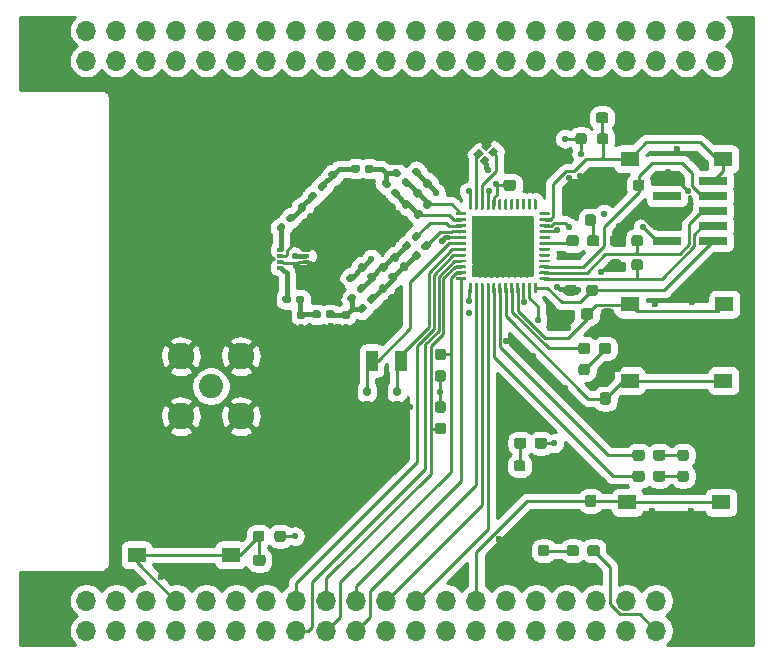
<source format=gbr>
%TF.GenerationSoftware,KiCad,Pcbnew,(5.1.9)-1*%
%TF.CreationDate,2021-09-29T12:39:09-05:00*%
%TF.ProjectId,zigbeeCape,7a696762-6565-4436-9170-652e6b696361,rev?*%
%TF.SameCoordinates,Original*%
%TF.FileFunction,Copper,L1,Top*%
%TF.FilePolarity,Positive*%
%FSLAX46Y46*%
G04 Gerber Fmt 4.6, Leading zero omitted, Abs format (unit mm)*
G04 Created by KiCad (PCBNEW (5.1.9)-1) date 2021-09-29 12:39:09*
%MOMM*%
%LPD*%
G01*
G04 APERTURE LIST*
%TA.AperFunction,SMDPad,CuDef*%
%ADD10R,1.550000X1.300000*%
%TD*%
%TA.AperFunction,SMDPad,CuDef*%
%ADD11C,0.100000*%
%TD*%
%TA.AperFunction,SMDPad,CuDef*%
%ADD12R,0.600000X0.300000*%
%TD*%
%TA.AperFunction,ComponentPad*%
%ADD13C,0.515000*%
%TD*%
%TA.AperFunction,SMDPad,CuDef*%
%ADD14R,1.030000X1.030000*%
%TD*%
%TA.AperFunction,ComponentPad*%
%ADD15C,0.600000*%
%TD*%
%TA.AperFunction,ComponentPad*%
%ADD16C,2.050000*%
%TD*%
%TA.AperFunction,ComponentPad*%
%ADD17C,2.250000*%
%TD*%
%TA.AperFunction,SMDPad,CuDef*%
%ADD18R,2.400046X0.739902*%
%TD*%
%TA.AperFunction,ComponentPad*%
%ADD19R,1.700000X1.700000*%
%TD*%
%TA.AperFunction,ComponentPad*%
%ADD20O,1.700000X1.700000*%
%TD*%
%TA.AperFunction,SMDPad,CuDef*%
%ADD21R,1.000000X1.800000*%
%TD*%
%TA.AperFunction,ViaPad*%
%ADD22C,0.558800*%
%TD*%
%TA.AperFunction,Conductor*%
%ADD23C,0.254000*%
%TD*%
%TA.AperFunction,Conductor*%
%ADD24C,0.381000*%
%TD*%
%TA.AperFunction,Conductor*%
%ADD25C,0.100000*%
%TD*%
G04 APERTURE END LIST*
D10*
%TO.P,SW5,1*%
%TO.N,GND*%
X18554600Y12841800D03*
%TO.P,SW5,2*%
X10604600Y12841800D03*
%TO.P,SW5,3*%
%TO.N,/BeagleBone_Headers/BeagleBone_Reset*%
X18554600Y8341800D03*
%TO.P,SW5,4*%
X10604600Y8341800D03*
%TD*%
%TO.P,C2,2*%
%TO.N,GND*%
%TA.AperFunction,SMDPad,CuDef*%
G36*
G01*
X49931200Y28489900D02*
X49931200Y28964900D01*
G75*
G02*
X50168700Y29202400I237500J0D01*
G01*
X50768700Y29202400D01*
G75*
G02*
X51006200Y28964900I0J-237500D01*
G01*
X51006200Y28489900D01*
G75*
G02*
X50768700Y28252400I-237500J0D01*
G01*
X50168700Y28252400D01*
G75*
G02*
X49931200Y28489900I0J237500D01*
G01*
G37*
%TD.AperFunction*%
%TO.P,C2,1*%
%TO.N,ZigBee_Connect*%
%TA.AperFunction,SMDPad,CuDef*%
G36*
G01*
X48206200Y28489900D02*
X48206200Y28964900D01*
G75*
G02*
X48443700Y29202400I237500J0D01*
G01*
X49043700Y29202400D01*
G75*
G02*
X49281200Y28964900I0J-237500D01*
G01*
X49281200Y28489900D01*
G75*
G02*
X49043700Y28252400I-237500J0D01*
G01*
X48443700Y28252400D01*
G75*
G02*
X48206200Y28489900I0J237500D01*
G01*
G37*
%TD.AperFunction*%
%TD*%
%TO.P,SW3,1*%
%TO.N,GND*%
X52133600Y8265600D03*
%TO.P,SW3,2*%
X60083600Y8265600D03*
%TO.P,SW3,3*%
%TO.N,Network_Connect*%
X52133600Y12765600D03*
%TO.P,SW3,4*%
X60083600Y12765600D03*
%TD*%
%TO.P,SW2,1*%
%TO.N,GND*%
X52336800Y18578000D03*
%TO.P,SW2,2*%
X60286800Y18578000D03*
%TO.P,SW2,3*%
%TO.N,Check_Error*%
X52336800Y23078000D03*
%TO.P,SW2,4*%
X60286800Y23078000D03*
%TD*%
%TO.P,SW1,1*%
%TO.N,GND*%
X52413000Y25055000D03*
%TO.P,SW1,2*%
X60363000Y25055000D03*
%TO.P,SW1,3*%
%TO.N,ZigBee_Connect*%
X52413000Y29555000D03*
%TO.P,SW1,4*%
X60363000Y29555000D03*
%TD*%
%TO.P,SW4,1*%
%TO.N,Net-(C7-Pad1)*%
X52336800Y41869800D03*
%TO.P,SW4,2*%
X60286800Y41869800D03*
%TO.P,SW4,3*%
%TO.N,GND*%
X52336800Y46369800D03*
%TO.P,SW4,4*%
X60286800Y46369800D03*
%TD*%
%TA.AperFunction,SMDPad,CuDef*%
D11*
%TO.P,Y2,4*%
%TO.N,GND*%
G36*
X40019514Y41303004D02*
G01*
X39630605Y41691913D01*
X40125580Y42186888D01*
X40514489Y41797979D01*
X40019514Y41303004D01*
G37*
%TD.AperFunction*%
%TA.AperFunction,SMDPad,CuDef*%
%TO.P,Y2,3*%
%TO.N,Net-(U1-Pad46)*%
G36*
X40832687Y42893995D02*
G01*
X41221596Y42505086D01*
X40726621Y42010111D01*
X40337712Y42399020D01*
X40832687Y42893995D01*
G37*
%TD.AperFunction*%
%TA.AperFunction,SMDPad,CuDef*%
%TO.P,Y2,2*%
%TO.N,GND*%
G36*
X40295286Y43431396D02*
G01*
X40684195Y43042487D01*
X40189220Y42547512D01*
X39800311Y42936421D01*
X40295286Y43431396D01*
G37*
%TD.AperFunction*%
%TA.AperFunction,SMDPad,CuDef*%
%TO.P,Y2,1*%
%TO.N,Net-(U1-Pad47)*%
G36*
X39482113Y41840405D02*
G01*
X39093204Y42229314D01*
X39588179Y42724289D01*
X39977088Y42335380D01*
X39482113Y41840405D01*
G37*
%TD.AperFunction*%
%TD*%
D12*
%TO.P,U2,1*%
%TO.N,GND*%
X24976000Y32651000D03*
%TO.P,U2,2*%
X24976000Y33151000D03*
%TO.P,U2,3*%
%TO.N,Net-(C31-Pad1)*%
X24976000Y33651000D03*
%TO.P,U2,4*%
%TO.N,GND*%
X24976000Y34151000D03*
%TO.P,U2,5*%
%TO.N,Net-(C26-Pad2)*%
X22776000Y34151000D03*
%TO.P,U2,6*%
%TO.N,GND*%
X22776000Y33651000D03*
%TO.P,U2,7*%
X22776000Y33151000D03*
%TO.P,U2,8*%
%TO.N,Net-(C29-Pad2)*%
X22776000Y32651000D03*
%TD*%
D13*
%TO.P,U1,49*%
%TO.N,GND*%
X43670000Y32400000D03*
X43670000Y33430000D03*
X43670000Y34460000D03*
X43670000Y35490000D03*
X43670000Y36520000D03*
X42640000Y32400000D03*
X42640000Y33430000D03*
X42640000Y34460000D03*
X42640000Y35490000D03*
X42640000Y36520000D03*
X41610000Y32400000D03*
X41610000Y33430000D03*
X41610000Y34460000D03*
X41610000Y35490000D03*
X41610000Y36520000D03*
X40580000Y32400000D03*
X40580000Y33430000D03*
X40580000Y34460000D03*
X40580000Y35490000D03*
X40580000Y36520000D03*
X39550000Y32400000D03*
X39550000Y33430000D03*
X39550000Y34460000D03*
X39550000Y35490000D03*
X39550000Y36520000D03*
D14*
X43670000Y32400000D03*
X43670000Y33430000D03*
X43670000Y34460000D03*
X43670000Y35490000D03*
X43670000Y36520000D03*
X42640000Y32400000D03*
X42640000Y33430000D03*
X42640000Y34460000D03*
X42640000Y35490000D03*
X42640000Y36520000D03*
X41610000Y32400000D03*
X41610000Y33430000D03*
X41610000Y34460000D03*
X41610000Y35490000D03*
X41610000Y36520000D03*
X40580000Y32400000D03*
X40580000Y33430000D03*
X40580000Y34460000D03*
X40580000Y35490000D03*
X40580000Y36520000D03*
X39550000Y32400000D03*
X39550000Y33430000D03*
X39550000Y34460000D03*
X39550000Y35490000D03*
X39550000Y36520000D03*
%TO.P,U1,48*%
%TO.N,VDDR*%
%TA.AperFunction,SMDPad,CuDef*%
G36*
G01*
X38735000Y37630000D02*
X38735000Y38390000D01*
G75*
G02*
X38805000Y38460000I70000J0D01*
G01*
X38915000Y38460000D01*
G75*
G02*
X38985000Y38390000I0J-70000D01*
G01*
X38985000Y37630000D01*
G75*
G02*
X38915000Y37560000I-70000J0D01*
G01*
X38805000Y37560000D01*
G75*
G02*
X38735000Y37630000I0J70000D01*
G01*
G37*
%TD.AperFunction*%
%TO.P,U1,47*%
%TO.N,Net-(U1-Pad47)*%
%TA.AperFunction,SMDPad,CuDef*%
G36*
G01*
X39235000Y37630000D02*
X39235000Y38390000D01*
G75*
G02*
X39305000Y38460000I70000J0D01*
G01*
X39415000Y38460000D01*
G75*
G02*
X39485000Y38390000I0J-70000D01*
G01*
X39485000Y37630000D01*
G75*
G02*
X39415000Y37560000I-70000J0D01*
G01*
X39305000Y37560000D01*
G75*
G02*
X39235000Y37630000I0J70000D01*
G01*
G37*
%TD.AperFunction*%
%TO.P,U1,46*%
%TO.N,Net-(U1-Pad46)*%
%TA.AperFunction,SMDPad,CuDef*%
G36*
G01*
X39735000Y37630000D02*
X39735000Y38390000D01*
G75*
G02*
X39805000Y38460000I70000J0D01*
G01*
X39915000Y38460000D01*
G75*
G02*
X39985000Y38390000I0J-70000D01*
G01*
X39985000Y37630000D01*
G75*
G02*
X39915000Y37560000I-70000J0D01*
G01*
X39805000Y37560000D01*
G75*
G02*
X39735000Y37630000I0J70000D01*
G01*
G37*
%TD.AperFunction*%
%TO.P,U1,45*%
%TO.N,VDDR*%
%TA.AperFunction,SMDPad,CuDef*%
G36*
G01*
X40235000Y37630000D02*
X40235000Y38390000D01*
G75*
G02*
X40305000Y38460000I70000J0D01*
G01*
X40415000Y38460000D01*
G75*
G02*
X40485000Y38390000I0J-70000D01*
G01*
X40485000Y37630000D01*
G75*
G02*
X40415000Y37560000I-70000J0D01*
G01*
X40305000Y37560000D01*
G75*
G02*
X40235000Y37630000I0J70000D01*
G01*
G37*
%TD.AperFunction*%
%TO.P,U1,44*%
%TO.N,+3V3*%
%TA.AperFunction,SMDPad,CuDef*%
G36*
G01*
X40735000Y37630000D02*
X40735000Y38390000D01*
G75*
G02*
X40805000Y38460000I70000J0D01*
G01*
X40915000Y38460000D01*
G75*
G02*
X40985000Y38390000I0J-70000D01*
G01*
X40985000Y37630000D01*
G75*
G02*
X40915000Y37560000I-70000J0D01*
G01*
X40805000Y37560000D01*
G75*
G02*
X40735000Y37630000I0J70000D01*
G01*
G37*
%TD.AperFunction*%
%TO.P,U1,43*%
%TO.N,Net-(U1-Pad43)*%
%TA.AperFunction,SMDPad,CuDef*%
G36*
G01*
X41235000Y37630000D02*
X41235000Y38390000D01*
G75*
G02*
X41305000Y38460000I70000J0D01*
G01*
X41415000Y38460000D01*
G75*
G02*
X41485000Y38390000I0J-70000D01*
G01*
X41485000Y37630000D01*
G75*
G02*
X41415000Y37560000I-70000J0D01*
G01*
X41305000Y37560000D01*
G75*
G02*
X41235000Y37630000I0J70000D01*
G01*
G37*
%TD.AperFunction*%
%TO.P,U1,42*%
%TO.N,Net-(U1-Pad42)*%
%TA.AperFunction,SMDPad,CuDef*%
G36*
G01*
X41735000Y37630000D02*
X41735000Y38390000D01*
G75*
G02*
X41805000Y38460000I70000J0D01*
G01*
X41915000Y38460000D01*
G75*
G02*
X41985000Y38390000I0J-70000D01*
G01*
X41985000Y37630000D01*
G75*
G02*
X41915000Y37560000I-70000J0D01*
G01*
X41805000Y37560000D01*
G75*
G02*
X41735000Y37630000I0J70000D01*
G01*
G37*
%TD.AperFunction*%
%TO.P,U1,41*%
%TO.N,Net-(U1-Pad41)*%
%TA.AperFunction,SMDPad,CuDef*%
G36*
G01*
X42235000Y37630000D02*
X42235000Y38390000D01*
G75*
G02*
X42305000Y38460000I70000J0D01*
G01*
X42415000Y38460000D01*
G75*
G02*
X42485000Y38390000I0J-70000D01*
G01*
X42485000Y37630000D01*
G75*
G02*
X42415000Y37560000I-70000J0D01*
G01*
X42305000Y37560000D01*
G75*
G02*
X42235000Y37630000I0J70000D01*
G01*
G37*
%TD.AperFunction*%
%TO.P,U1,40*%
%TO.N,Net-(U1-Pad40)*%
%TA.AperFunction,SMDPad,CuDef*%
G36*
G01*
X42735000Y37630000D02*
X42735000Y38390000D01*
G75*
G02*
X42805000Y38460000I70000J0D01*
G01*
X42915000Y38460000D01*
G75*
G02*
X42985000Y38390000I0J-70000D01*
G01*
X42985000Y37630000D01*
G75*
G02*
X42915000Y37560000I-70000J0D01*
G01*
X42805000Y37560000D01*
G75*
G02*
X42735000Y37630000I0J70000D01*
G01*
G37*
%TD.AperFunction*%
%TO.P,U1,39*%
%TO.N,Net-(U1-Pad39)*%
%TA.AperFunction,SMDPad,CuDef*%
G36*
G01*
X43235000Y37630000D02*
X43235000Y38390000D01*
G75*
G02*
X43305000Y38460000I70000J0D01*
G01*
X43415000Y38460000D01*
G75*
G02*
X43485000Y38390000I0J-70000D01*
G01*
X43485000Y37630000D01*
G75*
G02*
X43415000Y37560000I-70000J0D01*
G01*
X43305000Y37560000D01*
G75*
G02*
X43235000Y37630000I0J70000D01*
G01*
G37*
%TD.AperFunction*%
%TO.P,U1,38*%
%TO.N,Net-(U1-Pad38)*%
%TA.AperFunction,SMDPad,CuDef*%
G36*
G01*
X43735000Y37630000D02*
X43735000Y38390000D01*
G75*
G02*
X43805000Y38460000I70000J0D01*
G01*
X43915000Y38460000D01*
G75*
G02*
X43985000Y38390000I0J-70000D01*
G01*
X43985000Y37630000D01*
G75*
G02*
X43915000Y37560000I-70000J0D01*
G01*
X43805000Y37560000D01*
G75*
G02*
X43735000Y37630000I0J70000D01*
G01*
G37*
%TD.AperFunction*%
%TO.P,U1,37*%
%TO.N,Net-(U1-Pad37)*%
%TA.AperFunction,SMDPad,CuDef*%
G36*
G01*
X44235000Y37630000D02*
X44235000Y38390000D01*
G75*
G02*
X44305000Y38460000I70000J0D01*
G01*
X44415000Y38460000D01*
G75*
G02*
X44485000Y38390000I0J-70000D01*
G01*
X44485000Y37630000D01*
G75*
G02*
X44415000Y37560000I-70000J0D01*
G01*
X44305000Y37560000D01*
G75*
G02*
X44235000Y37630000I0J70000D01*
G01*
G37*
%TD.AperFunction*%
%TO.P,U1,36*%
%TO.N,Net-(U1-Pad36)*%
%TA.AperFunction,SMDPad,CuDef*%
G36*
G01*
X45540000Y37085000D02*
X44780000Y37085000D01*
G75*
G02*
X44710000Y37155000I0J70000D01*
G01*
X44710000Y37265000D01*
G75*
G02*
X44780000Y37335000I70000J0D01*
G01*
X45540000Y37335000D01*
G75*
G02*
X45610000Y37265000I0J-70000D01*
G01*
X45610000Y37155000D01*
G75*
G02*
X45540000Y37085000I-70000J0D01*
G01*
G37*
%TD.AperFunction*%
%TO.P,U1,35*%
%TO.N,Net-(C7-Pad1)*%
%TA.AperFunction,SMDPad,CuDef*%
G36*
G01*
X45540000Y36585000D02*
X44780000Y36585000D01*
G75*
G02*
X44710000Y36655000I0J70000D01*
G01*
X44710000Y36765000D01*
G75*
G02*
X44780000Y36835000I70000J0D01*
G01*
X45540000Y36835000D01*
G75*
G02*
X45610000Y36765000I0J-70000D01*
G01*
X45610000Y36655000D01*
G75*
G02*
X45540000Y36585000I-70000J0D01*
G01*
G37*
%TD.AperFunction*%
%TO.P,U1,34*%
%TO.N,+3V3*%
%TA.AperFunction,SMDPad,CuDef*%
G36*
G01*
X45540000Y36085000D02*
X44780000Y36085000D01*
G75*
G02*
X44710000Y36155000I0J70000D01*
G01*
X44710000Y36265000D01*
G75*
G02*
X44780000Y36335000I70000J0D01*
G01*
X45540000Y36335000D01*
G75*
G02*
X45610000Y36265000I0J-70000D01*
G01*
X45610000Y36155000D01*
G75*
G02*
X45540000Y36085000I-70000J0D01*
G01*
G37*
%TD.AperFunction*%
%TO.P,U1,33*%
%TO.N,DCDC_SW*%
%TA.AperFunction,SMDPad,CuDef*%
G36*
G01*
X45540000Y35585000D02*
X44780000Y35585000D01*
G75*
G02*
X44710000Y35655000I0J70000D01*
G01*
X44710000Y35765000D01*
G75*
G02*
X44780000Y35835000I70000J0D01*
G01*
X45540000Y35835000D01*
G75*
G02*
X45610000Y35765000I0J-70000D01*
G01*
X45610000Y35655000D01*
G75*
G02*
X45540000Y35585000I-70000J0D01*
G01*
G37*
%TD.AperFunction*%
%TO.P,U1,32*%
%TO.N,Net-(U1-Pad32)*%
%TA.AperFunction,SMDPad,CuDef*%
G36*
G01*
X45540000Y35085000D02*
X44780000Y35085000D01*
G75*
G02*
X44710000Y35155000I0J70000D01*
G01*
X44710000Y35265000D01*
G75*
G02*
X44780000Y35335000I70000J0D01*
G01*
X45540000Y35335000D01*
G75*
G02*
X45610000Y35265000I0J-70000D01*
G01*
X45610000Y35155000D01*
G75*
G02*
X45540000Y35085000I-70000J0D01*
G01*
G37*
%TD.AperFunction*%
%TO.P,U1,31*%
%TO.N,Cape_HeartBeat*%
%TA.AperFunction,SMDPad,CuDef*%
G36*
G01*
X45540000Y34585000D02*
X44780000Y34585000D01*
G75*
G02*
X44710000Y34655000I0J70000D01*
G01*
X44710000Y34765000D01*
G75*
G02*
X44780000Y34835000I70000J0D01*
G01*
X45540000Y34835000D01*
G75*
G02*
X45610000Y34765000I0J-70000D01*
G01*
X45610000Y34655000D01*
G75*
G02*
X45540000Y34585000I-70000J0D01*
G01*
G37*
%TD.AperFunction*%
%TO.P,U1,30*%
%TO.N,Net-(U1-Pad30)*%
%TA.AperFunction,SMDPad,CuDef*%
G36*
G01*
X45540000Y34085000D02*
X44780000Y34085000D01*
G75*
G02*
X44710000Y34155000I0J70000D01*
G01*
X44710000Y34265000D01*
G75*
G02*
X44780000Y34335000I70000J0D01*
G01*
X45540000Y34335000D01*
G75*
G02*
X45610000Y34265000I0J-70000D01*
G01*
X45610000Y34155000D01*
G75*
G02*
X45540000Y34085000I-70000J0D01*
G01*
G37*
%TD.AperFunction*%
%TO.P,U1,29*%
%TO.N,Net-(U1-Pad29)*%
%TA.AperFunction,SMDPad,CuDef*%
G36*
G01*
X45540000Y33585000D02*
X44780000Y33585000D01*
G75*
G02*
X44710000Y33655000I0J70000D01*
G01*
X44710000Y33765000D01*
G75*
G02*
X44780000Y33835000I70000J0D01*
G01*
X45540000Y33835000D01*
G75*
G02*
X45610000Y33765000I0J-70000D01*
G01*
X45610000Y33655000D01*
G75*
G02*
X45540000Y33585000I-70000J0D01*
G01*
G37*
%TD.AperFunction*%
%TO.P,U1,28*%
%TO.N,Net-(U1-Pad28)*%
%TA.AperFunction,SMDPad,CuDef*%
G36*
G01*
X45540000Y33085000D02*
X44780000Y33085000D01*
G75*
G02*
X44710000Y33155000I0J70000D01*
G01*
X44710000Y33265000D01*
G75*
G02*
X44780000Y33335000I70000J0D01*
G01*
X45540000Y33335000D01*
G75*
G02*
X45610000Y33265000I0J-70000D01*
G01*
X45610000Y33155000D01*
G75*
G02*
X45540000Y33085000I-70000J0D01*
G01*
G37*
%TD.AperFunction*%
%TO.P,U1,27*%
%TO.N,Net-(J1-Pad8)*%
%TA.AperFunction,SMDPad,CuDef*%
G36*
G01*
X45540000Y32585000D02*
X44780000Y32585000D01*
G75*
G02*
X44710000Y32655000I0J70000D01*
G01*
X44710000Y32765000D01*
G75*
G02*
X44780000Y32835000I70000J0D01*
G01*
X45540000Y32835000D01*
G75*
G02*
X45610000Y32765000I0J-70000D01*
G01*
X45610000Y32655000D01*
G75*
G02*
X45540000Y32585000I-70000J0D01*
G01*
G37*
%TD.AperFunction*%
%TO.P,U1,26*%
%TO.N,Net-(J1-Pad6)*%
%TA.AperFunction,SMDPad,CuDef*%
G36*
G01*
X45540000Y32085000D02*
X44780000Y32085000D01*
G75*
G02*
X44710000Y32155000I0J70000D01*
G01*
X44710000Y32265000D01*
G75*
G02*
X44780000Y32335000I70000J0D01*
G01*
X45540000Y32335000D01*
G75*
G02*
X45610000Y32265000I0J-70000D01*
G01*
X45610000Y32155000D01*
G75*
G02*
X45540000Y32085000I-70000J0D01*
G01*
G37*
%TD.AperFunction*%
%TO.P,U1,25*%
%TO.N,Net-(J1-Pad4)*%
%TA.AperFunction,SMDPad,CuDef*%
G36*
G01*
X45540000Y31585000D02*
X44780000Y31585000D01*
G75*
G02*
X44710000Y31655000I0J70000D01*
G01*
X44710000Y31765000D01*
G75*
G02*
X44780000Y31835000I70000J0D01*
G01*
X45540000Y31835000D01*
G75*
G02*
X45610000Y31765000I0J-70000D01*
G01*
X45610000Y31655000D01*
G75*
G02*
X45540000Y31585000I-70000J0D01*
G01*
G37*
%TD.AperFunction*%
%TO.P,U1,24*%
%TO.N,Net-(J1-Pad2)*%
%TA.AperFunction,SMDPad,CuDef*%
G36*
G01*
X44235000Y30530000D02*
X44235000Y31290000D01*
G75*
G02*
X44305000Y31360000I70000J0D01*
G01*
X44415000Y31360000D01*
G75*
G02*
X44485000Y31290000I0J-70000D01*
G01*
X44485000Y30530000D01*
G75*
G02*
X44415000Y30460000I-70000J0D01*
G01*
X44305000Y30460000D01*
G75*
G02*
X44235000Y30530000I0J70000D01*
G01*
G37*
%TD.AperFunction*%
%TO.P,U1,23*%
%TO.N,Net-(C15-Pad1)*%
%TA.AperFunction,SMDPad,CuDef*%
G36*
G01*
X43735000Y30530000D02*
X43735000Y31290000D01*
G75*
G02*
X43805000Y31360000I70000J0D01*
G01*
X43915000Y31360000D01*
G75*
G02*
X43985000Y31290000I0J-70000D01*
G01*
X43985000Y30530000D01*
G75*
G02*
X43915000Y30460000I-70000J0D01*
G01*
X43805000Y30460000D01*
G75*
G02*
X43735000Y30530000I0J70000D01*
G01*
G37*
%TD.AperFunction*%
%TO.P,U1,22*%
%TO.N,+3V3*%
%TA.AperFunction,SMDPad,CuDef*%
G36*
G01*
X43235000Y30530000D02*
X43235000Y31290000D01*
G75*
G02*
X43305000Y31360000I70000J0D01*
G01*
X43415000Y31360000D01*
G75*
G02*
X43485000Y31290000I0J-70000D01*
G01*
X43485000Y30530000D01*
G75*
G02*
X43415000Y30460000I-70000J0D01*
G01*
X43305000Y30460000D01*
G75*
G02*
X43235000Y30530000I0J70000D01*
G01*
G37*
%TD.AperFunction*%
%TO.P,U1,21*%
%TO.N,ZigBee_Connect*%
%TA.AperFunction,SMDPad,CuDef*%
G36*
G01*
X42735000Y30530000D02*
X42735000Y31290000D01*
G75*
G02*
X42805000Y31360000I70000J0D01*
G01*
X42915000Y31360000D01*
G75*
G02*
X42985000Y31290000I0J-70000D01*
G01*
X42985000Y30530000D01*
G75*
G02*
X42915000Y30460000I-70000J0D01*
G01*
X42805000Y30460000D01*
G75*
G02*
X42735000Y30530000I0J70000D01*
G01*
G37*
%TD.AperFunction*%
%TO.P,U1,20*%
%TO.N,ZigBee_HeartBeat*%
%TA.AperFunction,SMDPad,CuDef*%
G36*
G01*
X42235000Y30530000D02*
X42235000Y31290000D01*
G75*
G02*
X42305000Y31360000I70000J0D01*
G01*
X42415000Y31360000D01*
G75*
G02*
X42485000Y31290000I0J-70000D01*
G01*
X42485000Y30530000D01*
G75*
G02*
X42415000Y30460000I-70000J0D01*
G01*
X42305000Y30460000D01*
G75*
G02*
X42235000Y30530000I0J70000D01*
G01*
G37*
%TD.AperFunction*%
%TO.P,U1,19*%
%TO.N,Check_Error*%
%TA.AperFunction,SMDPad,CuDef*%
G36*
G01*
X41735000Y30530000D02*
X41735000Y31290000D01*
G75*
G02*
X41805000Y31360000I70000J0D01*
G01*
X41915000Y31360000D01*
G75*
G02*
X41985000Y31290000I0J-70000D01*
G01*
X41985000Y30530000D01*
G75*
G02*
X41915000Y30460000I-70000J0D01*
G01*
X41805000Y30460000D01*
G75*
G02*
X41735000Y30530000I0J70000D01*
G01*
G37*
%TD.AperFunction*%
%TO.P,U1,18*%
%TO.N,Aux_2*%
%TA.AperFunction,SMDPad,CuDef*%
G36*
G01*
X41235000Y30530000D02*
X41235000Y31290000D01*
G75*
G02*
X41305000Y31360000I70000J0D01*
G01*
X41415000Y31360000D01*
G75*
G02*
X41485000Y31290000I0J-70000D01*
G01*
X41485000Y30530000D01*
G75*
G02*
X41415000Y30460000I-70000J0D01*
G01*
X41305000Y30460000D01*
G75*
G02*
X41235000Y30530000I0J70000D01*
G01*
G37*
%TD.AperFunction*%
%TO.P,U1,17*%
%TO.N,Aux_1*%
%TA.AperFunction,SMDPad,CuDef*%
G36*
G01*
X40735000Y30530000D02*
X40735000Y31290000D01*
G75*
G02*
X40805000Y31360000I70000J0D01*
G01*
X40915000Y31360000D01*
G75*
G02*
X40985000Y31290000I0J-70000D01*
G01*
X40985000Y30530000D01*
G75*
G02*
X40915000Y30460000I-70000J0D01*
G01*
X40805000Y30460000D01*
G75*
G02*
X40735000Y30530000I0J70000D01*
G01*
G37*
%TD.AperFunction*%
%TO.P,U1,16*%
%TO.N,UART_RX*%
%TA.AperFunction,SMDPad,CuDef*%
G36*
G01*
X40235000Y30530000D02*
X40235000Y31290000D01*
G75*
G02*
X40305000Y31360000I70000J0D01*
G01*
X40415000Y31360000D01*
G75*
G02*
X40485000Y31290000I0J-70000D01*
G01*
X40485000Y30530000D01*
G75*
G02*
X40415000Y30460000I-70000J0D01*
G01*
X40305000Y30460000D01*
G75*
G02*
X40235000Y30530000I0J70000D01*
G01*
G37*
%TD.AperFunction*%
%TO.P,U1,15*%
%TO.N,UART_TX*%
%TA.AperFunction,SMDPad,CuDef*%
G36*
G01*
X39735000Y30530000D02*
X39735000Y31290000D01*
G75*
G02*
X39805000Y31360000I70000J0D01*
G01*
X39915000Y31360000D01*
G75*
G02*
X39985000Y31290000I0J-70000D01*
G01*
X39985000Y30530000D01*
G75*
G02*
X39915000Y30460000I-70000J0D01*
G01*
X39805000Y30460000D01*
G75*
G02*
X39735000Y30530000I0J70000D01*
G01*
G37*
%TD.AperFunction*%
%TO.P,U1,14*%
%TO.N,SPI_MISO*%
%TA.AperFunction,SMDPad,CuDef*%
G36*
G01*
X39235000Y30530000D02*
X39235000Y31290000D01*
G75*
G02*
X39305000Y31360000I70000J0D01*
G01*
X39415000Y31360000D01*
G75*
G02*
X39485000Y31290000I0J-70000D01*
G01*
X39485000Y30530000D01*
G75*
G02*
X39415000Y30460000I-70000J0D01*
G01*
X39305000Y30460000D01*
G75*
G02*
X39235000Y30530000I0J70000D01*
G01*
G37*
%TD.AperFunction*%
%TO.P,U1,13*%
%TO.N,+3V3*%
%TA.AperFunction,SMDPad,CuDef*%
G36*
G01*
X38735000Y30530000D02*
X38735000Y31290000D01*
G75*
G02*
X38805000Y31360000I70000J0D01*
G01*
X38915000Y31360000D01*
G75*
G02*
X38985000Y31290000I0J-70000D01*
G01*
X38985000Y30530000D01*
G75*
G02*
X38915000Y30460000I-70000J0D01*
G01*
X38805000Y30460000D01*
G75*
G02*
X38735000Y30530000I0J70000D01*
G01*
G37*
%TD.AperFunction*%
%TO.P,U1,12*%
%TO.N,SPI_CLK*%
%TA.AperFunction,SMDPad,CuDef*%
G36*
G01*
X38440000Y31585000D02*
X37680000Y31585000D01*
G75*
G02*
X37610000Y31655000I0J70000D01*
G01*
X37610000Y31765000D01*
G75*
G02*
X37680000Y31835000I70000J0D01*
G01*
X38440000Y31835000D01*
G75*
G02*
X38510000Y31765000I0J-70000D01*
G01*
X38510000Y31655000D01*
G75*
G02*
X38440000Y31585000I-70000J0D01*
G01*
G37*
%TD.AperFunction*%
%TO.P,U1,11*%
%TO.N,I2C2_SCL*%
%TA.AperFunction,SMDPad,CuDef*%
G36*
G01*
X38440000Y32085000D02*
X37680000Y32085000D01*
G75*
G02*
X37610000Y32155000I0J70000D01*
G01*
X37610000Y32265000D01*
G75*
G02*
X37680000Y32335000I70000J0D01*
G01*
X38440000Y32335000D01*
G75*
G02*
X38510000Y32265000I0J-70000D01*
G01*
X38510000Y32155000D01*
G75*
G02*
X38440000Y32085000I-70000J0D01*
G01*
G37*
%TD.AperFunction*%
%TO.P,U1,10*%
%TO.N,I2C2_SDA*%
%TA.AperFunction,SMDPad,CuDef*%
G36*
G01*
X38440000Y32585000D02*
X37680000Y32585000D01*
G75*
G02*
X37610000Y32655000I0J70000D01*
G01*
X37610000Y32765000D01*
G75*
G02*
X37680000Y32835000I70000J0D01*
G01*
X38440000Y32835000D01*
G75*
G02*
X38510000Y32765000I0J-70000D01*
G01*
X38510000Y32655000D01*
G75*
G02*
X38440000Y32585000I-70000J0D01*
G01*
G37*
%TD.AperFunction*%
%TO.P,U1,9*%
%TO.N,SPI_CS*%
%TA.AperFunction,SMDPad,CuDef*%
G36*
G01*
X38440000Y33085000D02*
X37680000Y33085000D01*
G75*
G02*
X37610000Y33155000I0J70000D01*
G01*
X37610000Y33265000D01*
G75*
G02*
X37680000Y33335000I70000J0D01*
G01*
X38440000Y33335000D01*
G75*
G02*
X38510000Y33265000I0J-70000D01*
G01*
X38510000Y33155000D01*
G75*
G02*
X38440000Y33085000I-70000J0D01*
G01*
G37*
%TD.AperFunction*%
%TO.P,U1,8*%
%TO.N,SPI_MOSI*%
%TA.AperFunction,SMDPad,CuDef*%
G36*
G01*
X38440000Y33585000D02*
X37680000Y33585000D01*
G75*
G02*
X37610000Y33655000I0J70000D01*
G01*
X37610000Y33765000D01*
G75*
G02*
X37680000Y33835000I70000J0D01*
G01*
X38440000Y33835000D01*
G75*
G02*
X38510000Y33765000I0J-70000D01*
G01*
X38510000Y33655000D01*
G75*
G02*
X38440000Y33585000I-70000J0D01*
G01*
G37*
%TD.AperFunction*%
%TO.P,U1,7*%
%TO.N,Net-(C12-Pad1)*%
%TA.AperFunction,SMDPad,CuDef*%
G36*
G01*
X38440000Y34085000D02*
X37680000Y34085000D01*
G75*
G02*
X37610000Y34155000I0J70000D01*
G01*
X37610000Y34265000D01*
G75*
G02*
X37680000Y34335000I70000J0D01*
G01*
X38440000Y34335000D01*
G75*
G02*
X38510000Y34265000I0J-70000D01*
G01*
X38510000Y34155000D01*
G75*
G02*
X38440000Y34085000I-70000J0D01*
G01*
G37*
%TD.AperFunction*%
%TO.P,U1,6*%
%TO.N,Net-(C14-Pad1)*%
%TA.AperFunction,SMDPad,CuDef*%
G36*
G01*
X38440000Y34585000D02*
X37680000Y34585000D01*
G75*
G02*
X37610000Y34655000I0J70000D01*
G01*
X37610000Y34765000D01*
G75*
G02*
X37680000Y34835000I70000J0D01*
G01*
X38440000Y34835000D01*
G75*
G02*
X38510000Y34765000I0J-70000D01*
G01*
X38510000Y34655000D01*
G75*
G02*
X38440000Y34585000I-70000J0D01*
G01*
G37*
%TD.AperFunction*%
%TO.P,U1,5*%
%TO.N,/ZigBeeFiltering/RX_TX*%
%TA.AperFunction,SMDPad,CuDef*%
G36*
G01*
X38440000Y35085000D02*
X37680000Y35085000D01*
G75*
G02*
X37610000Y35155000I0J70000D01*
G01*
X37610000Y35265000D01*
G75*
G02*
X37680000Y35335000I70000J0D01*
G01*
X38440000Y35335000D01*
G75*
G02*
X38510000Y35265000I0J-70000D01*
G01*
X38510000Y35155000D01*
G75*
G02*
X38440000Y35085000I-70000J0D01*
G01*
G37*
%TD.AperFunction*%
%TO.P,U1,4*%
%TO.N,/ZigBeeFiltering/SUB-1_GHZ_RF_N*%
%TA.AperFunction,SMDPad,CuDef*%
G36*
G01*
X38440000Y35585000D02*
X37680000Y35585000D01*
G75*
G02*
X37610000Y35655000I0J70000D01*
G01*
X37610000Y35765000D01*
G75*
G02*
X37680000Y35835000I70000J0D01*
G01*
X38440000Y35835000D01*
G75*
G02*
X38510000Y35765000I0J-70000D01*
G01*
X38510000Y35655000D01*
G75*
G02*
X38440000Y35585000I-70000J0D01*
G01*
G37*
%TD.AperFunction*%
%TO.P,U1,3*%
%TO.N,/ZigBeeFiltering/SUB-1_GHZ_RF_P*%
%TA.AperFunction,SMDPad,CuDef*%
G36*
G01*
X38440000Y36085000D02*
X37680000Y36085000D01*
G75*
G02*
X37610000Y36155000I0J70000D01*
G01*
X37610000Y36265000D01*
G75*
G02*
X37680000Y36335000I70000J0D01*
G01*
X38440000Y36335000D01*
G75*
G02*
X38510000Y36265000I0J-70000D01*
G01*
X38510000Y36155000D01*
G75*
G02*
X38440000Y36085000I-70000J0D01*
G01*
G37*
%TD.AperFunction*%
%TO.P,U1,2*%
%TO.N,/ZigBeeFiltering/2_4_GHZ_RF_N*%
%TA.AperFunction,SMDPad,CuDef*%
G36*
G01*
X38440000Y36585000D02*
X37680000Y36585000D01*
G75*
G02*
X37610000Y36655000I0J70000D01*
G01*
X37610000Y36765000D01*
G75*
G02*
X37680000Y36835000I70000J0D01*
G01*
X38440000Y36835000D01*
G75*
G02*
X38510000Y36765000I0J-70000D01*
G01*
X38510000Y36655000D01*
G75*
G02*
X38440000Y36585000I-70000J0D01*
G01*
G37*
%TD.AperFunction*%
%TO.P,U1,1*%
%TO.N,/ZigBeeFiltering/2_4_GHZ_RF_P*%
%TA.AperFunction,SMDPad,CuDef*%
G36*
G01*
X38440000Y37085000D02*
X37680000Y37085000D01*
G75*
G02*
X37610000Y37155000I0J70000D01*
G01*
X37610000Y37265000D01*
G75*
G02*
X37680000Y37335000I70000J0D01*
G01*
X38440000Y37335000D01*
G75*
G02*
X38510000Y37265000I0J-70000D01*
G01*
X38510000Y37155000D01*
G75*
G02*
X38440000Y37085000I-70000J0D01*
G01*
G37*
%TD.AperFunction*%
%TD*%
D15*
%TO.P,REF\u002A\u002A,1*%
%TO.N,GND*%
X46863000Y22479000D03*
%TD*%
%TO.P,REF\u002A\u002A,1*%
%TO.N,GND*%
X44196000Y25146000D03*
%TD*%
%TO.P,REF\u002A\u002A,1*%
%TO.N,GND*%
X47117000Y27559000D03*
%TD*%
%TO.P,REF\u002A\u002A,1*%
%TO.N,GND*%
X47244000Y33528000D03*
%TD*%
%TO.P,REF\u002A\u002A,1*%
%TO.N,GND*%
X40132000Y45720000D03*
%TD*%
%TO.P,REF\u002A\u002A,1*%
%TO.N,GND*%
X37592000Y45974000D03*
%TD*%
%TO.P,REF\u002A\u002A,1*%
%TO.N,GND*%
X40132000Y48006000D03*
%TD*%
%TO.P,REF\u002A\u002A,1*%
%TO.N,GND*%
X37592000Y48006000D03*
%TD*%
%TO.P,REF\u002A\u002A,1*%
%TO.N,GND*%
X46609000Y41656000D03*
%TD*%
%TO.P,REF\u002A\u002A,1*%
%TO.N,GND*%
X44958000Y43180000D03*
%TD*%
%TO.P,REF\u002A\u002A,1*%
%TO.N,GND*%
X42291000Y43815000D03*
%TD*%
%TO.P,REF\u002A\u002A,1*%
%TO.N,GND*%
X44831000Y45466000D03*
%TD*%
%TO.P,REF\u002A\u002A,1*%
%TO.N,GND*%
X42291000Y45466000D03*
%TD*%
%TO.P,REF\u002A\u002A,1*%
%TO.N,GND*%
X44831000Y48006000D03*
%TD*%
%TO.P,REF\u002A\u002A,1*%
%TO.N,GND*%
X34290000Y43561000D03*
%TD*%
%TO.P,REF\u002A\u002A,1*%
%TO.N,GND*%
X31750000Y43561000D03*
%TD*%
%TO.P,REF\u002A\u002A,1*%
%TO.N,GND*%
X29591000Y42926000D03*
%TD*%
%TO.P,REF\u002A\u002A,1*%
%TO.N,GND*%
X34671000Y45466000D03*
%TD*%
%TO.P,REF\u002A\u002A,1*%
%TO.N,GND*%
X32131000Y45466000D03*
%TD*%
%TO.P,REF\u002A\u002A,1*%
%TO.N,GND*%
X29591000Y45466000D03*
%TD*%
%TO.P,REF\u002A\u002A,1*%
%TO.N,GND*%
X34671000Y48006000D03*
%TD*%
%TO.P,REF\u002A\u002A,1*%
%TO.N,GND*%
X32131000Y48006000D03*
%TD*%
D16*
%TO.P,U3,1*%
%TO.N,Net-(C31-Pad2)*%
X16891000Y22606000D03*
D17*
%TO.P,U3,2*%
%TO.N,GND*%
X19431000Y20066000D03*
X19431000Y25146000D03*
X14351000Y25146000D03*
X14351000Y20066000D03*
%TD*%
D15*
%TO.P,REF\u002A\u002A,1*%
%TO.N,GND*%
X25273000Y35433000D03*
%TD*%
%TO.P,REF\u002A\u002A,1*%
%TO.N,GND*%
X28194000Y35560000D03*
%TD*%
%TO.P,REF\u002A\u002A,1*%
%TO.N,GND*%
X26670000Y34290000D03*
%TD*%
%TO.P,REF\u002A\u002A,1*%
%TO.N,GND*%
X27559000Y36957000D03*
%TD*%
%TO.P,REF\u002A\u002A,1*%
%TO.N,GND*%
X30480000Y36576000D03*
%TD*%
%TO.P,REF\u002A\u002A,1*%
%TO.N,GND*%
X29210000Y38100000D03*
%TD*%
%TO.P,REF\u002A\u002A,1*%
%TO.N,GND*%
X27305000Y38608000D03*
%TD*%
%TO.P,REF\u002A\u002A,1*%
%TO.N,GND*%
X28448000Y39751000D03*
%TD*%
%TO.P,REF\u002A\u002A,1*%
%TO.N,GND*%
X30099000Y39751000D03*
%TD*%
%TO.P,REF\u002A\u002A,1*%
%TO.N,GND*%
X31115000Y38481000D03*
%TD*%
%TO.P,REF\u002A\u002A,1*%
%TO.N,GND*%
X32766000Y35687000D03*
%TD*%
%TO.P,REF\u002A\u002A,1*%
%TO.N,GND*%
X29718000Y34671000D03*
%TD*%
%TO.P,REF\u002A\u002A,1*%
%TO.N,GND*%
X27940000Y33274000D03*
%TD*%
%TO.P,REF\u002A\u002A,1*%
%TO.N,GND*%
X26035000Y31877000D03*
%TD*%
%TO.P,REF\u002A\u002A,1*%
%TO.N,GND*%
X25781000Y29972000D03*
%TD*%
%TO.P,REF\u002A\u002A,1*%
%TO.N,GND*%
X24384000Y31242000D03*
%TD*%
%TO.P,REF\u002A\u002A,1*%
%TO.N,GND*%
X30226000Y27940000D03*
%TD*%
%TO.P,REF\u002A\u002A,1*%
%TO.N,GND*%
X32639000Y28194000D03*
%TD*%
%TO.P,REF\u002A\u002A,1*%
%TO.N,GND*%
X31242000Y26797000D03*
%TD*%
%TO.P,REF\u002A\u002A,1*%
%TO.N,GND*%
X28702000Y26416000D03*
%TD*%
%TO.P,REF\u002A\u002A,1*%
%TO.N,GND*%
X28829000Y23876000D03*
%TD*%
%TO.P,REF\u002A\u002A,1*%
%TO.N,GND*%
X25654000Y10287000D03*
%TD*%
%TO.P,REF\u002A\u002A,1*%
%TO.N,GND*%
X15875000Y9144000D03*
%TD*%
%TO.P,REF\u002A\u002A,1*%
%TO.N,GND*%
X12954000Y9144000D03*
%TD*%
%TO.P,REF\u002A\u002A,1*%
%TO.N,GND*%
X31750000Y16383000D03*
%TD*%
%TO.P,REF\u002A\u002A,1*%
%TO.N,GND*%
X31750000Y18796000D03*
%TD*%
%TO.P,REF\u002A\u002A,1*%
%TO.N,GND*%
X29591000Y19939000D03*
%TD*%
%TO.P,REF\u002A\u002A,1*%
%TO.N,GND*%
X29464000Y17526000D03*
%TD*%
%TO.P,REF\u002A\u002A,1*%
%TO.N,GND*%
X29464000Y14986000D03*
%TD*%
%TO.P,REF\u002A\u002A,1*%
%TO.N,GND*%
X27051000Y12446000D03*
%TD*%
%TO.P,REF\u002A\u002A,1*%
%TO.N,GND*%
X24511000Y12446000D03*
%TD*%
%TO.P,REF\u002A\u002A,1*%
%TO.N,GND*%
X21971000Y12446000D03*
%TD*%
%TO.P,REF\u002A\u002A,1*%
%TO.N,GND*%
X18440400Y10718800D03*
%TD*%
%TO.P,REF\u002A\u002A,1*%
%TO.N,GND*%
X16281400Y12776200D03*
%TD*%
%TO.P,REF\u002A\u002A,1*%
%TO.N,GND*%
X12903200Y12801600D03*
%TD*%
%TO.P,REF\u002A\u002A,1*%
%TO.N,GND*%
X9271000Y10668000D03*
%TD*%
%TO.P,REF\u002A\u002A,1*%
%TO.N,GND*%
X27051000Y14986000D03*
%TD*%
%TO.P,REF\u002A\u002A,1*%
%TO.N,GND*%
X24511000Y14986000D03*
%TD*%
%TO.P,REF\u002A\u002A,1*%
%TO.N,GND*%
X21971000Y14986000D03*
%TD*%
%TO.P,REF\u002A\u002A,1*%
%TO.N,GND*%
X19431000Y14986000D03*
%TD*%
%TO.P,REF\u002A\u002A,1*%
%TO.N,GND*%
X16891000Y14986000D03*
%TD*%
%TO.P,REF\u002A\u002A,1*%
%TO.N,GND*%
X14351000Y14986000D03*
%TD*%
%TO.P,REF\u002A\u002A,1*%
%TO.N,GND*%
X11811000Y14986000D03*
%TD*%
%TO.P,REF\u002A\u002A,1*%
%TO.N,GND*%
X9271000Y14986000D03*
%TD*%
%TO.P,REF\u002A\u002A,1*%
%TO.N,GND*%
X27051000Y17526000D03*
%TD*%
%TO.P,REF\u002A\u002A,1*%
%TO.N,GND*%
X24511000Y17526000D03*
%TD*%
%TO.P,REF\u002A\u002A,1*%
%TO.N,GND*%
X21971000Y17526000D03*
%TD*%
%TO.P,REF\u002A\u002A,1*%
%TO.N,GND*%
X19431000Y17526000D03*
%TD*%
%TO.P,REF\u002A\u002A,1*%
%TO.N,GND*%
X16891000Y17526000D03*
%TD*%
%TO.P,REF\u002A\u002A,1*%
%TO.N,GND*%
X14351000Y17526000D03*
%TD*%
%TO.P,REF\u002A\u002A,1*%
%TO.N,GND*%
X11811000Y17526000D03*
%TD*%
%TO.P,REF\u002A\u002A,1*%
%TO.N,GND*%
X9271000Y17526000D03*
%TD*%
%TO.P,REF\u002A\u002A,1*%
%TO.N,GND*%
X27051000Y20066000D03*
%TD*%
%TO.P,REF\u002A\u002A,1*%
%TO.N,GND*%
X24511000Y20066000D03*
%TD*%
%TO.P,REF\u002A\u002A,1*%
%TO.N,GND*%
X21971000Y20066000D03*
%TD*%
%TO.P,REF\u002A\u002A,1*%
%TO.N,GND*%
X16891000Y20066000D03*
%TD*%
%TO.P,REF\u002A\u002A,1*%
%TO.N,GND*%
X11811000Y20066000D03*
%TD*%
%TO.P,REF\u002A\u002A,1*%
%TO.N,GND*%
X9271000Y20066000D03*
%TD*%
%TO.P,REF\u002A\u002A,1*%
%TO.N,GND*%
X27051000Y22606000D03*
%TD*%
%TO.P,REF\u002A\u002A,1*%
%TO.N,GND*%
X24511000Y22606000D03*
%TD*%
%TO.P,REF\u002A\u002A,1*%
%TO.N,GND*%
X21971000Y22606000D03*
%TD*%
%TO.P,REF\u002A\u002A,1*%
%TO.N,GND*%
X19431000Y22606000D03*
%TD*%
%TO.P,REF\u002A\u002A,1*%
%TO.N,GND*%
X14351000Y22606000D03*
%TD*%
%TO.P,REF\u002A\u002A,1*%
%TO.N,GND*%
X11811000Y22606000D03*
%TD*%
%TO.P,REF\u002A\u002A,1*%
%TO.N,GND*%
X9271000Y22606000D03*
%TD*%
%TO.P,REF\u002A\u002A,1*%
%TO.N,GND*%
X27051000Y25146000D03*
%TD*%
%TO.P,REF\u002A\u002A,1*%
%TO.N,GND*%
X24511000Y25146000D03*
%TD*%
%TO.P,REF\u002A\u002A,1*%
%TO.N,GND*%
X21971000Y25146000D03*
%TD*%
%TO.P,REF\u002A\u002A,1*%
%TO.N,GND*%
X11811000Y25146000D03*
%TD*%
%TO.P,REF\u002A\u002A,1*%
%TO.N,GND*%
X9271000Y25146000D03*
%TD*%
%TO.P,REF\u002A\u002A,1*%
%TO.N,GND*%
X27051000Y27686000D03*
%TD*%
%TO.P,REF\u002A\u002A,1*%
%TO.N,GND*%
X21971000Y27686000D03*
%TD*%
%TO.P,REF\u002A\u002A,1*%
%TO.N,GND*%
X19431000Y27686000D03*
%TD*%
%TO.P,REF\u002A\u002A,1*%
%TO.N,GND*%
X16891000Y27686000D03*
%TD*%
%TO.P,REF\u002A\u002A,1*%
%TO.N,GND*%
X14351000Y27686000D03*
%TD*%
%TO.P,REF\u002A\u002A,1*%
%TO.N,GND*%
X11811000Y27686000D03*
%TD*%
%TO.P,REF\u002A\u002A,1*%
%TO.N,GND*%
X9271000Y27686000D03*
%TD*%
%TO.P,REF\u002A\u002A,1*%
%TO.N,GND*%
X21971000Y30226000D03*
%TD*%
%TO.P,REF\u002A\u002A,1*%
%TO.N,GND*%
X16891000Y30226000D03*
%TD*%
%TO.P,REF\u002A\u002A,1*%
%TO.N,GND*%
X14351000Y30226000D03*
%TD*%
%TO.P,REF\u002A\u002A,1*%
%TO.N,GND*%
X11811000Y30226000D03*
%TD*%
%TO.P,REF\u002A\u002A,1*%
%TO.N,GND*%
X9271000Y30226000D03*
%TD*%
%TO.P,REF\u002A\u002A,1*%
%TO.N,GND*%
X19431000Y32766000D03*
%TD*%
%TO.P,REF\u002A\u002A,1*%
%TO.N,GND*%
X16891000Y32766000D03*
%TD*%
%TO.P,REF\u002A\u002A,1*%
%TO.N,GND*%
X14351000Y32766000D03*
%TD*%
%TO.P,REF\u002A\u002A,1*%
%TO.N,GND*%
X11811000Y32766000D03*
%TD*%
%TO.P,REF\u002A\u002A,1*%
%TO.N,GND*%
X9271000Y32766000D03*
%TD*%
%TO.P,REF\u002A\u002A,1*%
%TO.N,GND*%
X21590000Y35306000D03*
%TD*%
%TO.P,REF\u002A\u002A,1*%
%TO.N,GND*%
X19431000Y35306000D03*
%TD*%
%TO.P,REF\u002A\u002A,1*%
%TO.N,GND*%
X16891000Y35306000D03*
%TD*%
%TO.P,REF\u002A\u002A,1*%
%TO.N,GND*%
X14351000Y35306000D03*
%TD*%
%TO.P,REF\u002A\u002A,1*%
%TO.N,GND*%
X11811000Y35306000D03*
%TD*%
%TO.P,REF\u002A\u002A,1*%
%TO.N,GND*%
X9271000Y35306000D03*
%TD*%
%TO.P,REF\u002A\u002A,1*%
%TO.N,GND*%
X21971000Y37846000D03*
%TD*%
%TO.P,REF\u002A\u002A,1*%
%TO.N,GND*%
X19431000Y37846000D03*
%TD*%
%TO.P,REF\u002A\u002A,1*%
%TO.N,GND*%
X16891000Y37846000D03*
%TD*%
%TO.P,REF\u002A\u002A,1*%
%TO.N,GND*%
X14351000Y37846000D03*
%TD*%
%TO.P,REF\u002A\u002A,1*%
%TO.N,GND*%
X11811000Y37846000D03*
%TD*%
%TO.P,REF\u002A\u002A,1*%
%TO.N,GND*%
X9271000Y37846000D03*
%TD*%
%TO.P,REF\u002A\u002A,1*%
%TO.N,GND*%
X24511000Y40386000D03*
%TD*%
%TO.P,REF\u002A\u002A,1*%
%TO.N,GND*%
X21971000Y40386000D03*
%TD*%
%TO.P,REF\u002A\u002A,1*%
%TO.N,GND*%
X19431000Y40386000D03*
%TD*%
%TO.P,REF\u002A\u002A,1*%
%TO.N,GND*%
X16891000Y40386000D03*
%TD*%
%TO.P,REF\u002A\u002A,1*%
%TO.N,GND*%
X14351000Y40386000D03*
%TD*%
%TO.P,REF\u002A\u002A,1*%
%TO.N,GND*%
X11811000Y40386000D03*
%TD*%
%TO.P,REF\u002A\u002A,1*%
%TO.N,GND*%
X9271000Y40386000D03*
%TD*%
%TO.P,REF\u002A\u002A,1*%
%TO.N,GND*%
X27051000Y42926000D03*
%TD*%
%TO.P,REF\u002A\u002A,1*%
%TO.N,GND*%
X24511000Y42926000D03*
%TD*%
%TO.P,REF\u002A\u002A,1*%
%TO.N,GND*%
X21971000Y42926000D03*
%TD*%
%TO.P,REF\u002A\u002A,1*%
%TO.N,GND*%
X19431000Y42926000D03*
%TD*%
%TO.P,REF\u002A\u002A,1*%
%TO.N,GND*%
X16891000Y42926000D03*
%TD*%
%TO.P,REF\u002A\u002A,1*%
%TO.N,GND*%
X14351000Y42926000D03*
%TD*%
%TO.P,REF\u002A\u002A,1*%
%TO.N,GND*%
X11811000Y42926000D03*
%TD*%
%TO.P,REF\u002A\u002A,1*%
%TO.N,GND*%
X9271000Y42926000D03*
%TD*%
%TO.P,REF\u002A\u002A,1*%
%TO.N,GND*%
X27051000Y45466000D03*
%TD*%
%TO.P,REF\u002A\u002A,1*%
%TO.N,GND*%
X24511000Y45466000D03*
%TD*%
%TO.P,REF\u002A\u002A,1*%
%TO.N,GND*%
X21971000Y45466000D03*
%TD*%
%TO.P,REF\u002A\u002A,1*%
%TO.N,GND*%
X19431000Y45466000D03*
%TD*%
%TO.P,REF\u002A\u002A,1*%
%TO.N,GND*%
X16891000Y45466000D03*
%TD*%
%TO.P,REF\u002A\u002A,1*%
%TO.N,GND*%
X14351000Y45466000D03*
%TD*%
%TO.P,REF\u002A\u002A,1*%
%TO.N,GND*%
X11811000Y45466000D03*
%TD*%
%TO.P,REF\u002A\u002A,1*%
%TO.N,GND*%
X9271000Y45466000D03*
%TD*%
%TO.P,REF\u002A\u002A,1*%
%TO.N,GND*%
X27051000Y48006000D03*
%TD*%
%TO.P,REF\u002A\u002A,1*%
%TO.N,GND*%
X24511000Y48006000D03*
%TD*%
%TO.P,REF\u002A\u002A,1*%
%TO.N,GND*%
X21971000Y48006000D03*
%TD*%
%TO.P,REF\u002A\u002A,1*%
%TO.N,GND*%
X19431000Y48006000D03*
%TD*%
%TO.P,REF\u002A\u002A,1*%
%TO.N,GND*%
X16891000Y48006000D03*
%TD*%
%TO.P,REF\u002A\u002A,1*%
%TO.N,GND*%
X14351000Y48006000D03*
%TD*%
%TO.P,REF\u002A\u002A,1*%
%TO.N,GND*%
X11811000Y48006000D03*
%TD*%
%TO.P,REF\u002A\u002A,1*%
%TO.N,GND*%
X56388000Y42672000D03*
%TD*%
%TO.P,REF\u002A\u002A,1*%
%TO.N,GND*%
X58293000Y41402000D03*
%TD*%
%TO.P,REF\u002A\u002A,1*%
%TO.N,GND*%
X52247800Y44348400D03*
%TD*%
%TO.P,REF\u002A\u002A,1*%
%TO.N,GND*%
X54737000Y44958000D03*
%TD*%
%TO.P,REF\u002A\u002A,1*%
%TO.N,GND*%
X57912000Y44831000D03*
%TD*%
%TO.P,REF\u002A\u002A,1*%
%TO.N,GND*%
X59817000Y33401000D03*
%TD*%
%TO.P,REF\u002A\u002A,1*%
%TO.N,GND*%
X57658000Y31623000D03*
%TD*%
%TO.P,REF\u002A\u002A,1*%
%TO.N,GND*%
X57658000Y29718000D03*
%TD*%
%TO.P,REF\u002A\u002A,1*%
%TO.N,GND*%
X54483000Y29591000D03*
%TD*%
%TO.P,REF\u002A\u002A,1*%
%TO.N,GND*%
X57404000Y27305000D03*
%TD*%
%TO.P,REF\u002A\u002A,1*%
%TO.N,GND*%
X54356000Y27432000D03*
%TD*%
%TO.P,REF\u002A\u002A,1*%
%TO.N,GND*%
X57404000Y20447000D03*
%TD*%
%TO.P,REF\u002A\u002A,1*%
%TO.N,GND*%
X54229000Y20447000D03*
%TD*%
%TO.P,REF\u002A\u002A,1*%
%TO.N,GND*%
X44754800Y10464800D03*
%TD*%
%TO.P,REF\u002A\u002A,1*%
%TO.N,GND*%
X47244000Y11176000D03*
%TD*%
%TO.P,REF\u002A\u002A,1*%
%TO.N,GND*%
X46482000Y14478000D03*
%TD*%
%TO.P,REF\u002A\u002A,1*%
%TO.N,GND*%
X49149000Y14732000D03*
%TD*%
%TO.P,REF\u002A\u002A,1*%
%TO.N,GND*%
X42672000Y13335000D03*
%TD*%
%TO.P,REF\u002A\u002A,1*%
%TO.N,GND*%
X42545000Y19939000D03*
%TD*%
%TO.P,REF\u002A\u002A,1*%
%TO.N,GND*%
X41529000Y22479000D03*
%TD*%
%TO.P,REF\u002A\u002A,1*%
%TO.N,GND*%
X41275000Y9652000D03*
%TD*%
%TO.P,REF\u002A\u002A,1*%
%TO.N,GND*%
X38100000Y6350000D03*
%TD*%
%TO.P,REF\u002A\u002A,1*%
%TO.N,GND*%
X57531000Y12065000D03*
%TD*%
%TO.P,REF\u002A\u002A,1*%
%TO.N,GND*%
X54229000Y12065000D03*
%TD*%
%TO.P,C14,2*%
%TO.N,GND*%
%TA.AperFunction,SMDPad,CuDef*%
G36*
G01*
X29944000Y21390000D02*
X30254000Y21390000D01*
G75*
G02*
X30409000Y21235000I0J-155000D01*
G01*
X30409000Y20810000D01*
G75*
G02*
X30254000Y20655000I-155000J0D01*
G01*
X29944000Y20655000D01*
G75*
G02*
X29789000Y20810000I0J155000D01*
G01*
X29789000Y21235000D01*
G75*
G02*
X29944000Y21390000I155000J0D01*
G01*
G37*
%TD.AperFunction*%
%TO.P,C14,1*%
%TO.N,Net-(C14-Pad1)*%
%TA.AperFunction,SMDPad,CuDef*%
G36*
G01*
X29944000Y22525000D02*
X30254000Y22525000D01*
G75*
G02*
X30409000Y22370000I0J-155000D01*
G01*
X30409000Y21945000D01*
G75*
G02*
X30254000Y21790000I-155000J0D01*
G01*
X29944000Y21790000D01*
G75*
G02*
X29789000Y21945000I0J155000D01*
G01*
X29789000Y22370000D01*
G75*
G02*
X29944000Y22525000I155000J0D01*
G01*
G37*
%TD.AperFunction*%
%TD*%
%TO.P,C12,2*%
%TO.N,GND*%
%TA.AperFunction,SMDPad,CuDef*%
G36*
G01*
X32484000Y21390000D02*
X32794000Y21390000D01*
G75*
G02*
X32949000Y21235000I0J-155000D01*
G01*
X32949000Y20810000D01*
G75*
G02*
X32794000Y20655000I-155000J0D01*
G01*
X32484000Y20655000D01*
G75*
G02*
X32329000Y20810000I0J155000D01*
G01*
X32329000Y21235000D01*
G75*
G02*
X32484000Y21390000I155000J0D01*
G01*
G37*
%TD.AperFunction*%
%TO.P,C12,1*%
%TO.N,Net-(C12-Pad1)*%
%TA.AperFunction,SMDPad,CuDef*%
G36*
G01*
X32484000Y22525000D02*
X32794000Y22525000D01*
G75*
G02*
X32949000Y22370000I0J-155000D01*
G01*
X32949000Y21945000D01*
G75*
G02*
X32794000Y21790000I-155000J0D01*
G01*
X32484000Y21790000D01*
G75*
G02*
X32329000Y21945000I0J155000D01*
G01*
X32329000Y22370000D01*
G75*
G02*
X32484000Y22525000I155000J0D01*
G01*
G37*
%TD.AperFunction*%
%TD*%
D18*
%TO.P,J1,1*%
%TO.N,+3V3*%
X55504080Y34876994D03*
%TO.P,J1,2*%
%TO.N,Net-(J1-Pad2)*%
X59403996Y34876994D03*
%TO.P,J1,3*%
%TO.N,GND*%
X55504080Y36146994D03*
%TO.P,J1,4*%
%TO.N,Net-(J1-Pad4)*%
X59403996Y36146994D03*
%TO.P,J1,5*%
%TO.N,GND*%
X55504080Y37416994D03*
%TO.P,J1,6*%
%TO.N,Net-(J1-Pad6)*%
X59403996Y37416994D03*
%TO.P,J1,7*%
%TO.N,Net-(J1-Pad7)*%
X55504080Y38686740D03*
%TO.P,J1,8*%
%TO.N,Net-(J1-Pad8)*%
X59403996Y38686994D03*
%TO.P,J1,9*%
%TO.N,GND*%
X55504080Y39956990D03*
%TO.P,J1,10*%
%TO.N,Net-(C7-Pad1)*%
X59403996Y39956740D03*
%TD*%
%TO.P,C5,1*%
%TO.N,+3V3*%
%TA.AperFunction,SMDPad,CuDef*%
G36*
G01*
X41653000Y39386500D02*
X41653000Y39861500D01*
G75*
G02*
X41890500Y40099000I237500J0D01*
G01*
X42490500Y40099000D01*
G75*
G02*
X42728000Y39861500I0J-237500D01*
G01*
X42728000Y39386500D01*
G75*
G02*
X42490500Y39149000I-237500J0D01*
G01*
X41890500Y39149000D01*
G75*
G02*
X41653000Y39386500I0J237500D01*
G01*
G37*
%TD.AperFunction*%
%TO.P,C5,2*%
%TO.N,GND*%
%TA.AperFunction,SMDPad,CuDef*%
G36*
G01*
X43378000Y39386500D02*
X43378000Y39861500D01*
G75*
G02*
X43615500Y40099000I237500J0D01*
G01*
X44215500Y40099000D01*
G75*
G02*
X44453000Y39861500I0J-237500D01*
G01*
X44453000Y39386500D01*
G75*
G02*
X44215500Y39149000I-237500J0D01*
G01*
X43615500Y39149000D01*
G75*
G02*
X43378000Y39386500I0J237500D01*
G01*
G37*
%TD.AperFunction*%
%TD*%
%TO.P,L12,2*%
%TO.N,Net-(C28-Pad1)*%
%TA.AperFunction,SMDPad,CuDef*%
G36*
G01*
X26226000Y28862000D02*
X26226000Y28542000D01*
G75*
G02*
X26066000Y28382000I-160000J0D01*
G01*
X25621000Y28382000D01*
G75*
G02*
X25461000Y28542000I0J160000D01*
G01*
X25461000Y28862000D01*
G75*
G02*
X25621000Y29022000I160000J0D01*
G01*
X26066000Y29022000D01*
G75*
G02*
X26226000Y28862000I0J-160000D01*
G01*
G37*
%TD.AperFunction*%
%TO.P,L12,1*%
%TO.N,Net-(C24-Pad2)*%
%TA.AperFunction,SMDPad,CuDef*%
G36*
G01*
X27371000Y28862000D02*
X27371000Y28542000D01*
G75*
G02*
X27211000Y28382000I-160000J0D01*
G01*
X26766000Y28382000D01*
G75*
G02*
X26606000Y28542000I0J160000D01*
G01*
X26606000Y28862000D01*
G75*
G02*
X26766000Y29022000I160000J0D01*
G01*
X27211000Y29022000D01*
G75*
G02*
X27371000Y28862000I0J-160000D01*
G01*
G37*
%TD.AperFunction*%
%TD*%
%TO.P,L11,2*%
%TO.N,Net-(C24-Pad2)*%
%TA.AperFunction,SMDPad,CuDef*%
G36*
G01*
X29851512Y29569786D02*
X30077786Y29343512D01*
G75*
G02*
X30077786Y29117238I-113137J-113137D01*
G01*
X29763124Y28802576D01*
G75*
G02*
X29536850Y28802576I-113137J113137D01*
G01*
X29310576Y29028850D01*
G75*
G02*
X29310576Y29255124I113137J113137D01*
G01*
X29625238Y29569786D01*
G75*
G02*
X29851512Y29569786I113137J-113137D01*
G01*
G37*
%TD.AperFunction*%
%TO.P,L11,1*%
%TO.N,Net-(C20-Pad2)*%
%TA.AperFunction,SMDPad,CuDef*%
G36*
G01*
X30661150Y30379424D02*
X30887424Y30153150D01*
G75*
G02*
X30887424Y29926876I-113137J-113137D01*
G01*
X30572762Y29612214D01*
G75*
G02*
X30346488Y29612214I-113137J113137D01*
G01*
X30120214Y29838488D01*
G75*
G02*
X30120214Y30064762I113137J113137D01*
G01*
X30434876Y30379424D01*
G75*
G02*
X30661150Y30379424I113137J-113137D01*
G01*
G37*
%TD.AperFunction*%
%TD*%
%TO.P,L9,2*%
%TO.N,Net-(C20-Pad1)*%
%TA.AperFunction,SMDPad,CuDef*%
G36*
G01*
X30120214Y32010512D02*
X30346488Y32236786D01*
G75*
G02*
X30572762Y32236786I113137J-113137D01*
G01*
X30887424Y31922124D01*
G75*
G02*
X30887424Y31695850I-113137J-113137D01*
G01*
X30661150Y31469576D01*
G75*
G02*
X30434876Y31469576I-113137J113137D01*
G01*
X30120214Y31784238D01*
G75*
G02*
X30120214Y32010512I113137J113137D01*
G01*
G37*
%TD.AperFunction*%
%TO.P,L9,1*%
%TO.N,/ZigBeeFiltering/RX_TX*%
%TA.AperFunction,SMDPad,CuDef*%
G36*
G01*
X29310576Y32820150D02*
X29536850Y33046424D01*
G75*
G02*
X29763124Y33046424I113137J-113137D01*
G01*
X30077786Y32731762D01*
G75*
G02*
X30077786Y32505488I-113137J-113137D01*
G01*
X29851512Y32279214D01*
G75*
G02*
X29625238Y32279214I-113137J113137D01*
G01*
X29310576Y32593876D01*
G75*
G02*
X29310576Y32820150I113137J113137D01*
G01*
G37*
%TD.AperFunction*%
%TD*%
%TO.P,L8,2*%
%TO.N,Net-(C20-Pad2)*%
%TA.AperFunction,SMDPad,CuDef*%
G36*
G01*
X31898214Y32010512D02*
X32124488Y32236786D01*
G75*
G02*
X32350762Y32236786I113137J-113137D01*
G01*
X32665424Y31922124D01*
G75*
G02*
X32665424Y31695850I-113137J-113137D01*
G01*
X32439150Y31469576D01*
G75*
G02*
X32212876Y31469576I-113137J113137D01*
G01*
X31898214Y31784238D01*
G75*
G02*
X31898214Y32010512I113137J113137D01*
G01*
G37*
%TD.AperFunction*%
%TO.P,L8,1*%
%TO.N,Net-(C20-Pad1)*%
%TA.AperFunction,SMDPad,CuDef*%
G36*
G01*
X31088576Y32820150D02*
X31314850Y33046424D01*
G75*
G02*
X31541124Y33046424I113137J-113137D01*
G01*
X31855786Y32731762D01*
G75*
G02*
X31855786Y32505488I-113137J-113137D01*
G01*
X31629512Y32279214D01*
G75*
G02*
X31403238Y32279214I-113137J113137D01*
G01*
X31088576Y32593876D01*
G75*
G02*
X31088576Y32820150I113137J113137D01*
G01*
G37*
%TD.AperFunction*%
%TD*%
%TO.P,L6,2*%
%TO.N,Net-(C20-Pad2)*%
%TA.AperFunction,SMDPad,CuDef*%
G36*
G01*
X34452512Y34058786D02*
X34678786Y33832512D01*
G75*
G02*
X34678786Y33606238I-113137J-113137D01*
G01*
X34364124Y33291576D01*
G75*
G02*
X34137850Y33291576I-113137J113137D01*
G01*
X33911576Y33517850D01*
G75*
G02*
X33911576Y33744124I113137J113137D01*
G01*
X34226238Y34058786D01*
G75*
G02*
X34452512Y34058786I113137J-113137D01*
G01*
G37*
%TD.AperFunction*%
%TO.P,L6,1*%
%TO.N,/ZigBeeFiltering/SUB-1_GHZ_RF_N*%
%TA.AperFunction,SMDPad,CuDef*%
G36*
G01*
X35262150Y34868424D02*
X35488424Y34642150D01*
G75*
G02*
X35488424Y34415876I-113137J-113137D01*
G01*
X35173762Y34101214D01*
G75*
G02*
X34947488Y34101214I-113137J113137D01*
G01*
X34721214Y34327488D01*
G75*
G02*
X34721214Y34553762I113137J113137D01*
G01*
X35035876Y34868424D01*
G75*
G02*
X35262150Y34868424I113137J-113137D01*
G01*
G37*
%TD.AperFunction*%
%TD*%
%TO.P,L5,2*%
%TO.N,Net-(C20-Pad1)*%
%TA.AperFunction,SMDPad,CuDef*%
G36*
G01*
X33612512Y34868786D02*
X33838786Y34642512D01*
G75*
G02*
X33838786Y34416238I-113137J-113137D01*
G01*
X33524124Y34101576D01*
G75*
G02*
X33297850Y34101576I-113137J113137D01*
G01*
X33071576Y34327850D01*
G75*
G02*
X33071576Y34554124I113137J113137D01*
G01*
X33386238Y34868786D01*
G75*
G02*
X33612512Y34868786I113137J-113137D01*
G01*
G37*
%TD.AperFunction*%
%TO.P,L5,1*%
%TO.N,/ZigBeeFiltering/SUB-1_GHZ_RF_P*%
%TA.AperFunction,SMDPad,CuDef*%
G36*
G01*
X34422150Y35678424D02*
X34648424Y35452150D01*
G75*
G02*
X34648424Y35225876I-113137J-113137D01*
G01*
X34333762Y34911214D01*
G75*
G02*
X34107488Y34911214I-113137J113137D01*
G01*
X33881214Y35137488D01*
G75*
G02*
X33881214Y35363762I113137J113137D01*
G01*
X34195876Y35678424D01*
G75*
G02*
X34422150Y35678424I113137J-113137D01*
G01*
G37*
%TD.AperFunction*%
%TD*%
%TO.P,L2,2*%
%TO.N,/ZigBeeFiltering/2_4_GHZ_RF_N*%
%TA.AperFunction,SMDPad,CuDef*%
G36*
G01*
X34592512Y37570786D02*
X34818786Y37344512D01*
G75*
G02*
X34818786Y37118238I-113137J-113137D01*
G01*
X34504124Y36803576D01*
G75*
G02*
X34277850Y36803576I-113137J113137D01*
G01*
X34051576Y37029850D01*
G75*
G02*
X34051576Y37256124I113137J113137D01*
G01*
X34366238Y37570786D01*
G75*
G02*
X34592512Y37570786I113137J-113137D01*
G01*
G37*
%TD.AperFunction*%
%TO.P,L2,1*%
%TO.N,/ZigBeeFiltering/2_4_GHZ_RF_P*%
%TA.AperFunction,SMDPad,CuDef*%
G36*
G01*
X35402150Y38380424D02*
X35628424Y38154150D01*
G75*
G02*
X35628424Y37927876I-113137J-113137D01*
G01*
X35313762Y37613214D01*
G75*
G02*
X35087488Y37613214I-113137J113137D01*
G01*
X34861214Y37839488D01*
G75*
G02*
X34861214Y38065762I113137J113137D01*
G01*
X35175876Y38380424D01*
G75*
G02*
X35402150Y38380424I113137J-113137D01*
G01*
G37*
%TD.AperFunction*%
%TD*%
%TO.P,C29,2*%
%TO.N,Net-(C29-Pad2)*%
%TA.AperFunction,SMDPad,CuDef*%
G36*
G01*
X23676000Y30127000D02*
X23676000Y29817000D01*
G75*
G02*
X23521000Y29662000I-155000J0D01*
G01*
X23096000Y29662000D01*
G75*
G02*
X22941000Y29817000I0J155000D01*
G01*
X22941000Y30127000D01*
G75*
G02*
X23096000Y30282000I155000J0D01*
G01*
X23521000Y30282000D01*
G75*
G02*
X23676000Y30127000I0J-155000D01*
G01*
G37*
%TD.AperFunction*%
%TO.P,C29,1*%
%TO.N,Net-(C28-Pad1)*%
%TA.AperFunction,SMDPad,CuDef*%
G36*
G01*
X24811000Y30127000D02*
X24811000Y29817000D01*
G75*
G02*
X24656000Y29662000I-155000J0D01*
G01*
X24231000Y29662000D01*
G75*
G02*
X24076000Y29817000I0J155000D01*
G01*
X24076000Y30127000D01*
G75*
G02*
X24231000Y30282000I155000J0D01*
G01*
X24656000Y30282000D01*
G75*
G02*
X24811000Y30127000I0J-155000D01*
G01*
G37*
%TD.AperFunction*%
%TD*%
%TO.P,C28,2*%
%TO.N,GND*%
%TA.AperFunction,SMDPad,CuDef*%
G36*
G01*
X24356000Y27867000D02*
X24666000Y27867000D01*
G75*
G02*
X24821000Y27712000I0J-155000D01*
G01*
X24821000Y27287000D01*
G75*
G02*
X24666000Y27132000I-155000J0D01*
G01*
X24356000Y27132000D01*
G75*
G02*
X24201000Y27287000I0J155000D01*
G01*
X24201000Y27712000D01*
G75*
G02*
X24356000Y27867000I155000J0D01*
G01*
G37*
%TD.AperFunction*%
%TO.P,C28,1*%
%TO.N,Net-(C28-Pad1)*%
%TA.AperFunction,SMDPad,CuDef*%
G36*
G01*
X24356000Y29002000D02*
X24666000Y29002000D01*
G75*
G02*
X24821000Y28847000I0J-155000D01*
G01*
X24821000Y28422000D01*
G75*
G02*
X24666000Y28267000I-155000J0D01*
G01*
X24356000Y28267000D01*
G75*
G02*
X24201000Y28422000I0J155000D01*
G01*
X24201000Y28847000D01*
G75*
G02*
X24356000Y29002000I155000J0D01*
G01*
G37*
%TD.AperFunction*%
%TD*%
%TO.P,C27,2*%
%TO.N,GND*%
%TA.AperFunction,SMDPad,CuDef*%
G36*
G01*
X28166000Y27867000D02*
X28476000Y27867000D01*
G75*
G02*
X28631000Y27712000I0J-155000D01*
G01*
X28631000Y27287000D01*
G75*
G02*
X28476000Y27132000I-155000J0D01*
G01*
X28166000Y27132000D01*
G75*
G02*
X28011000Y27287000I0J155000D01*
G01*
X28011000Y27712000D01*
G75*
G02*
X28166000Y27867000I155000J0D01*
G01*
G37*
%TD.AperFunction*%
%TO.P,C27,1*%
%TO.N,Net-(C24-Pad2)*%
%TA.AperFunction,SMDPad,CuDef*%
G36*
G01*
X28166000Y29002000D02*
X28476000Y29002000D01*
G75*
G02*
X28631000Y28847000I0J-155000D01*
G01*
X28631000Y28422000D01*
G75*
G02*
X28476000Y28267000I-155000J0D01*
G01*
X28166000Y28267000D01*
G75*
G02*
X28011000Y28422000I0J155000D01*
G01*
X28011000Y28847000D01*
G75*
G02*
X28166000Y29002000I155000J0D01*
G01*
G37*
%TD.AperFunction*%
%TD*%
%TO.P,C26,2*%
%TO.N,Net-(C26-Pad2)*%
%TA.AperFunction,SMDPad,CuDef*%
G36*
G01*
X22989978Y36417181D02*
X23209181Y36197978D01*
G75*
G02*
X23209181Y35978774I-109602J-109602D01*
G01*
X22908660Y35678253D01*
G75*
G02*
X22689456Y35678253I-109602J109602D01*
G01*
X22470253Y35897456D01*
G75*
G02*
X22470253Y36116660I109602J109602D01*
G01*
X22770774Y36417181D01*
G75*
G02*
X22989978Y36417181I109602J-109602D01*
G01*
G37*
%TD.AperFunction*%
%TO.P,C26,1*%
%TO.N,Net-(C25-Pad1)*%
%TA.AperFunction,SMDPad,CuDef*%
G36*
G01*
X23792544Y37219747D02*
X24011747Y37000544D01*
G75*
G02*
X24011747Y36781340I-109602J-109602D01*
G01*
X23711226Y36480819D01*
G75*
G02*
X23492022Y36480819I-109602J109602D01*
G01*
X23272819Y36700022D01*
G75*
G02*
X23272819Y36919226I109602J109602D01*
G01*
X23573340Y37219747D01*
G75*
G02*
X23792544Y37219747I109602J-109602D01*
G01*
G37*
%TD.AperFunction*%
%TD*%
%TO.P,C25,2*%
%TO.N,GND*%
%TA.AperFunction,SMDPad,CuDef*%
G36*
G01*
X25050819Y37086978D02*
X25270022Y37306181D01*
G75*
G02*
X25489226Y37306181I109602J-109602D01*
G01*
X25789747Y37005660D01*
G75*
G02*
X25789747Y36786456I-109602J-109602D01*
G01*
X25570544Y36567253D01*
G75*
G02*
X25351340Y36567253I-109602J109602D01*
G01*
X25050819Y36867774D01*
G75*
G02*
X25050819Y37086978I109602J109602D01*
G01*
G37*
%TD.AperFunction*%
%TO.P,C25,1*%
%TO.N,Net-(C25-Pad1)*%
%TA.AperFunction,SMDPad,CuDef*%
G36*
G01*
X24248253Y37889544D02*
X24467456Y38108747D01*
G75*
G02*
X24686660Y38108747I109602J-109602D01*
G01*
X24987181Y37808226D01*
G75*
G02*
X24987181Y37589022I-109602J-109602D01*
G01*
X24767978Y37369819D01*
G75*
G02*
X24548774Y37369819I-109602J109602D01*
G01*
X24248253Y37670340D01*
G75*
G02*
X24248253Y37889544I109602J109602D01*
G01*
G37*
%TD.AperFunction*%
%TD*%
%TO.P,C24,2*%
%TO.N,Net-(C24-Pad2)*%
%TA.AperFunction,SMDPad,CuDef*%
G36*
G01*
X28958978Y30448181D02*
X29178181Y30228978D01*
G75*
G02*
X29178181Y30009774I-109602J-109602D01*
G01*
X28877660Y29709253D01*
G75*
G02*
X28658456Y29709253I-109602J109602D01*
G01*
X28439253Y29928456D01*
G75*
G02*
X28439253Y30147660I109602J109602D01*
G01*
X28739774Y30448181D01*
G75*
G02*
X28958978Y30448181I109602J-109602D01*
G01*
G37*
%TD.AperFunction*%
%TO.P,C24,1*%
%TO.N,Net-(C20-Pad1)*%
%TA.AperFunction,SMDPad,CuDef*%
G36*
G01*
X29761544Y31250747D02*
X29980747Y31031544D01*
G75*
G02*
X29980747Y30812340I-109602J-109602D01*
G01*
X29680226Y30511819D01*
G75*
G02*
X29461022Y30511819I-109602J109602D01*
G01*
X29241819Y30731022D01*
G75*
G02*
X29241819Y30950226I109602J109602D01*
G01*
X29542340Y31250747D01*
G75*
G02*
X29761544Y31250747I109602J-109602D01*
G01*
G37*
%TD.AperFunction*%
%TD*%
%TO.P,C23,2*%
%TO.N,GND*%
%TA.AperFunction,SMDPad,CuDef*%
G36*
G01*
X31908819Y30228978D02*
X32128022Y30448181D01*
G75*
G02*
X32347226Y30448181I109602J-109602D01*
G01*
X32647747Y30147660D01*
G75*
G02*
X32647747Y29928456I-109602J-109602D01*
G01*
X32428544Y29709253D01*
G75*
G02*
X32209340Y29709253I-109602J109602D01*
G01*
X31908819Y30009774D01*
G75*
G02*
X31908819Y30228978I109602J109602D01*
G01*
G37*
%TD.AperFunction*%
%TO.P,C23,1*%
%TO.N,Net-(C20-Pad2)*%
%TA.AperFunction,SMDPad,CuDef*%
G36*
G01*
X31106253Y31031544D02*
X31325456Y31250747D01*
G75*
G02*
X31544660Y31250747I109602J-109602D01*
G01*
X31845181Y30950226D01*
G75*
G02*
X31845181Y30731022I-109602J-109602D01*
G01*
X31625978Y30511819D01*
G75*
G02*
X31406774Y30511819I-109602J109602D01*
G01*
X31106253Y30812340D01*
G75*
G02*
X31106253Y31031544I109602J109602D01*
G01*
G37*
%TD.AperFunction*%
%TD*%
%TO.P,C22,2*%
%TO.N,/ZigBeeFiltering/RX_TX*%
%TA.AperFunction,SMDPad,CuDef*%
G36*
G01*
X28572022Y31400819D02*
X28352819Y31620022D01*
G75*
G02*
X28352819Y31839226I109602J109602D01*
G01*
X28653340Y32139747D01*
G75*
G02*
X28872544Y32139747I109602J-109602D01*
G01*
X29091747Y31920544D01*
G75*
G02*
X29091747Y31701340I-109602J-109602D01*
G01*
X28791226Y31400819D01*
G75*
G02*
X28572022Y31400819I-109602J109602D01*
G01*
G37*
%TD.AperFunction*%
%TO.P,C22,1*%
%TO.N,GND*%
%TA.AperFunction,SMDPad,CuDef*%
G36*
G01*
X27769456Y30598253D02*
X27550253Y30817456D01*
G75*
G02*
X27550253Y31036660I109602J109602D01*
G01*
X27850774Y31337181D01*
G75*
G02*
X28069978Y31337181I109602J-109602D01*
G01*
X28289181Y31117978D01*
G75*
G02*
X28289181Y30898774I-109602J-109602D01*
G01*
X27988660Y30598253D01*
G75*
G02*
X27769456Y30598253I-109602J109602D01*
G01*
G37*
%TD.AperFunction*%
%TD*%
%TO.P,C21,2*%
%TO.N,GND*%
%TA.AperFunction,SMDPad,CuDef*%
G36*
G01*
X26765181Y41145022D02*
X26545978Y40925819D01*
G75*
G02*
X26326774Y40925819I-109602J109602D01*
G01*
X26026253Y41226340D01*
G75*
G02*
X26026253Y41445544I109602J109602D01*
G01*
X26245456Y41664747D01*
G75*
G02*
X26464660Y41664747I109602J-109602D01*
G01*
X26765181Y41364226D01*
G75*
G02*
X26765181Y41145022I-109602J-109602D01*
G01*
G37*
%TD.AperFunction*%
%TO.P,C21,1*%
%TO.N,Net-(C21-Pad1)*%
%TA.AperFunction,SMDPad,CuDef*%
G36*
G01*
X27567747Y40342456D02*
X27348544Y40123253D01*
G75*
G02*
X27129340Y40123253I-109602J109602D01*
G01*
X26828819Y40423774D01*
G75*
G02*
X26828819Y40642978I109602J109602D01*
G01*
X27048022Y40862181D01*
G75*
G02*
X27267226Y40862181I109602J-109602D01*
G01*
X27567747Y40561660D01*
G75*
G02*
X27567747Y40342456I-109602J-109602D01*
G01*
G37*
%TD.AperFunction*%
%TD*%
%TO.P,C20,2*%
%TO.N,Net-(C20-Pad2)*%
%TA.AperFunction,SMDPad,CuDef*%
G36*
G01*
X32881819Y32868978D02*
X33101022Y33088181D01*
G75*
G02*
X33320226Y33088181I109602J-109602D01*
G01*
X33620747Y32787660D01*
G75*
G02*
X33620747Y32568456I-109602J-109602D01*
G01*
X33401544Y32349253D01*
G75*
G02*
X33182340Y32349253I-109602J109602D01*
G01*
X32881819Y32649774D01*
G75*
G02*
X32881819Y32868978I109602J109602D01*
G01*
G37*
%TD.AperFunction*%
%TO.P,C20,1*%
%TO.N,Net-(C20-Pad1)*%
%TA.AperFunction,SMDPad,CuDef*%
G36*
G01*
X32079253Y33671544D02*
X32298456Y33890747D01*
G75*
G02*
X32517660Y33890747I109602J-109602D01*
G01*
X32818181Y33590226D01*
G75*
G02*
X32818181Y33371022I-109602J-109602D01*
G01*
X32598978Y33151819D01*
G75*
G02*
X32379774Y33151819I-109602J109602D01*
G01*
X32079253Y33452340D01*
G75*
G02*
X32079253Y33671544I109602J109602D01*
G01*
G37*
%TD.AperFunction*%
%TD*%
%TO.P,C19,2*%
%TO.N,Net-(C19-Pad2)*%
%TA.AperFunction,SMDPad,CuDef*%
G36*
G01*
X32988181Y40510022D02*
X32768978Y40290819D01*
G75*
G02*
X32549774Y40290819I-109602J109602D01*
G01*
X32249253Y40591340D01*
G75*
G02*
X32249253Y40810544I109602J109602D01*
G01*
X32468456Y41029747D01*
G75*
G02*
X32687660Y41029747I109602J-109602D01*
G01*
X32988181Y40729226D01*
G75*
G02*
X32988181Y40510022I-109602J-109602D01*
G01*
G37*
%TD.AperFunction*%
%TO.P,C19,1*%
%TO.N,/ZigBeeFiltering/2_4_GHZ_RF_P*%
%TA.AperFunction,SMDPad,CuDef*%
G36*
G01*
X33790747Y39707456D02*
X33571544Y39488253D01*
G75*
G02*
X33352340Y39488253I-109602J109602D01*
G01*
X33051819Y39788774D01*
G75*
G02*
X33051819Y40007978I109602J109602D01*
G01*
X33271022Y40227181D01*
G75*
G02*
X33490226Y40227181I109602J-109602D01*
G01*
X33790747Y39926660D01*
G75*
G02*
X33790747Y39707456I-109602J-109602D01*
G01*
G37*
%TD.AperFunction*%
%TD*%
%TO.P,C18,2*%
%TO.N,GND*%
%TA.AperFunction,SMDPad,CuDef*%
G36*
G01*
X32768978Y37560181D02*
X32988181Y37340978D01*
G75*
G02*
X32988181Y37121774I-109602J-109602D01*
G01*
X32687660Y36821253D01*
G75*
G02*
X32468456Y36821253I-109602J109602D01*
G01*
X32249253Y37040456D01*
G75*
G02*
X32249253Y37259660I109602J109602D01*
G01*
X32549774Y37560181D01*
G75*
G02*
X32768978Y37560181I109602J-109602D01*
G01*
G37*
%TD.AperFunction*%
%TO.P,C18,1*%
%TO.N,/ZigBeeFiltering/2_4_GHZ_RF_N*%
%TA.AperFunction,SMDPad,CuDef*%
G36*
G01*
X33571544Y38362747D02*
X33790747Y38143544D01*
G75*
G02*
X33790747Y37924340I-109602J-109602D01*
G01*
X33490226Y37623819D01*
G75*
G02*
X33271022Y37623819I-109602J109602D01*
G01*
X33051819Y37843022D01*
G75*
G02*
X33051819Y38062226I109602J109602D01*
G01*
X33352340Y38362747D01*
G75*
G02*
X33571544Y38362747I109602J-109602D01*
G01*
G37*
%TD.AperFunction*%
%TD*%
%TO.P,C17,2*%
%TO.N,/ZigBeeFiltering/RX_TX*%
%TA.AperFunction,SMDPad,CuDef*%
G36*
G01*
X33940819Y40896978D02*
X34160022Y41116181D01*
G75*
G02*
X34379226Y41116181I109602J-109602D01*
G01*
X34679747Y40815660D01*
G75*
G02*
X34679747Y40596456I-109602J-109602D01*
G01*
X34460544Y40377253D01*
G75*
G02*
X34241340Y40377253I-109602J109602D01*
G01*
X33940819Y40677774D01*
G75*
G02*
X33940819Y40896978I109602J109602D01*
G01*
G37*
%TD.AperFunction*%
%TO.P,C17,1*%
%TO.N,GND*%
%TA.AperFunction,SMDPad,CuDef*%
G36*
G01*
X33138253Y41699544D02*
X33357456Y41918747D01*
G75*
G02*
X33576660Y41918747I109602J-109602D01*
G01*
X33877181Y41618226D01*
G75*
G02*
X33877181Y41399022I-109602J-109602D01*
G01*
X33657978Y41179819D01*
G75*
G02*
X33438774Y41179819I-109602J109602D01*
G01*
X33138253Y41480340D01*
G75*
G02*
X33138253Y41699544I109602J109602D01*
G01*
G37*
%TD.AperFunction*%
%TD*%
D15*
%TO.P,REF\u002A\u002A,1*%
%TO.N,GND*%
X62103000Y51054000D03*
%TD*%
%TO.P,REF\u002A\u002A,1*%
%TO.N,GND*%
X62103000Y53340000D03*
%TD*%
%TO.P,REF\u002A\u002A,1*%
%TO.N,GND*%
X9271000Y32766000D03*
%TD*%
%TO.P,REF\u002A\u002A,1*%
%TO.N,GND*%
X60071000Y48006000D03*
%TD*%
%TO.P,REF\u002A\u002A,1*%
%TO.N,GND*%
X59563000Y6477000D03*
%TD*%
%TO.P,REF\u002A\u002A,1*%
%TO.N,GND*%
X57023000Y6477000D03*
%TD*%
%TO.P,REF\u002A\u002A,1*%
%TO.N,GND*%
X54483000Y6477000D03*
%TD*%
%TO.P,REF\u002A\u002A,1*%
%TO.N,GND*%
X51816000Y6477000D03*
%TD*%
%TO.P,REF\u002A\u002A,1*%
%TO.N,GND*%
X49530000Y6477000D03*
%TD*%
%TO.P,REF\u002A\u002A,1*%
%TO.N,GND*%
X46990000Y6477000D03*
%TD*%
%TO.P,REF\u002A\u002A,1*%
%TO.N,GND*%
X44450000Y6477000D03*
%TD*%
%TO.P,REF\u002A\u002A,1*%
%TO.N,GND*%
X41910000Y6477000D03*
%TD*%
%TO.P,REF\u002A\u002A,1*%
%TO.N,GND*%
X22733000Y6477000D03*
%TD*%
%TO.P,REF\u002A\u002A,1*%
%TO.N,GND*%
X20193000Y6477000D03*
%TD*%
%TO.P,REF\u002A\u002A,1*%
%TO.N,GND*%
X17653000Y6477000D03*
%TD*%
%TO.P,REF\u002A\u002A,1*%
%TO.N,GND*%
X15113000Y6477000D03*
%TD*%
%TO.P,REF\u002A\u002A,1*%
%TO.N,GND*%
X12700000Y6477000D03*
%TD*%
%TO.P,REF\u002A\u002A,1*%
%TO.N,GND*%
X9271000Y48006000D03*
%TD*%
D19*
%TO.P,U5,1*%
%TO.N,GND*%
X3810000Y1905000D03*
D20*
%TO.P,U5,2*%
X3810000Y4445000D03*
%TO.P,U5,3*%
%TO.N,+3V3*%
X6350000Y1905000D03*
%TO.P,U5,4*%
X6350000Y4445000D03*
%TO.P,U5,5*%
%TO.N,Net-(U5-Pad5)*%
X8890000Y1905000D03*
%TO.P,U5,6*%
%TO.N,Net-(U5-Pad6)*%
X8890000Y4445000D03*
%TO.P,U5,7*%
%TO.N,Net-(U5-Pad7)*%
X11430000Y1905000D03*
%TO.P,U5,8*%
%TO.N,Net-(U5-Pad8)*%
X11430000Y4445000D03*
%TO.P,U5,9*%
%TO.N,Net-(U5-Pad9)*%
X13970000Y1905000D03*
%TO.P,U5,10*%
%TO.N,/BeagleBone_Headers/BeagleBone_Reset*%
X13970000Y4445000D03*
%TO.P,U5,11*%
%TO.N,Net-(U5-Pad11)*%
X16510000Y1905000D03*
%TO.P,U5,12*%
%TO.N,Net-(U5-Pad12)*%
X16510000Y4445000D03*
%TO.P,U5,13*%
%TO.N,Net-(U5-Pad13)*%
X19050000Y1905000D03*
%TO.P,U5,14*%
%TO.N,Net-(U5-Pad14)*%
X19050000Y4445000D03*
%TO.P,U5,15*%
%TO.N,Net-(U5-Pad15)*%
X21590000Y1905000D03*
%TO.P,U5,16*%
%TO.N,Net-(U5-Pad16)*%
X21590000Y4445000D03*
%TO.P,U5,17*%
%TO.N,SPI_CS*%
X24130000Y1905000D03*
%TO.P,U5,18*%
%TO.N,SPI_MOSI*%
X24130000Y4445000D03*
%TO.P,U5,19*%
%TO.N,I2C2_SCL*%
X26670000Y1905000D03*
%TO.P,U5,20*%
%TO.N,I2C2_SDA*%
X26670000Y4445000D03*
%TO.P,U5,21*%
%TO.N,SPI_MISO*%
X29210000Y1905000D03*
%TO.P,U5,22*%
%TO.N,SPI_CLK*%
X29210000Y4445000D03*
%TO.P,U5,23*%
%TO.N,Net-(U5-Pad23)*%
X31750000Y1905000D03*
%TO.P,U5,24*%
%TO.N,UART_TX*%
X31750000Y4445000D03*
%TO.P,U5,25*%
%TO.N,Net-(U5-Pad25)*%
X34290000Y1905000D03*
%TO.P,U5,26*%
%TO.N,UART_RX*%
X34290000Y4445000D03*
%TO.P,U5,27*%
%TO.N,Net-(U5-Pad27)*%
X36830000Y1905000D03*
%TO.P,U5,28*%
%TO.N,Net-(U5-Pad28)*%
X36830000Y4445000D03*
%TO.P,U5,29*%
%TO.N,Net-(U5-Pad29)*%
X39370000Y1905000D03*
%TO.P,U5,30*%
%TO.N,Network_Connect*%
X39370000Y4445000D03*
%TO.P,U5,31*%
%TO.N,Net-(U5-Pad31)*%
X41910000Y1905000D03*
%TO.P,U5,32*%
%TO.N,Net-(U5-Pad32)*%
X41910000Y4445000D03*
%TO.P,U5,33*%
%TO.N,Net-(U5-Pad33)*%
X44450000Y1905000D03*
%TO.P,U5,34*%
%TO.N,Net-(U5-Pad34)*%
X44450000Y4445000D03*
%TO.P,U5,35*%
%TO.N,Net-(U5-Pad35)*%
X46990000Y1905000D03*
%TO.P,U5,36*%
%TO.N,Net-(U5-Pad36)*%
X46990000Y4445000D03*
%TO.P,U5,37*%
%TO.N,Net-(U5-Pad37)*%
X49530000Y1905000D03*
%TO.P,U5,38*%
%TO.N,Net-(U5-Pad38)*%
X49530000Y4445000D03*
%TO.P,U5,39*%
%TO.N,Net-(U5-Pad39)*%
X52070000Y1905000D03*
%TO.P,U5,40*%
%TO.N,Net-(U5-Pad40)*%
X52070000Y4445000D03*
%TO.P,U5,41*%
%TO.N,Lan_HeartBeat*%
X54610000Y1905000D03*
%TO.P,U5,42*%
%TO.N,Net-(U5-Pad42)*%
X54610000Y4445000D03*
%TO.P,U5,43*%
%TO.N,GND*%
X57150000Y1905000D03*
%TO.P,U5,44*%
X57150000Y4445000D03*
%TO.P,U5,45*%
X59690000Y1905000D03*
%TO.P,U5,46*%
X59690000Y4445000D03*
%TD*%
D15*
%TO.P,REF\u002A\u002A,1*%
%TO.N,GND*%
X9271000Y6477000D03*
%TD*%
%TO.P,REF\u002A\u002A,1*%
%TO.N,GND*%
X9271000Y14986000D03*
%TD*%
%TO.P,REF\u002A\u002A,1*%
%TO.N,GND*%
X9271000Y17526000D03*
%TD*%
%TO.P,REF\u002A\u002A,1*%
%TO.N,GND*%
X9271000Y20066000D03*
%TD*%
%TO.P,REF\u002A\u002A,1*%
%TO.N,GND*%
X9271000Y22606000D03*
%TD*%
%TO.P,REF\u002A\u002A,1*%
%TO.N,GND*%
X9271000Y25146000D03*
%TD*%
%TO.P,REF\u002A\u002A,1*%
%TO.N,GND*%
X9271000Y27686000D03*
%TD*%
%TO.P,REF\u002A\u002A,1*%
%TO.N,GND*%
X9271000Y30226000D03*
%TD*%
%TO.P,REF\u002A\u002A,1*%
%TO.N,GND*%
X9271000Y35306000D03*
%TD*%
%TO.P,REF\u002A\u002A,1*%
%TO.N,GND*%
X9271000Y37846000D03*
%TD*%
%TO.P,REF\u002A\u002A,1*%
%TO.N,GND*%
X9271000Y40386000D03*
%TD*%
%TO.P,REF\u002A\u002A,1*%
%TO.N,GND*%
X9271000Y42926000D03*
%TD*%
%TO.P,REF\u002A\u002A,1*%
%TO.N,GND*%
X9271000Y45466000D03*
%TD*%
%TO.P,REF\u002A\u002A,1*%
%TO.N,GND*%
X62103000Y6096000D03*
%TD*%
%TO.P,REF\u002A\u002A,1*%
%TO.N,GND*%
X62103000Y12446000D03*
%TD*%
%TO.P,REF\u002A\u002A,1*%
%TO.N,GND*%
X62103000Y7874000D03*
%TD*%
%TO.P,REF\u002A\u002A,1*%
%TO.N,GND*%
X62103000Y9906000D03*
%TD*%
%TO.P,REF\u002A\u002A,1*%
%TO.N,GND*%
X62103000Y14986000D03*
%TD*%
%TO.P,REF\u002A\u002A,1*%
%TO.N,GND*%
X62103000Y17526000D03*
%TD*%
%TO.P,REF\u002A\u002A,1*%
%TO.N,GND*%
X62103000Y20066000D03*
%TD*%
%TO.P,REF\u002A\u002A,1*%
%TO.N,GND*%
X62103000Y22606000D03*
%TD*%
%TO.P,REF\u002A\u002A,1*%
%TO.N,GND*%
X62103000Y25146000D03*
%TD*%
%TO.P,REF\u002A\u002A,1*%
%TO.N,GND*%
X62103000Y27686000D03*
%TD*%
%TO.P,REF\u002A\u002A,1*%
%TO.N,GND*%
X62103000Y30226000D03*
%TD*%
%TO.P,REF\u002A\u002A,1*%
%TO.N,GND*%
X62103000Y32766000D03*
%TD*%
%TO.P,REF\u002A\u002A,1*%
%TO.N,GND*%
X62103000Y35306000D03*
%TD*%
%TO.P,REF\u002A\u002A,1*%
%TO.N,GND*%
X62103000Y37846000D03*
%TD*%
%TO.P,REF\u002A\u002A,1*%
%TO.N,GND*%
X62103000Y40386000D03*
%TD*%
%TO.P,REF\u002A\u002A,1*%
%TO.N,GND*%
X62103000Y42926000D03*
%TD*%
%TO.P,REF\u002A\u002A,1*%
%TO.N,GND*%
X62103000Y45466000D03*
%TD*%
%TO.P,REF\u002A\u002A,1*%
%TO.N,GND*%
X62103000Y48006000D03*
%TD*%
%TO.P,REF\u002A\u002A,1*%
%TO.N,GND*%
X54991000Y48006000D03*
%TD*%
%TO.P,REF\u002A\u002A,1*%
%TO.N,GND*%
X57531000Y48006000D03*
%TD*%
%TO.P,REF\u002A\u002A,1*%
%TO.N,GND*%
X52451000Y48006000D03*
%TD*%
%TO.P,REF\u002A\u002A,1*%
%TO.N,GND*%
X49911000Y48006000D03*
%TD*%
%TO.P,REF\u002A\u002A,1*%
%TO.N,GND*%
X47371000Y48006000D03*
%TD*%
%TO.P,REF\u002A\u002A,1*%
%TO.N,GND*%
X44831000Y48006000D03*
%TD*%
%TO.P,REF\u002A\u002A,1*%
%TO.N,GND*%
X42291000Y48006000D03*
%TD*%
%TO.P,REF\u002A\u002A,1*%
%TO.N,GND*%
X34671000Y48006000D03*
%TD*%
%TO.P,REF\u002A\u002A,1*%
%TO.N,GND*%
X32131000Y48006000D03*
%TD*%
%TO.P,REF\u002A\u002A,1*%
%TO.N,GND*%
X29591000Y48006000D03*
%TD*%
%TO.P,REF\u002A\u002A,1*%
%TO.N,GND*%
X27051000Y48006000D03*
%TD*%
%TO.P,REF\u002A\u002A,1*%
%TO.N,GND*%
X24511000Y48006000D03*
%TD*%
%TO.P,REF\u002A\u002A,1*%
%TO.N,GND*%
X21971000Y48006000D03*
%TD*%
%TO.P,REF\u002A\u002A,1*%
%TO.N,GND*%
X19431000Y48006000D03*
%TD*%
%TO.P,REF\u002A\u002A,1*%
%TO.N,GND*%
X16891000Y48006000D03*
%TD*%
%TO.P,REF\u002A\u002A,1*%
%TO.N,GND*%
X14351000Y48006000D03*
%TD*%
%TO.P,REF\u002A\u002A,1*%
%TO.N,GND*%
X11811000Y48006000D03*
%TD*%
%TO.P,D3,2*%
%TO.N,Cape_HeartBeat*%
%TA.AperFunction,SMDPad,CuDef*%
G36*
G01*
X48037000Y35162500D02*
X48037000Y34687500D01*
G75*
G02*
X47799500Y34450000I-237500J0D01*
G01*
X47224500Y34450000D01*
G75*
G02*
X46987000Y34687500I0J237500D01*
G01*
X46987000Y35162500D01*
G75*
G02*
X47224500Y35400000I237500J0D01*
G01*
X47799500Y35400000D01*
G75*
G02*
X48037000Y35162500I0J-237500D01*
G01*
G37*
%TD.AperFunction*%
%TO.P,D3,1*%
%TO.N,Net-(D3-Pad1)*%
%TA.AperFunction,SMDPad,CuDef*%
G36*
G01*
X49787000Y35162500D02*
X49787000Y34687500D01*
G75*
G02*
X49549500Y34450000I-237500J0D01*
G01*
X48974500Y34450000D01*
G75*
G02*
X48737000Y34687500I0J237500D01*
G01*
X48737000Y35162500D01*
G75*
G02*
X48974500Y35400000I237500J0D01*
G01*
X49549500Y35400000D01*
G75*
G02*
X49787000Y35162500I0J-237500D01*
G01*
G37*
%TD.AperFunction*%
%TD*%
D20*
%TO.P,U4,46*%
%TO.N,Net-(U4-Pad46)*%
X59690000Y52705000D03*
%TO.P,U4,45*%
%TO.N,Net-(U4-Pad45)*%
X59690000Y50165000D03*
%TO.P,U4,44*%
%TO.N,Net-(U4-Pad44)*%
X57150000Y52705000D03*
%TO.P,U4,43*%
%TO.N,Net-(U4-Pad43)*%
X57150000Y50165000D03*
%TO.P,U4,42*%
%TO.N,Net-(U4-Pad42)*%
X54610000Y52705000D03*
%TO.P,U4,41*%
%TO.N,Net-(U4-Pad41)*%
X54610000Y50165000D03*
%TO.P,U4,40*%
%TO.N,Net-(U4-Pad40)*%
X52070000Y52705000D03*
%TO.P,U4,39*%
%TO.N,Net-(U4-Pad39)*%
X52070000Y50165000D03*
%TO.P,U4,38*%
%TO.N,Net-(U4-Pad38)*%
X49530000Y52705000D03*
%TO.P,U4,37*%
%TO.N,Net-(U4-Pad37)*%
X49530000Y50165000D03*
%TO.P,U4,36*%
%TO.N,Net-(U4-Pad36)*%
X46990000Y52705000D03*
%TO.P,U4,35*%
%TO.N,Net-(U4-Pad35)*%
X46990000Y50165000D03*
%TO.P,U4,34*%
%TO.N,Net-(U4-Pad34)*%
X44450000Y52705000D03*
%TO.P,U4,33*%
%TO.N,Net-(U4-Pad33)*%
X44450000Y50165000D03*
%TO.P,U4,32*%
%TO.N,Net-(U4-Pad32)*%
X41910000Y52705000D03*
%TO.P,U4,31*%
%TO.N,Net-(U4-Pad31)*%
X41910000Y50165000D03*
%TO.P,U4,30*%
%TO.N,Net-(U4-Pad30)*%
X39370000Y52705000D03*
%TO.P,U4,29*%
%TO.N,Net-(U4-Pad29)*%
X39370000Y50165000D03*
%TO.P,U4,28*%
%TO.N,Net-(U4-Pad28)*%
X36830000Y52705000D03*
%TO.P,U4,27*%
%TO.N,Net-(U4-Pad27)*%
X36830000Y50165000D03*
%TO.P,U4,26*%
%TO.N,Net-(U4-Pad26)*%
X34290000Y52705000D03*
%TO.P,U4,25*%
%TO.N,Net-(U4-Pad25)*%
X34290000Y50165000D03*
%TO.P,U4,24*%
%TO.N,Net-(U4-Pad24)*%
X31750000Y52705000D03*
%TO.P,U4,23*%
%TO.N,Net-(U4-Pad23)*%
X31750000Y50165000D03*
%TO.P,U4,22*%
%TO.N,Net-(U4-Pad22)*%
X29210000Y52705000D03*
%TO.P,U4,21*%
%TO.N,Net-(U4-Pad21)*%
X29210000Y50165000D03*
%TO.P,U4,20*%
%TO.N,Net-(U4-Pad20)*%
X26670000Y52705000D03*
%TO.P,U4,19*%
%TO.N,Net-(U4-Pad19)*%
X26670000Y50165000D03*
%TO.P,U4,18*%
%TO.N,Net-(U4-Pad18)*%
X24130000Y52705000D03*
%TO.P,U4,17*%
%TO.N,Net-(U4-Pad17)*%
X24130000Y50165000D03*
%TO.P,U4,16*%
%TO.N,Net-(U4-Pad16)*%
X21590000Y52705000D03*
%TO.P,U4,15*%
%TO.N,Net-(U4-Pad15)*%
X21590000Y50165000D03*
%TO.P,U4,14*%
%TO.N,Net-(U4-Pad14)*%
X19050000Y52705000D03*
%TO.P,U4,13*%
%TO.N,Net-(U4-Pad13)*%
X19050000Y50165000D03*
%TO.P,U4,12*%
%TO.N,Net-(U4-Pad12)*%
X16510000Y52705000D03*
%TO.P,U4,11*%
%TO.N,Net-(U4-Pad11)*%
X16510000Y50165000D03*
%TO.P,U4,10*%
%TO.N,Net-(U4-Pad10)*%
X13970000Y52705000D03*
%TO.P,U4,9*%
%TO.N,Net-(U4-Pad9)*%
X13970000Y50165000D03*
%TO.P,U4,8*%
%TO.N,Net-(U4-Pad8)*%
X11430000Y52705000D03*
%TO.P,U4,7*%
%TO.N,Net-(U4-Pad7)*%
X11430000Y50165000D03*
%TO.P,U4,6*%
%TO.N,Net-(U4-Pad6)*%
X8890000Y52705000D03*
%TO.P,U4,5*%
%TO.N,Net-(U4-Pad5)*%
X8890000Y50165000D03*
%TO.P,U4,4*%
%TO.N,Net-(U4-Pad4)*%
X6350000Y52705000D03*
%TO.P,U4,3*%
%TO.N,Net-(U4-Pad3)*%
X6350000Y50165000D03*
%TO.P,U4,2*%
%TO.N,GND*%
X3810000Y52705000D03*
D19*
%TO.P,U4,1*%
X3810000Y50165000D03*
%TD*%
%TO.P,C1,1*%
%TO.N,Network_Connect*%
%TA.AperFunction,SMDPad,CuDef*%
G36*
G01*
X48809900Y13439600D02*
X49284900Y13439600D01*
G75*
G02*
X49522400Y13202100I0J-237500D01*
G01*
X49522400Y12602100D01*
G75*
G02*
X49284900Y12364600I-237500J0D01*
G01*
X48809900Y12364600D01*
G75*
G02*
X48572400Y12602100I0J237500D01*
G01*
X48572400Y13202100D01*
G75*
G02*
X48809900Y13439600I237500J0D01*
G01*
G37*
%TD.AperFunction*%
%TO.P,C1,2*%
%TO.N,GND*%
%TA.AperFunction,SMDPad,CuDef*%
G36*
G01*
X48809900Y11714600D02*
X49284900Y11714600D01*
G75*
G02*
X49522400Y11477100I0J-237500D01*
G01*
X49522400Y10877100D01*
G75*
G02*
X49284900Y10639600I-237500J0D01*
G01*
X48809900Y10639600D01*
G75*
G02*
X48572400Y10877100I0J237500D01*
G01*
X48572400Y11477100D01*
G75*
G02*
X48809900Y11714600I237500J0D01*
G01*
G37*
%TD.AperFunction*%
%TD*%
%TO.P,C3,1*%
%TO.N,Check_Error*%
%TA.AperFunction,SMDPad,CuDef*%
G36*
G01*
X50054500Y22101000D02*
X50529500Y22101000D01*
G75*
G02*
X50767000Y21863500I0J-237500D01*
G01*
X50767000Y21263500D01*
G75*
G02*
X50529500Y21026000I-237500J0D01*
G01*
X50054500Y21026000D01*
G75*
G02*
X49817000Y21263500I0J237500D01*
G01*
X49817000Y21863500D01*
G75*
G02*
X50054500Y22101000I237500J0D01*
G01*
G37*
%TD.AperFunction*%
%TO.P,C3,2*%
%TO.N,GND*%
%TA.AperFunction,SMDPad,CuDef*%
G36*
G01*
X50054500Y20376000D02*
X50529500Y20376000D01*
G75*
G02*
X50767000Y20138500I0J-237500D01*
G01*
X50767000Y19538500D01*
G75*
G02*
X50529500Y19301000I-237500J0D01*
G01*
X50054500Y19301000D01*
G75*
G02*
X49817000Y19538500I0J237500D01*
G01*
X49817000Y20138500D01*
G75*
G02*
X50054500Y20376000I237500J0D01*
G01*
G37*
%TD.AperFunction*%
%TD*%
%TO.P,C4,1*%
%TO.N,/BeagleBone_Headers/BeagleBone_Reset*%
%TA.AperFunction,SMDPad,CuDef*%
G36*
G01*
X20444000Y7636500D02*
X20444000Y8111500D01*
G75*
G02*
X20681500Y8349000I237500J0D01*
G01*
X21281500Y8349000D01*
G75*
G02*
X21519000Y8111500I0J-237500D01*
G01*
X21519000Y7636500D01*
G75*
G02*
X21281500Y7399000I-237500J0D01*
G01*
X20681500Y7399000D01*
G75*
G02*
X20444000Y7636500I0J237500D01*
G01*
G37*
%TD.AperFunction*%
%TO.P,C4,2*%
%TO.N,GND*%
%TA.AperFunction,SMDPad,CuDef*%
G36*
G01*
X22169000Y7636500D02*
X22169000Y8111500D01*
G75*
G02*
X22406500Y8349000I237500J0D01*
G01*
X23006500Y8349000D01*
G75*
G02*
X23244000Y8111500I0J-237500D01*
G01*
X23244000Y7636500D01*
G75*
G02*
X23006500Y7399000I-237500J0D01*
G01*
X22406500Y7399000D01*
G75*
G02*
X22169000Y7636500I0J237500D01*
G01*
G37*
%TD.AperFunction*%
%TD*%
%TO.P,C7,1*%
%TO.N,Net-(C7-Pad1)*%
%TA.AperFunction,SMDPad,CuDef*%
G36*
G01*
X50549000Y45576500D02*
X50549000Y45101500D01*
G75*
G02*
X50311500Y44864000I-237500J0D01*
G01*
X49711500Y44864000D01*
G75*
G02*
X49474000Y45101500I0J237500D01*
G01*
X49474000Y45576500D01*
G75*
G02*
X49711500Y45814000I237500J0D01*
G01*
X50311500Y45814000D01*
G75*
G02*
X50549000Y45576500I0J-237500D01*
G01*
G37*
%TD.AperFunction*%
%TO.P,C7,2*%
%TO.N,GND*%
%TA.AperFunction,SMDPad,CuDef*%
G36*
G01*
X48824000Y45576500D02*
X48824000Y45101500D01*
G75*
G02*
X48586500Y44864000I-237500J0D01*
G01*
X47986500Y44864000D01*
G75*
G02*
X47749000Y45101500I0J237500D01*
G01*
X47749000Y45576500D01*
G75*
G02*
X47986500Y45814000I237500J0D01*
G01*
X48586500Y45814000D01*
G75*
G02*
X48824000Y45576500I0J-237500D01*
G01*
G37*
%TD.AperFunction*%
%TD*%
%TO.P,D1,1*%
%TO.N,Net-(D1-Pad1)*%
%TA.AperFunction,SMDPad,CuDef*%
G36*
G01*
X55375000Y15223500D02*
X55375000Y14748500D01*
G75*
G02*
X55137500Y14511000I-237500J0D01*
G01*
X54562500Y14511000D01*
G75*
G02*
X54325000Y14748500I0J237500D01*
G01*
X54325000Y15223500D01*
G75*
G02*
X54562500Y15461000I237500J0D01*
G01*
X55137500Y15461000D01*
G75*
G02*
X55375000Y15223500I0J-237500D01*
G01*
G37*
%TD.AperFunction*%
%TO.P,D1,2*%
%TO.N,Aux_1*%
%TA.AperFunction,SMDPad,CuDef*%
G36*
G01*
X53625000Y15223500D02*
X53625000Y14748500D01*
G75*
G02*
X53387500Y14511000I-237500J0D01*
G01*
X52812500Y14511000D01*
G75*
G02*
X52575000Y14748500I0J237500D01*
G01*
X52575000Y15223500D01*
G75*
G02*
X52812500Y15461000I237500J0D01*
G01*
X53387500Y15461000D01*
G75*
G02*
X53625000Y15223500I0J-237500D01*
G01*
G37*
%TD.AperFunction*%
%TD*%
%TO.P,D2,2*%
%TO.N,Aux_2*%
%TA.AperFunction,SMDPad,CuDef*%
G36*
G01*
X53625000Y17001500D02*
X53625000Y16526500D01*
G75*
G02*
X53387500Y16289000I-237500J0D01*
G01*
X52812500Y16289000D01*
G75*
G02*
X52575000Y16526500I0J237500D01*
G01*
X52575000Y17001500D01*
G75*
G02*
X52812500Y17239000I237500J0D01*
G01*
X53387500Y17239000D01*
G75*
G02*
X53625000Y17001500I0J-237500D01*
G01*
G37*
%TD.AperFunction*%
%TO.P,D2,1*%
%TO.N,Net-(D2-Pad1)*%
%TA.AperFunction,SMDPad,CuDef*%
G36*
G01*
X55375000Y17001500D02*
X55375000Y16526500D01*
G75*
G02*
X55137500Y16289000I-237500J0D01*
G01*
X54562500Y16289000D01*
G75*
G02*
X54325000Y16526500I0J237500D01*
G01*
X54325000Y17001500D01*
G75*
G02*
X54562500Y17239000I237500J0D01*
G01*
X55137500Y17239000D01*
G75*
G02*
X55375000Y17001500I0J-237500D01*
G01*
G37*
%TD.AperFunction*%
%TD*%
%TO.P,D4,2*%
%TO.N,ZigBee_HeartBeat*%
%TA.AperFunction,SMDPad,CuDef*%
G36*
G01*
X49027600Y26043900D02*
X49027600Y25568900D01*
G75*
G02*
X48790100Y25331400I-237500J0D01*
G01*
X48215100Y25331400D01*
G75*
G02*
X47977600Y25568900I0J237500D01*
G01*
X47977600Y26043900D01*
G75*
G02*
X48215100Y26281400I237500J0D01*
G01*
X48790100Y26281400D01*
G75*
G02*
X49027600Y26043900I0J-237500D01*
G01*
G37*
%TD.AperFunction*%
%TO.P,D4,1*%
%TO.N,Net-(D4-Pad1)*%
%TA.AperFunction,SMDPad,CuDef*%
G36*
G01*
X50777600Y26043900D02*
X50777600Y25568900D01*
G75*
G02*
X50540100Y25331400I-237500J0D01*
G01*
X49965100Y25331400D01*
G75*
G02*
X49727600Y25568900I0J237500D01*
G01*
X49727600Y26043900D01*
G75*
G02*
X49965100Y26281400I237500J0D01*
G01*
X50540100Y26281400D01*
G75*
G02*
X50777600Y26043900I0J-237500D01*
G01*
G37*
%TD.AperFunction*%
%TD*%
%TO.P,D5,2*%
%TO.N,Lan_HeartBeat*%
%TA.AperFunction,SMDPad,CuDef*%
G36*
G01*
X48762400Y8449300D02*
X48762400Y8924300D01*
G75*
G02*
X48999900Y9161800I237500J0D01*
G01*
X49574900Y9161800D01*
G75*
G02*
X49812400Y8924300I0J-237500D01*
G01*
X49812400Y8449300D01*
G75*
G02*
X49574900Y8211800I-237500J0D01*
G01*
X48999900Y8211800D01*
G75*
G02*
X48762400Y8449300I0J237500D01*
G01*
G37*
%TD.AperFunction*%
%TO.P,D5,1*%
%TO.N,Net-(D5-Pad1)*%
%TA.AperFunction,SMDPad,CuDef*%
G36*
G01*
X47012400Y8449300D02*
X47012400Y8924300D01*
G75*
G02*
X47249900Y9161800I237500J0D01*
G01*
X47824900Y9161800D01*
G75*
G02*
X48062400Y8924300I0J-237500D01*
G01*
X48062400Y8449300D01*
G75*
G02*
X47824900Y8211800I-237500J0D01*
G01*
X47249900Y8211800D01*
G75*
G02*
X47012400Y8449300I0J237500D01*
G01*
G37*
%TD.AperFunction*%
%TD*%
%TO.P,D6,1*%
%TO.N,Net-(D6-Pad1)*%
%TA.AperFunction,SMDPad,CuDef*%
G36*
G01*
X42556000Y17542500D02*
X42556000Y18017500D01*
G75*
G02*
X42793500Y18255000I237500J0D01*
G01*
X43368500Y18255000D01*
G75*
G02*
X43606000Y18017500I0J-237500D01*
G01*
X43606000Y17542500D01*
G75*
G02*
X43368500Y17305000I-237500J0D01*
G01*
X42793500Y17305000D01*
G75*
G02*
X42556000Y17542500I0J237500D01*
G01*
G37*
%TD.AperFunction*%
%TO.P,D6,2*%
%TO.N,+3V3*%
%TA.AperFunction,SMDPad,CuDef*%
G36*
G01*
X44306000Y17542500D02*
X44306000Y18017500D01*
G75*
G02*
X44543500Y18255000I237500J0D01*
G01*
X45118500Y18255000D01*
G75*
G02*
X45356000Y18017500I0J-237500D01*
G01*
X45356000Y17542500D01*
G75*
G02*
X45118500Y17305000I-237500J0D01*
G01*
X44543500Y17305000D01*
G75*
G02*
X44306000Y17542500I0J237500D01*
G01*
G37*
%TD.AperFunction*%
%TD*%
%TO.P,L3,1*%
%TO.N,/ZigBeeFiltering/RX_TX*%
%TA.AperFunction,SMDPad,CuDef*%
G36*
G01*
X35360150Y40158424D02*
X35586424Y39932150D01*
G75*
G02*
X35586424Y39705876I-113137J-113137D01*
G01*
X35271762Y39391214D01*
G75*
G02*
X35045488Y39391214I-113137J113137D01*
G01*
X34819214Y39617488D01*
G75*
G02*
X34819214Y39843762I113137J113137D01*
G01*
X35133876Y40158424D01*
G75*
G02*
X35360150Y40158424I113137J-113137D01*
G01*
G37*
%TD.AperFunction*%
%TO.P,L3,2*%
%TO.N,/ZigBeeFiltering/2_4_GHZ_RF_P*%
%TA.AperFunction,SMDPad,CuDef*%
G36*
G01*
X34550512Y39348786D02*
X34776786Y39122512D01*
G75*
G02*
X34776786Y38896238I-113137J-113137D01*
G01*
X34462124Y38581576D01*
G75*
G02*
X34235850Y38581576I-113137J113137D01*
G01*
X34009576Y38807850D01*
G75*
G02*
X34009576Y39034124I113137J113137D01*
G01*
X34324238Y39348786D01*
G75*
G02*
X34550512Y39348786I113137J-113137D01*
G01*
G37*
%TD.AperFunction*%
%TD*%
%TO.P,L4,2*%
%TO.N,Net-(C19-Pad2)*%
%TA.AperFunction,SMDPad,CuDef*%
G36*
G01*
X32109786Y39617488D02*
X31883512Y39391214D01*
G75*
G02*
X31657238Y39391214I-113137J113137D01*
G01*
X31342576Y39705876D01*
G75*
G02*
X31342576Y39932150I113137J113137D01*
G01*
X31568850Y40158424D01*
G75*
G02*
X31795124Y40158424I113137J-113137D01*
G01*
X32109786Y39843762D01*
G75*
G02*
X32109786Y39617488I-113137J-113137D01*
G01*
G37*
%TD.AperFunction*%
%TO.P,L4,1*%
%TO.N,/ZigBeeFiltering/2_4_GHZ_RF_N*%
%TA.AperFunction,SMDPad,CuDef*%
G36*
G01*
X32919424Y38807850D02*
X32693150Y38581576D01*
G75*
G02*
X32466876Y38581576I-113137J113137D01*
G01*
X32152214Y38896238D01*
G75*
G02*
X32152214Y39122512I113137J113137D01*
G01*
X32378488Y39348786D01*
G75*
G02*
X32604762Y39348786I113137J-113137D01*
G01*
X32919424Y39034124D01*
G75*
G02*
X32919424Y38807850I-113137J-113137D01*
G01*
G37*
%TD.AperFunction*%
%TD*%
%TO.P,L7,1*%
%TO.N,Net-(C19-Pad2)*%
%TA.AperFunction,SMDPad,CuDef*%
G36*
G01*
X30673000Y41181000D02*
X30673000Y40861000D01*
G75*
G02*
X30513000Y40701000I-160000J0D01*
G01*
X30068000Y40701000D01*
G75*
G02*
X29908000Y40861000I0J160000D01*
G01*
X29908000Y41181000D01*
G75*
G02*
X30068000Y41341000I160000J0D01*
G01*
X30513000Y41341000D01*
G75*
G02*
X30673000Y41181000I0J-160000D01*
G01*
G37*
%TD.AperFunction*%
%TO.P,L7,2*%
%TO.N,Net-(C21-Pad1)*%
%TA.AperFunction,SMDPad,CuDef*%
G36*
G01*
X29528000Y41181000D02*
X29528000Y40861000D01*
G75*
G02*
X29368000Y40701000I-160000J0D01*
G01*
X28923000Y40701000D01*
G75*
G02*
X28763000Y40861000I0J160000D01*
G01*
X28763000Y41181000D01*
G75*
G02*
X28923000Y41341000I160000J0D01*
G01*
X29368000Y41341000D01*
G75*
G02*
X29528000Y41181000I0J-160000D01*
G01*
G37*
%TD.AperFunction*%
%TD*%
%TO.P,L10,2*%
%TO.N,Net-(C25-Pad1)*%
%TA.AperFunction,SMDPad,CuDef*%
G36*
G01*
X25660512Y39094786D02*
X25886786Y38868512D01*
G75*
G02*
X25886786Y38642238I-113137J-113137D01*
G01*
X25572124Y38327576D01*
G75*
G02*
X25345850Y38327576I-113137J113137D01*
G01*
X25119576Y38553850D01*
G75*
G02*
X25119576Y38780124I113137J113137D01*
G01*
X25434238Y39094786D01*
G75*
G02*
X25660512Y39094786I113137J-113137D01*
G01*
G37*
%TD.AperFunction*%
%TO.P,L10,1*%
%TO.N,Net-(C21-Pad1)*%
%TA.AperFunction,SMDPad,CuDef*%
G36*
G01*
X26470150Y39904424D02*
X26696424Y39678150D01*
G75*
G02*
X26696424Y39451876I-113137J-113137D01*
G01*
X26381762Y39137214D01*
G75*
G02*
X26155488Y39137214I-113137J113137D01*
G01*
X25929214Y39363488D01*
G75*
G02*
X25929214Y39589762I113137J113137D01*
G01*
X26243876Y39904424D01*
G75*
G02*
X26470150Y39904424I113137J-113137D01*
G01*
G37*
%TD.AperFunction*%
%TD*%
%TO.P,R1,2*%
%TO.N,/BeagleBone_Headers/BeagleBone_Reset*%
%TA.AperFunction,SMDPad,CuDef*%
G36*
G01*
X21419000Y10143500D02*
X21419000Y9668500D01*
G75*
G02*
X21181500Y9431000I-237500J0D01*
G01*
X20681500Y9431000D01*
G75*
G02*
X20444000Y9668500I0J237500D01*
G01*
X20444000Y10143500D01*
G75*
G02*
X20681500Y10381000I237500J0D01*
G01*
X21181500Y10381000D01*
G75*
G02*
X21419000Y10143500I0J-237500D01*
G01*
G37*
%TD.AperFunction*%
%TO.P,R1,1*%
%TO.N,+3V3*%
%TA.AperFunction,SMDPad,CuDef*%
G36*
G01*
X23244000Y10143500D02*
X23244000Y9668500D01*
G75*
G02*
X23006500Y9431000I-237500J0D01*
G01*
X22506500Y9431000D01*
G75*
G02*
X22269000Y9668500I0J237500D01*
G01*
X22269000Y10143500D01*
G75*
G02*
X22506500Y10381000I237500J0D01*
G01*
X23006500Y10381000D01*
G75*
G02*
X23244000Y10143500I0J-237500D01*
G01*
G37*
%TD.AperFunction*%
%TD*%
%TO.P,R2,2*%
%TO.N,GND*%
%TA.AperFunction,SMDPad,CuDef*%
G36*
G01*
X51772000Y39861500D02*
X51772000Y39386500D01*
G75*
G02*
X51534500Y39149000I-237500J0D01*
G01*
X51034500Y39149000D01*
G75*
G02*
X50797000Y39386500I0J237500D01*
G01*
X50797000Y39861500D01*
G75*
G02*
X51034500Y40099000I237500J0D01*
G01*
X51534500Y40099000D01*
G75*
G02*
X51772000Y39861500I0J-237500D01*
G01*
G37*
%TD.AperFunction*%
%TO.P,R2,1*%
%TO.N,Net-(J1-Pad8)*%
%TA.AperFunction,SMDPad,CuDef*%
G36*
G01*
X53597000Y39861500D02*
X53597000Y39386500D01*
G75*
G02*
X53359500Y39149000I-237500J0D01*
G01*
X52859500Y39149000D01*
G75*
G02*
X52622000Y39386500I0J237500D01*
G01*
X52622000Y39861500D01*
G75*
G02*
X52859500Y40099000I237500J0D01*
G01*
X53359500Y40099000D01*
G75*
G02*
X53597000Y39861500I0J-237500D01*
G01*
G37*
%TD.AperFunction*%
%TD*%
%TO.P,R3,1*%
%TO.N,Net-(C7-Pad1)*%
%TA.AperFunction,SMDPad,CuDef*%
G36*
G01*
X50549000Y43798500D02*
X50549000Y43323500D01*
G75*
G02*
X50311500Y43086000I-237500J0D01*
G01*
X49811500Y43086000D01*
G75*
G02*
X49574000Y43323500I0J237500D01*
G01*
X49574000Y43798500D01*
G75*
G02*
X49811500Y44036000I237500J0D01*
G01*
X50311500Y44036000D01*
G75*
G02*
X50549000Y43798500I0J-237500D01*
G01*
G37*
%TD.AperFunction*%
%TO.P,R3,2*%
%TO.N,+3V3*%
%TA.AperFunction,SMDPad,CuDef*%
G36*
G01*
X48724000Y43798500D02*
X48724000Y43323500D01*
G75*
G02*
X48486500Y43086000I-237500J0D01*
G01*
X47986500Y43086000D01*
G75*
G02*
X47749000Y43323500I0J237500D01*
G01*
X47749000Y43798500D01*
G75*
G02*
X47986500Y44036000I237500J0D01*
G01*
X48486500Y44036000D01*
G75*
G02*
X48724000Y43798500I0J-237500D01*
G01*
G37*
%TD.AperFunction*%
%TD*%
%TO.P,R4,1*%
%TO.N,Net-(J1-Pad6)*%
%TA.AperFunction,SMDPad,CuDef*%
G36*
G01*
X53470000Y35162500D02*
X53470000Y34687500D01*
G75*
G02*
X53232500Y34450000I-237500J0D01*
G01*
X52732500Y34450000D01*
G75*
G02*
X52495000Y34687500I0J237500D01*
G01*
X52495000Y35162500D01*
G75*
G02*
X52732500Y35400000I237500J0D01*
G01*
X53232500Y35400000D01*
G75*
G02*
X53470000Y35162500I0J-237500D01*
G01*
G37*
%TD.AperFunction*%
%TO.P,R4,2*%
%TO.N,GND*%
%TA.AperFunction,SMDPad,CuDef*%
G36*
G01*
X51645000Y35162500D02*
X51645000Y34687500D01*
G75*
G02*
X51407500Y34450000I-237500J0D01*
G01*
X50907500Y34450000D01*
G75*
G02*
X50670000Y34687500I0J237500D01*
G01*
X50670000Y35162500D01*
G75*
G02*
X50907500Y35400000I237500J0D01*
G01*
X51407500Y35400000D01*
G75*
G02*
X51645000Y35162500I0J-237500D01*
G01*
G37*
%TD.AperFunction*%
%TD*%
%TO.P,R5,2*%
%TO.N,GND*%
%TA.AperFunction,SMDPad,CuDef*%
G36*
G01*
X47835000Y30971500D02*
X47835000Y30496500D01*
G75*
G02*
X47597500Y30259000I-237500J0D01*
G01*
X47097500Y30259000D01*
G75*
G02*
X46860000Y30496500I0J237500D01*
G01*
X46860000Y30971500D01*
G75*
G02*
X47097500Y31209000I237500J0D01*
G01*
X47597500Y31209000D01*
G75*
G02*
X47835000Y30971500I0J-237500D01*
G01*
G37*
%TD.AperFunction*%
%TO.P,R5,1*%
%TO.N,Net-(J1-Pad2)*%
%TA.AperFunction,SMDPad,CuDef*%
G36*
G01*
X49660000Y30971500D02*
X49660000Y30496500D01*
G75*
G02*
X49422500Y30259000I-237500J0D01*
G01*
X48922500Y30259000D01*
G75*
G02*
X48685000Y30496500I0J237500D01*
G01*
X48685000Y30971500D01*
G75*
G02*
X48922500Y31209000I237500J0D01*
G01*
X49422500Y31209000D01*
G75*
G02*
X49660000Y30971500I0J-237500D01*
G01*
G37*
%TD.AperFunction*%
%TD*%
%TO.P,R6,1*%
%TO.N,Net-(D1-Pad1)*%
%TA.AperFunction,SMDPad,CuDef*%
G36*
G01*
X56385000Y14748500D02*
X56385000Y15223500D01*
G75*
G02*
X56622500Y15461000I237500J0D01*
G01*
X57122500Y15461000D01*
G75*
G02*
X57360000Y15223500I0J-237500D01*
G01*
X57360000Y14748500D01*
G75*
G02*
X57122500Y14511000I-237500J0D01*
G01*
X56622500Y14511000D01*
G75*
G02*
X56385000Y14748500I0J237500D01*
G01*
G37*
%TD.AperFunction*%
%TO.P,R6,2*%
%TO.N,GND*%
%TA.AperFunction,SMDPad,CuDef*%
G36*
G01*
X58210000Y14748500D02*
X58210000Y15223500D01*
G75*
G02*
X58447500Y15461000I237500J0D01*
G01*
X58947500Y15461000D01*
G75*
G02*
X59185000Y15223500I0J-237500D01*
G01*
X59185000Y14748500D01*
G75*
G02*
X58947500Y14511000I-237500J0D01*
G01*
X58447500Y14511000D01*
G75*
G02*
X58210000Y14748500I0J237500D01*
G01*
G37*
%TD.AperFunction*%
%TD*%
%TO.P,R7,1*%
%TO.N,Net-(J1-Pad4)*%
%TA.AperFunction,SMDPad,CuDef*%
G36*
G01*
X53470000Y33130500D02*
X53470000Y32655500D01*
G75*
G02*
X53232500Y32418000I-237500J0D01*
G01*
X52732500Y32418000D01*
G75*
G02*
X52495000Y32655500I0J237500D01*
G01*
X52495000Y33130500D01*
G75*
G02*
X52732500Y33368000I237500J0D01*
G01*
X53232500Y33368000D01*
G75*
G02*
X53470000Y33130500I0J-237500D01*
G01*
G37*
%TD.AperFunction*%
%TO.P,R7,2*%
%TO.N,GND*%
%TA.AperFunction,SMDPad,CuDef*%
G36*
G01*
X51645000Y33130500D02*
X51645000Y32655500D01*
G75*
G02*
X51407500Y32418000I-237500J0D01*
G01*
X50907500Y32418000D01*
G75*
G02*
X50670000Y32655500I0J237500D01*
G01*
X50670000Y33130500D01*
G75*
G02*
X50907500Y33368000I237500J0D01*
G01*
X51407500Y33368000D01*
G75*
G02*
X51645000Y33130500I0J-237500D01*
G01*
G37*
%TD.AperFunction*%
%TD*%
%TO.P,R8,2*%
%TO.N,GND*%
%TA.AperFunction,SMDPad,CuDef*%
G36*
G01*
X58210000Y16526500D02*
X58210000Y17001500D01*
G75*
G02*
X58447500Y17239000I237500J0D01*
G01*
X58947500Y17239000D01*
G75*
G02*
X59185000Y17001500I0J-237500D01*
G01*
X59185000Y16526500D01*
G75*
G02*
X58947500Y16289000I-237500J0D01*
G01*
X58447500Y16289000D01*
G75*
G02*
X58210000Y16526500I0J237500D01*
G01*
G37*
%TD.AperFunction*%
%TO.P,R8,1*%
%TO.N,Net-(D2-Pad1)*%
%TA.AperFunction,SMDPad,CuDef*%
G36*
G01*
X56385000Y16526500D02*
X56385000Y17001500D01*
G75*
G02*
X56622500Y17239000I237500J0D01*
G01*
X57122500Y17239000D01*
G75*
G02*
X57360000Y17001500I0J-237500D01*
G01*
X57360000Y16526500D01*
G75*
G02*
X57122500Y16289000I-237500J0D01*
G01*
X56622500Y16289000D01*
G75*
G02*
X56385000Y16526500I0J237500D01*
G01*
G37*
%TD.AperFunction*%
%TD*%
%TO.P,R9,1*%
%TO.N,Net-(D3-Pad1)*%
%TA.AperFunction,SMDPad,CuDef*%
G36*
G01*
X49259500Y36192000D02*
X48784500Y36192000D01*
G75*
G02*
X48547000Y36429500I0J237500D01*
G01*
X48547000Y36929500D01*
G75*
G02*
X48784500Y37167000I237500J0D01*
G01*
X49259500Y37167000D01*
G75*
G02*
X49497000Y36929500I0J-237500D01*
G01*
X49497000Y36429500D01*
G75*
G02*
X49259500Y36192000I-237500J0D01*
G01*
G37*
%TD.AperFunction*%
%TO.P,R9,2*%
%TO.N,GND*%
%TA.AperFunction,SMDPad,CuDef*%
G36*
G01*
X49259500Y38017000D02*
X48784500Y38017000D01*
G75*
G02*
X48547000Y38254500I0J237500D01*
G01*
X48547000Y38754500D01*
G75*
G02*
X48784500Y38992000I237500J0D01*
G01*
X49259500Y38992000D01*
G75*
G02*
X49497000Y38754500I0J-237500D01*
G01*
X49497000Y38254500D01*
G75*
G02*
X49259500Y38017000I-237500J0D01*
G01*
G37*
%TD.AperFunction*%
%TD*%
%TO.P,R10,2*%
%TO.N,GND*%
%TA.AperFunction,SMDPad,CuDef*%
G36*
G01*
X49828000Y23765500D02*
X49828000Y24240500D01*
G75*
G02*
X50065500Y24478000I237500J0D01*
G01*
X50565500Y24478000D01*
G75*
G02*
X50803000Y24240500I0J-237500D01*
G01*
X50803000Y23765500D01*
G75*
G02*
X50565500Y23528000I-237500J0D01*
G01*
X50065500Y23528000D01*
G75*
G02*
X49828000Y23765500I0J237500D01*
G01*
G37*
%TD.AperFunction*%
%TO.P,R10,1*%
%TO.N,Net-(D4-Pad1)*%
%TA.AperFunction,SMDPad,CuDef*%
G36*
G01*
X48003000Y23765500D02*
X48003000Y24240500D01*
G75*
G02*
X48240500Y24478000I237500J0D01*
G01*
X48740500Y24478000D01*
G75*
G02*
X48978000Y24240500I0J-237500D01*
G01*
X48978000Y23765500D01*
G75*
G02*
X48740500Y23528000I-237500J0D01*
G01*
X48240500Y23528000D01*
G75*
G02*
X48003000Y23765500I0J237500D01*
G01*
G37*
%TD.AperFunction*%
%TD*%
%TO.P,R11,1*%
%TO.N,Net-(D5-Pad1)*%
%TA.AperFunction,SMDPad,CuDef*%
G36*
G01*
X45545200Y8924300D02*
X45545200Y8449300D01*
G75*
G02*
X45307700Y8211800I-237500J0D01*
G01*
X44807700Y8211800D01*
G75*
G02*
X44570200Y8449300I0J237500D01*
G01*
X44570200Y8924300D01*
G75*
G02*
X44807700Y9161800I237500J0D01*
G01*
X45307700Y9161800D01*
G75*
G02*
X45545200Y8924300I0J-237500D01*
G01*
G37*
%TD.AperFunction*%
%TO.P,R11,2*%
%TO.N,GND*%
%TA.AperFunction,SMDPad,CuDef*%
G36*
G01*
X43720200Y8924300D02*
X43720200Y8449300D01*
G75*
G02*
X43482700Y8211800I-237500J0D01*
G01*
X42982700Y8211800D01*
G75*
G02*
X42745200Y8449300I0J237500D01*
G01*
X42745200Y8924300D01*
G75*
G02*
X42982700Y9161800I237500J0D01*
G01*
X43482700Y9161800D01*
G75*
G02*
X43720200Y8924300I0J-237500D01*
G01*
G37*
%TD.AperFunction*%
%TD*%
%TO.P,R12,2*%
%TO.N,GND*%
%TA.AperFunction,SMDPad,CuDef*%
G36*
G01*
X44367000Y15637500D02*
X44367000Y16112500D01*
G75*
G02*
X44604500Y16350000I237500J0D01*
G01*
X45104500Y16350000D01*
G75*
G02*
X45342000Y16112500I0J-237500D01*
G01*
X45342000Y15637500D01*
G75*
G02*
X45104500Y15400000I-237500J0D01*
G01*
X44604500Y15400000D01*
G75*
G02*
X44367000Y15637500I0J237500D01*
G01*
G37*
%TD.AperFunction*%
%TO.P,R12,1*%
%TO.N,Net-(D6-Pad1)*%
%TA.AperFunction,SMDPad,CuDef*%
G36*
G01*
X42542000Y15637500D02*
X42542000Y16112500D01*
G75*
G02*
X42779500Y16350000I237500J0D01*
G01*
X43279500Y16350000D01*
G75*
G02*
X43517000Y16112500I0J-237500D01*
G01*
X43517000Y15637500D01*
G75*
G02*
X43279500Y15400000I-237500J0D01*
G01*
X42779500Y15400000D01*
G75*
G02*
X42542000Y15637500I0J237500D01*
G01*
G37*
%TD.AperFunction*%
%TD*%
%TO.P,R17,1*%
%TO.N,+3V3*%
%TA.AperFunction,SMDPad,CuDef*%
G36*
G01*
X36559500Y22984000D02*
X36084500Y22984000D01*
G75*
G02*
X35847000Y23221500I0J237500D01*
G01*
X35847000Y23721500D01*
G75*
G02*
X36084500Y23959000I237500J0D01*
G01*
X36559500Y23959000D01*
G75*
G02*
X36797000Y23721500I0J-237500D01*
G01*
X36797000Y23221500D01*
G75*
G02*
X36559500Y22984000I-237500J0D01*
G01*
G37*
%TD.AperFunction*%
%TO.P,R17,2*%
%TO.N,I2C2_SCL*%
%TA.AperFunction,SMDPad,CuDef*%
G36*
G01*
X36559500Y24809000D02*
X36084500Y24809000D01*
G75*
G02*
X35847000Y25046500I0J237500D01*
G01*
X35847000Y25546500D01*
G75*
G02*
X36084500Y25784000I237500J0D01*
G01*
X36559500Y25784000D01*
G75*
G02*
X36797000Y25546500I0J-237500D01*
G01*
X36797000Y25046500D01*
G75*
G02*
X36559500Y24809000I-237500J0D01*
G01*
G37*
%TD.AperFunction*%
%TD*%
%TO.P,R19,2*%
%TO.N,I2C2_SDA*%
%TA.AperFunction,SMDPad,CuDef*%
G36*
G01*
X36084500Y19514000D02*
X36559500Y19514000D01*
G75*
G02*
X36797000Y19276500I0J-237500D01*
G01*
X36797000Y18776500D01*
G75*
G02*
X36559500Y18539000I-237500J0D01*
G01*
X36084500Y18539000D01*
G75*
G02*
X35847000Y18776500I0J237500D01*
G01*
X35847000Y19276500D01*
G75*
G02*
X36084500Y19514000I237500J0D01*
G01*
G37*
%TD.AperFunction*%
%TO.P,R19,1*%
%TO.N,+3V3*%
%TA.AperFunction,SMDPad,CuDef*%
G36*
G01*
X36084500Y21339000D02*
X36559500Y21339000D01*
G75*
G02*
X36797000Y21101500I0J-237500D01*
G01*
X36797000Y20601500D01*
G75*
G02*
X36559500Y20364000I-237500J0D01*
G01*
X36084500Y20364000D01*
G75*
G02*
X35847000Y20601500I0J237500D01*
G01*
X35847000Y21101500D01*
G75*
G02*
X36084500Y21339000I237500J0D01*
G01*
G37*
%TD.AperFunction*%
%TD*%
D21*
%TO.P,Y1,1*%
%TO.N,Net-(C12-Pad1)*%
X32996000Y24765000D03*
%TO.P,Y1,2*%
%TO.N,Net-(C14-Pad1)*%
X30496000Y24765000D03*
%TD*%
D22*
%TO.N,GND*%
X24003000Y7874000D03*
X59944000Y14986000D03*
X59944000Y16764000D03*
X49149000Y19812000D03*
X51435000Y19812000D03*
X45974000Y15875000D03*
X34290000Y42291000D03*
X32639000Y42418000D03*
X32004000Y41656000D03*
X31877000Y37846000D03*
X31877000Y36576000D03*
X33274000Y36576000D03*
X24638000Y36195000D03*
X26162000Y36195000D03*
X26162000Y37592000D03*
X25654000Y40640000D03*
X25654000Y42037000D03*
X27178000Y41910000D03*
X27178000Y30099000D03*
X26670000Y30734000D03*
X27305000Y31877000D03*
X37592000Y38989000D03*
X36322000Y40513000D03*
X35560000Y41910000D03*
X35560000Y43434000D03*
X36830000Y44831000D03*
X47244000Y40259000D03*
X48133000Y40386000D03*
X50165000Y38989000D03*
X46863000Y45339000D03*
X48133000Y46609000D03*
X51435000Y36195000D03*
X49911000Y32319600D03*
X46228000Y30988000D03*
X45593000Y28194000D03*
X33710525Y20828000D03*
X31369000Y20701000D03*
X28829000Y20701000D03*
X24257000Y34544000D03*
X25400000Y34417000D03*
X24130000Y32893000D03*
X25527000Y32893000D03*
X53467000Y36957000D03*
X55626000Y40767000D03*
X57277000Y39116000D03*
X32893000Y30734000D03*
X32893000Y29464000D03*
X31623000Y29464000D03*
X41918800Y26466800D03*
X42646600Y26365200D03*
X40360600Y40944800D03*
X39624000Y43535600D03*
X40817800Y43586400D03*
X50876200Y46659800D03*
X53695600Y46405800D03*
X58877200Y46431200D03*
X61722000Y46659800D03*
X53898800Y25095200D03*
X52197000Y26339800D03*
X58877200Y25095200D03*
X53822600Y18516600D03*
X58953400Y18465800D03*
X50190400Y10414000D03*
X49606200Y27432000D03*
%TO.N,+3V3*%
X24003000Y9906000D03*
X45974000Y17780000D03*
X41021000Y39751000D03*
X47244000Y36068000D03*
X50165000Y37211000D03*
X48260000Y42291000D03*
X46863000Y43561000D03*
X36322000Y22098000D03*
X53467000Y36068000D03*
X38735000Y29845000D03*
X38735000Y28829000D03*
X43434000Y29718000D03*
%TO.N,VDDR*%
X38735000Y39116000D03*
X40469600Y39116000D03*
%TO.N,Net-(C15-Pad1)*%
X44577000Y28194000D03*
%TO.N,/ZigBeeFiltering/RX_TX*%
X30480000Y33401000D03*
X35941000Y38989000D03*
X36423600Y34925000D03*
%TO.N,Net-(C31-Pad1)*%
X24003000Y33655000D03*
%TO.N,DCDC_SW*%
X46228000Y35814000D03*
%TD*%
D23*
%TO.N,Network_Connect*%
X39370000Y6223000D02*
X39370000Y4445000D01*
X51997100Y12902100D02*
X52133600Y12765600D01*
X49047400Y12902100D02*
X51997100Y12902100D01*
X52133600Y12765600D02*
X60083600Y12765600D01*
X39370000Y8604514D02*
X39370000Y4445000D01*
X43667586Y12902100D02*
X39370000Y8604514D01*
X49047400Y12902100D02*
X43667586Y12902100D01*
%TO.N,GND*%
X22706500Y7874000D02*
X24003000Y7874000D01*
X58697500Y14986000D02*
X59944000Y14986000D01*
X58697500Y16764000D02*
X59944000Y16764000D01*
X49175500Y19838500D02*
X49149000Y19812000D01*
X50292000Y19838500D02*
X49175500Y19838500D01*
X51408500Y19838500D02*
X51435000Y19812000D01*
X50292000Y19838500D02*
X51408500Y19838500D01*
X44854500Y15875000D02*
X45974000Y15875000D01*
X39950000Y33785000D02*
X39950000Y33710000D01*
X33548283Y41549283D02*
X34290000Y42291000D01*
X33507717Y41549283D02*
X33548283Y41549283D01*
X33507717Y41549283D02*
X32639000Y42418000D01*
X32110717Y41549283D02*
X32004000Y41656000D01*
X33507717Y41549283D02*
X32110717Y41549283D01*
X32532283Y37190717D02*
X31877000Y37846000D01*
X32618717Y37190717D02*
X32532283Y37190717D01*
X32491717Y37190717D02*
X31877000Y36576000D01*
X32618717Y37190717D02*
X32491717Y37190717D01*
X32659283Y37190717D02*
X33274000Y36576000D01*
X32618717Y37190717D02*
X32659283Y37190717D01*
X25379717Y36936717D02*
X24638000Y36195000D01*
X25420283Y36936717D02*
X25379717Y36936717D01*
X25420283Y36936717D02*
X26162000Y36195000D01*
X25506717Y36936717D02*
X26162000Y37592000D01*
X25420283Y36936717D02*
X25506717Y36936717D01*
X26309283Y41295283D02*
X25654000Y40640000D01*
X26395717Y41295283D02*
X26309283Y41295283D01*
X26395717Y41295283D02*
X25654000Y42037000D01*
X26563283Y41295283D02*
X27178000Y41910000D01*
X26395717Y41295283D02*
X26563283Y41295283D01*
X27919717Y30205717D02*
X27559000Y29845000D01*
X27919717Y30967717D02*
X27919717Y30205717D01*
X26903717Y30967717D02*
X26670000Y30734000D01*
X27919717Y30967717D02*
X26903717Y30967717D01*
X27919717Y31262283D02*
X27305000Y31877000D01*
X27919717Y30967717D02*
X27919717Y31262283D01*
X48286500Y45339000D02*
X46863000Y45339000D01*
X48286500Y46455500D02*
X48133000Y46609000D01*
X48286500Y45339000D02*
X48286500Y46455500D01*
X49680500Y38504500D02*
X50165000Y38989000D01*
X49022000Y38504500D02*
X49680500Y38504500D01*
X51157500Y35917500D02*
X51435000Y36195000D01*
X51157500Y34925000D02*
X51157500Y35917500D01*
X50484400Y32893000D02*
X49911000Y32319600D01*
X51157500Y32893000D02*
X50484400Y32893000D01*
X46482000Y30734000D02*
X46228000Y30988000D01*
X47347500Y30734000D02*
X46482000Y30734000D01*
X33610025Y20727500D02*
X33710525Y20828000D01*
X32639000Y20727500D02*
X33610025Y20727500D01*
X31395500Y20727500D02*
X31369000Y20701000D01*
X32639000Y20727500D02*
X31395500Y20727500D01*
X31342500Y20727500D02*
X31369000Y20701000D01*
X30099000Y20727500D02*
X31342500Y20727500D01*
X28855500Y20727500D02*
X28829000Y20701000D01*
X30099000Y20727500D02*
X28855500Y20727500D01*
X24650000Y34151000D02*
X24257000Y34544000D01*
X24851000Y34151000D02*
X24650000Y34151000D01*
X25134000Y34151000D02*
X25400000Y34417000D01*
X24851000Y34151000D02*
X25134000Y34151000D01*
X24372000Y32651000D02*
X24130000Y32893000D01*
X24851000Y32651000D02*
X24372000Y32651000D01*
X24388000Y33151000D02*
X24130000Y32893000D01*
X24851000Y33151000D02*
X24388000Y33151000D01*
X25269000Y33151000D02*
X25527000Y32893000D01*
X24851000Y33151000D02*
X25269000Y33151000D01*
X25285000Y32651000D02*
X25527000Y32893000D01*
X24851000Y32651000D02*
X25285000Y32651000D01*
X23991080Y34544000D02*
X24257000Y34544000D01*
X55504080Y36146994D02*
X55504080Y37416994D01*
X54277006Y36146994D02*
X53467000Y36957000D01*
X55504080Y36146994D02*
X54277006Y36146994D01*
X53926994Y37416994D02*
X53467000Y36957000D01*
X55504080Y37416994D02*
X53926994Y37416994D01*
X55504080Y40645080D02*
X55626000Y40767000D01*
X55504080Y39956990D02*
X55504080Y40645080D01*
X56436010Y39956990D02*
X57277000Y39116000D01*
X55504080Y39956990D02*
X56436010Y39956990D01*
X32278283Y30119283D02*
X32893000Y30734000D01*
X32278283Y30078717D02*
X32278283Y30119283D01*
X32278283Y30078717D02*
X32893000Y29464000D01*
X32237717Y30078717D02*
X31623000Y29464000D01*
X32278283Y30078717D02*
X32237717Y30078717D01*
X23942599Y33080401D02*
X24130000Y32893000D01*
X23028199Y33080401D02*
X23942599Y33080401D01*
X22957600Y33151000D02*
X23028199Y33080401D01*
X22776000Y33151000D02*
X22957600Y33151000D01*
X23355401Y33777479D02*
X23355401Y34099601D01*
X23228922Y33651000D02*
X23355401Y33777479D01*
X22776000Y33651000D02*
X23228922Y33651000D01*
X23799800Y34544000D02*
X23991080Y34544000D01*
X23355401Y34099601D02*
X23799800Y34544000D01*
X40072547Y41232853D02*
X40360600Y40944800D01*
X40072547Y41744946D02*
X40072547Y41232853D01*
X40170146Y42989454D02*
X39624000Y43535600D01*
X40242253Y42989454D02*
X40170146Y42989454D01*
X40242253Y43010853D02*
X40817800Y43586400D01*
X40242253Y42989454D02*
X40242253Y43010853D01*
X51166200Y46369800D02*
X50876200Y46659800D01*
X52336800Y46369800D02*
X51166200Y46369800D01*
X53659600Y46369800D02*
X53695600Y46405800D01*
X52336800Y46369800D02*
X53659600Y46369800D01*
X58938600Y46369800D02*
X58877200Y46431200D01*
X60286800Y46369800D02*
X58938600Y46369800D01*
X61432000Y46369800D02*
X61722000Y46659800D01*
X60286800Y46369800D02*
X61432000Y46369800D01*
X51361000Y24003000D02*
X52413000Y25055000D01*
X50315500Y24003000D02*
X51361000Y24003000D01*
X53858600Y25055000D02*
X53898800Y25095200D01*
X52413000Y25055000D02*
X53858600Y25055000D01*
X52413000Y26123800D02*
X52197000Y26339800D01*
X52413000Y25055000D02*
X52413000Y26123800D01*
X58917400Y25055000D02*
X58877200Y25095200D01*
X60363000Y25055000D02*
X58917400Y25055000D01*
X62012000Y25055000D02*
X62103000Y25146000D01*
X60363000Y25055000D02*
X62012000Y25055000D01*
X52336800Y18910200D02*
X51435000Y19812000D01*
X52336800Y18578000D02*
X52336800Y18910200D01*
X53761200Y18578000D02*
X53822600Y18516600D01*
X52336800Y18578000D02*
X53761200Y18578000D01*
X59065600Y18578000D02*
X58953400Y18465800D01*
X60286800Y18578000D02*
X59065600Y18578000D01*
X61051000Y18578000D02*
X62103000Y17526000D01*
X60286800Y18578000D02*
X61051000Y18578000D01*
X18554600Y14109600D02*
X19431000Y14986000D01*
X18554600Y12841800D02*
X18554600Y14109600D01*
X16347000Y12841800D02*
X16281400Y12776200D01*
X18554600Y12841800D02*
X16347000Y12841800D01*
X12863000Y12841800D02*
X12903200Y12801600D01*
X10604600Y12841800D02*
X12863000Y12841800D01*
X10604600Y13652400D02*
X9271000Y14986000D01*
X10604600Y12841800D02*
X10604600Y13652400D01*
X60462600Y8265600D02*
X62103000Y9906000D01*
X60083600Y8265600D02*
X60462600Y8265600D01*
X60083600Y6997600D02*
X59563000Y6477000D01*
X60083600Y8265600D02*
X60083600Y6997600D01*
X52133600Y6794600D02*
X51816000Y6477000D01*
X52133600Y8265600D02*
X52133600Y6794600D01*
X52694400Y8265600D02*
X54483000Y6477000D01*
X52133600Y8265600D02*
X52694400Y8265600D01*
X42240200Y8686800D02*
X41275000Y9652000D01*
X43232700Y8686800D02*
X42240200Y8686800D01*
X47245100Y11177100D02*
X47244000Y11176000D01*
X49047400Y11177100D02*
X47245100Y11177100D01*
X49427300Y11177100D02*
X50190400Y10414000D01*
X49047400Y11177100D02*
X49427300Y11177100D01*
X50468700Y28294500D02*
X49606200Y27432000D01*
X50468700Y28727400D02*
X50468700Y28294500D01*
X50468700Y28068100D02*
X52197000Y26339800D01*
X50468700Y28727400D02*
X50468700Y28068100D01*
%TO.N,ZigBee_Connect*%
X42860000Y29008790D02*
X45172290Y26696500D01*
X42860000Y30935000D02*
X42860000Y29008790D01*
X48743700Y28328186D02*
X48743700Y28727400D01*
X47112014Y26696500D02*
X48743700Y28328186D01*
X45172290Y26696500D02*
X47112014Y26696500D01*
X52339810Y29481810D02*
X52413000Y29555000D01*
X49498110Y29481810D02*
X52339810Y29481810D01*
X48743700Y28727400D02*
X49498110Y29481810D01*
X59819599Y29011599D02*
X60363000Y29555000D01*
X52956401Y29011599D02*
X59819599Y29011599D01*
X52413000Y29555000D02*
X52956401Y29011599D01*
%TO.N,Check_Error*%
X49155790Y21563500D02*
X50292000Y21563500D01*
X48794500Y21563500D02*
X49155790Y21563500D01*
X41840210Y28517790D02*
X48794500Y21563500D01*
X41840210Y30918210D02*
X41840210Y28517790D01*
X41857000Y30935000D02*
X41840210Y30918210D01*
X41860000Y30935000D02*
X41857000Y30935000D01*
X60286800Y23078000D02*
X52336800Y23078000D01*
X51806500Y23078000D02*
X50292000Y21563500D01*
X52336800Y23078000D02*
X51806500Y23078000D01*
%TO.N,/BeagleBone_Headers/BeagleBone_Reset*%
X20981500Y9856000D02*
X20931500Y9906000D01*
X13970000Y4445000D02*
X13970000Y4806000D01*
X20957500Y7898000D02*
X20981500Y7874000D01*
X20931500Y7924000D02*
X20981500Y7874000D01*
X20931500Y9906000D02*
X20931500Y7924000D01*
X13874486Y4445000D02*
X13970000Y4445000D01*
X10604600Y7714886D02*
X13874486Y4445000D01*
X10604600Y8341800D02*
X10604600Y7714886D01*
X14260000Y8341800D02*
X10604600Y8341800D01*
X18554600Y8341800D02*
X14260000Y8341800D01*
X19367300Y8341800D02*
X20931500Y9906000D01*
X18554600Y8341800D02*
X19367300Y8341800D01*
%TO.N,+3V3*%
X22756500Y9906000D02*
X24003000Y9906000D01*
X44831000Y17780000D02*
X45974000Y17780000D01*
X41079201Y39692799D02*
X41021000Y39751000D01*
X41079201Y38823391D02*
X41079201Y39692799D01*
X40860000Y38604190D02*
X41079201Y38823391D01*
X40860000Y37985000D02*
X40860000Y38604190D01*
X41148000Y39624000D02*
X41021000Y39751000D01*
X42190500Y39624000D02*
X41148000Y39624000D01*
X45935391Y36423601D02*
X46888399Y36423601D01*
X45721790Y36210000D02*
X45935391Y36423601D01*
X45135000Y36210000D02*
X45721790Y36210000D01*
X46888399Y36423601D02*
X47244000Y36068000D01*
X48236500Y42314500D02*
X48260000Y42291000D01*
X48236500Y43561000D02*
X48236500Y42314500D01*
X48236500Y43561000D02*
X46863000Y43561000D01*
X36322000Y20851500D02*
X36322000Y22098000D01*
X36322000Y23471500D02*
X36322000Y22098000D01*
X54658006Y34876994D02*
X53467000Y36068000D01*
X55504080Y34876994D02*
X54658006Y34876994D01*
X38735000Y30810000D02*
X38860000Y30935000D01*
X38735000Y29845000D02*
X38735000Y30810000D01*
X43360000Y29792000D02*
X43434000Y29718000D01*
X43360000Y30935000D02*
X43360000Y29792000D01*
%TO.N,Net-(C7-Pad1)*%
X50011500Y43611000D02*
X50061500Y43561000D01*
X50011500Y45339000D02*
X50011500Y43611000D01*
X45160000Y36710000D02*
X45647040Y36710000D01*
X60286800Y40839544D02*
X59403996Y39956740D01*
X60286800Y41869800D02*
X60286800Y40839544D01*
X60175199Y41981401D02*
X59542399Y41981401D01*
X60286800Y41869800D02*
X60175199Y41981401D01*
X53718401Y43251401D02*
X52336800Y41869800D01*
X58272399Y43251401D02*
X53718401Y43251401D01*
X59542399Y41981401D02*
X58272399Y43251401D01*
X45589140Y36710000D02*
X45160000Y36710000D01*
X45889410Y37010270D02*
X45589140Y36710000D01*
X45889410Y39731436D02*
X45889410Y37010270D01*
X46975775Y40817801D02*
X45889410Y39731436D01*
X47613827Y40817801D02*
X46975775Y40817801D01*
X48665826Y41869800D02*
X47613827Y40817801D01*
X50061500Y42056300D02*
X49875000Y41869800D01*
X50061500Y43561000D02*
X50061500Y42056300D01*
X49875000Y41869800D02*
X48665826Y41869800D01*
X52336800Y41869800D02*
X49875000Y41869800D01*
%TO.N,VDDR*%
X38860000Y38991000D02*
X38735000Y39116000D01*
X38860000Y37985000D02*
X38860000Y38991000D01*
X40360000Y39006400D02*
X40469600Y39116000D01*
X40360000Y37985000D02*
X40360000Y39006400D01*
%TO.N,Net-(C12-Pad1)*%
X32639000Y24408000D02*
X32996000Y24765000D01*
X32639000Y22452500D02*
X32639000Y24408000D01*
X32996000Y24765000D02*
X32996000Y25503000D01*
X32996000Y24765000D02*
X32996000Y25255500D01*
X32996000Y25255500D02*
X35356770Y27616270D01*
X37331860Y34210000D02*
X38060000Y34210000D01*
X35356773Y32234913D02*
X37331860Y34210000D01*
X35356770Y27616270D02*
X35356773Y32234913D01*
%TO.N,Net-(C14-Pad1)*%
X30099000Y24368000D02*
X30496000Y24765000D01*
X30099000Y22452500D02*
X30099000Y24368000D01*
X31001638Y24765000D02*
X30496000Y24765000D01*
X33731199Y27559001D02*
X33763419Y27526781D01*
X33731199Y31405573D02*
X33731199Y27559001D01*
X37035626Y34710000D02*
X33731199Y31405573D01*
X38060000Y34710000D02*
X37035626Y34710000D01*
X33763419Y27526781D02*
X31001638Y24765000D01*
%TO.N,Net-(C15-Pad1)*%
X44577000Y29402026D02*
X44577000Y28194000D01*
X43860000Y30119026D02*
X44577000Y29402026D01*
X43860000Y30910000D02*
X43860000Y30119026D01*
D24*
%TO.N,/ZigBeeFiltering/RX_TX*%
X34310283Y40667355D02*
X35202819Y39774819D01*
D23*
X34310283Y40746717D02*
X34310283Y40667355D01*
D24*
X28801645Y31770283D02*
X29694181Y32662819D01*
D23*
X28722283Y31770283D02*
X28801645Y31770283D01*
D24*
X29741819Y32662819D02*
X30480000Y33401000D01*
D23*
X29694181Y32662819D02*
X29741819Y32662819D01*
D24*
X35941000Y39036638D02*
X35202819Y39774819D01*
D23*
X35941000Y38989000D02*
X35941000Y39036638D01*
X36988000Y35210000D02*
X38085000Y35210000D01*
D24*
X36708600Y35210000D02*
X36423600Y34925000D01*
X36988000Y35210000D02*
X36708600Y35210000D01*
%TO.N,/ZigBeeFiltering/2_4_GHZ_RF_N*%
X32535819Y38878747D02*
X33421283Y37993283D01*
D23*
X32535819Y38965181D02*
X32535819Y38878747D01*
D24*
X33629079Y37993283D02*
X34435181Y37187181D01*
D23*
X33421283Y37993283D02*
X33629079Y37993283D01*
X34500521Y37121841D02*
X36665159Y37121841D01*
X34435181Y37187181D02*
X34500521Y37121841D01*
X36665159Y37121841D02*
X37046159Y37121841D01*
X37046159Y37121841D02*
X37211000Y36957000D01*
X37458000Y36710000D02*
X37211000Y36957000D01*
X38085000Y36710000D02*
X37458000Y36710000D01*
D24*
%TO.N,/ZigBeeFiltering/2_4_GHZ_RF_P*%
X33500645Y39857717D02*
X34393181Y38965181D01*
D23*
X33421283Y39857717D02*
X33500645Y39857717D01*
D24*
X35244819Y38113543D02*
X34393181Y38965181D01*
D23*
X35244819Y37996819D02*
X35244819Y38113543D01*
X37990490Y37304510D02*
X38085000Y37304510D01*
X37298181Y37996819D02*
X37990490Y37304510D01*
X35244819Y37996819D02*
X37298181Y37996819D01*
D24*
%TO.N,Net-(C19-Pad2)*%
X30290500Y41021000D02*
X31369000Y41021000D01*
X31726181Y40663819D02*
X31726181Y39774819D01*
X31369000Y41021000D02*
X31726181Y40663819D01*
D23*
X31729717Y40660283D02*
X31726181Y40663819D01*
D24*
X32618717Y40660283D02*
X31729717Y40660283D01*
%TO.N,Net-(C20-Pad1)*%
X33412615Y34485181D02*
X32448717Y33521283D01*
D23*
X33455181Y34485181D02*
X33412615Y34485181D01*
D24*
X32330645Y33521283D02*
X31472181Y32662819D01*
D23*
X32448717Y33521283D02*
X32330645Y33521283D01*
D24*
X31313457Y32662819D02*
X30503819Y31853181D01*
D23*
X31472181Y32662819D02*
X31313457Y32662819D01*
D24*
X30503819Y31773819D02*
X29611283Y30881283D01*
D23*
X30503819Y31853181D02*
X30503819Y31773819D01*
D24*
%TO.N,Net-(C20-Pad2)*%
X34207747Y33675181D02*
X33251283Y32718717D01*
D23*
X34295181Y33675181D02*
X34207747Y33675181D01*
D24*
X33147355Y32718717D02*
X32281819Y31853181D01*
D23*
X33251283Y32718717D02*
X33147355Y32718717D01*
D24*
X32281819Y31687385D02*
X31475717Y30881283D01*
D23*
X32281819Y31853181D02*
X32281819Y31687385D01*
D24*
X31389283Y30881283D02*
X30503819Y29995819D01*
D23*
X31475717Y30881283D02*
X31389283Y30881283D01*
D24*
%TO.N,Net-(C21-Pad1)*%
X26312819Y39607253D02*
X27198283Y40492717D01*
D23*
X26312819Y39520819D02*
X26312819Y39607253D01*
D24*
X27726566Y41021000D02*
X27198283Y40492717D01*
X29145500Y41021000D02*
X27726566Y41021000D01*
%TO.N,Net-(C24-Pad2)*%
X28808717Y29122217D02*
X28321000Y28634500D01*
X28808717Y30078717D02*
X28808717Y29122217D01*
X28872681Y29186181D02*
X28808717Y29122217D01*
X29694181Y29186181D02*
X28872681Y29186181D01*
D23*
X27056000Y28634500D02*
X26988500Y28702000D01*
D24*
X28321000Y28634500D02*
X27056000Y28634500D01*
%TO.N,Net-(C25-Pad1)*%
X23728717Y36850283D02*
X24617717Y37739283D01*
D23*
X23642283Y36850283D02*
X23728717Y36850283D01*
D24*
X24617717Y37825717D02*
X25503181Y38711181D01*
D23*
X24617717Y37739283D02*
X24617717Y37825717D01*
%TO.N,Net-(C26-Pad2)*%
X22839717Y34245510D02*
X22851000Y34245510D01*
D24*
X22839717Y36047717D02*
X22839717Y34245510D01*
D23*
%TO.N,Net-(C28-Pad1)*%
X24578500Y28702000D02*
X24511000Y28634500D01*
D24*
X25843500Y28702000D02*
X24578500Y28702000D01*
D23*
X24443500Y28702000D02*
X24511000Y28634500D01*
D24*
X24443500Y29972000D02*
X24443500Y28702000D01*
D23*
%TO.N,Net-(C29-Pad2)*%
X22945510Y32556490D02*
X22851000Y32556490D01*
D24*
X23308500Y32193500D02*
X22945510Y32556490D01*
X23308500Y29972000D02*
X23308500Y32193500D01*
%TO.N,Net-(C31-Pad1)*%
X24851000Y33651000D02*
X24007000Y33651000D01*
D23*
X24007000Y33651000D02*
X24003000Y33655000D01*
%TO.N,Net-(D1-Pad1)*%
X54850000Y14986000D02*
X56872500Y14986000D01*
%TO.N,Aux_1*%
X40840210Y25072790D02*
X50927000Y14986000D01*
X40840210Y30875210D02*
X40840210Y25072790D01*
X40860000Y30895000D02*
X40840210Y30875210D01*
X40860000Y30935000D02*
X40860000Y30895000D01*
X50927000Y14986000D02*
X53100000Y14986000D01*
%TO.N,Aux_2*%
X51294790Y16764000D02*
X53100000Y16764000D01*
X50546000Y16764000D02*
X51294790Y16764000D01*
X41360000Y25950000D02*
X50546000Y16764000D01*
X41360000Y30935000D02*
X41360000Y25950000D01*
%TO.N,Net-(D2-Pad1)*%
X54850000Y16764000D02*
X56872500Y16764000D01*
%TO.N,Net-(D3-Pad1)*%
X49262000Y36439500D02*
X49022000Y36679500D01*
X49262000Y34925000D02*
X49262000Y36439500D01*
%TO.N,Cape_HeartBeat*%
X47316790Y34729790D02*
X47512000Y34925000D01*
X45319790Y34729790D02*
X47316790Y34729790D01*
X45300000Y34710000D02*
X45319790Y34729790D01*
X45135000Y34710000D02*
X45300000Y34710000D01*
%TO.N,ZigBee_HeartBeat*%
X42360000Y30935000D02*
X42360000Y28934040D01*
X45487640Y25806400D02*
X48502600Y25806400D01*
X42360000Y28934040D02*
X45487640Y25806400D01*
%TO.N,Net-(D4-Pad1)*%
X50252600Y25765100D02*
X48490500Y24003000D01*
X50252600Y25806400D02*
X50252600Y25765100D01*
%TO.N,Lan_HeartBeat*%
X53199401Y3315599D02*
X54610000Y1905000D01*
X50659401Y7314799D02*
X49287400Y8686800D01*
X50659401Y4184085D02*
X50659401Y7314799D01*
X51527887Y3315599D02*
X50659401Y4184085D01*
X53199401Y3315599D02*
X51527887Y3315599D01*
%TO.N,Net-(D5-Pad1)*%
X47537400Y8686800D02*
X45057700Y8686800D01*
%TO.N,Net-(D6-Pad1)*%
X43081000Y15926500D02*
X43029500Y15875000D01*
X43081000Y17780000D02*
X43081000Y15926500D01*
%TO.N,Net-(J1-Pad2)*%
X59403996Y34876994D02*
X55261002Y30734000D01*
X53086000Y30734000D02*
X49172500Y30734000D01*
X55261002Y30734000D02*
X53086000Y30734000D01*
X53086000Y30734000D02*
X52982500Y30734000D01*
X49172500Y30734000D02*
X48156500Y29718000D01*
X48156500Y29718000D02*
X46609000Y29718000D01*
X45392000Y30935000D02*
X44360000Y30935000D01*
X46609000Y29718000D02*
X45392000Y30935000D01*
%TO.N,Net-(J1-Pad4)*%
X57810409Y34444237D02*
X55076172Y31710000D01*
X57810410Y35447744D02*
X57810409Y34444237D01*
X58509660Y36146994D02*
X57810410Y35447744D01*
X59403996Y36146994D02*
X58509660Y36146994D01*
X52982500Y31773500D02*
X53046000Y31710000D01*
X52982500Y32893000D02*
X52982500Y31773500D01*
X53046000Y31710000D02*
X45135000Y31710000D01*
X55076172Y31710000D02*
X53046000Y31710000D01*
%TO.N,Net-(J1-Pad6)*%
X58509660Y37416994D02*
X57404000Y36311334D01*
X59403996Y37416994D02*
X58509660Y37416994D01*
X57404000Y34612578D02*
X56573422Y33782000D01*
X57404000Y36311334D02*
X57404000Y34612578D01*
X45154790Y32229790D02*
X45135000Y32210000D01*
X48739790Y32229790D02*
X45154790Y32229790D01*
X50292000Y33782000D02*
X48739790Y32229790D01*
X52982500Y34925000D02*
X52982500Y33932500D01*
X52832000Y33782000D02*
X50292000Y33782000D01*
X52982500Y33932500D02*
X52832000Y33782000D01*
X56573422Y33782000D02*
X52832000Y33782000D01*
%TO.N,Net-(J1-Pad8)*%
X59387994Y38686994D02*
X59403996Y38686994D01*
X53109500Y39624000D02*
X53109500Y39012500D01*
X53109500Y39012500D02*
X50165000Y36068000D01*
X48374866Y32710000D02*
X45135000Y32710000D01*
X50165000Y34500134D02*
X48374866Y32710000D01*
X50165000Y36068000D02*
X50165000Y34500134D01*
X58509406Y38686994D02*
X59403996Y38686994D01*
X57658000Y39538400D02*
X58509406Y38686994D01*
X57658000Y40640000D02*
X57658000Y39538400D01*
X56794400Y41503600D02*
X57658000Y40640000D01*
X56794400Y41529000D02*
X56794400Y41503600D01*
X53109500Y40409500D02*
X54229000Y41529000D01*
X54229000Y41529000D02*
X56794400Y41529000D01*
X53109500Y39624000D02*
X53109500Y40409500D01*
%TO.N,DCDC_SW*%
X46124000Y35710000D02*
X46228000Y35814000D01*
X45135000Y35710000D02*
X46124000Y35710000D01*
%TO.N,/ZigBeeFiltering/SUB-1_GHZ_RF_P*%
X34264819Y35294819D02*
X35165000Y36195000D01*
X37099000Y36210000D02*
X37084000Y36195000D01*
X38085000Y36210000D02*
X37099000Y36210000D01*
X35165000Y36195000D02*
X35179000Y36195000D01*
X35179000Y36195000D02*
X35433000Y36449000D01*
X37059962Y36210000D02*
X37099000Y36210000D01*
X36820962Y36449000D02*
X37059962Y36210000D01*
X35433000Y36449000D02*
X36820962Y36449000D01*
%TO.N,/ZigBeeFiltering/SUB-1_GHZ_RF_N*%
X37920000Y35710000D02*
X37900210Y35690210D01*
X38085000Y35710000D02*
X37920000Y35710000D01*
X35104819Y34484819D02*
X35119819Y34484819D01*
X35119819Y34484819D02*
X36195000Y35560000D01*
X36322000Y35687000D02*
X36195000Y35560000D01*
X37312395Y35687000D02*
X36322000Y35687000D01*
X37335395Y35710000D02*
X37312395Y35687000D01*
X38085000Y35710000D02*
X37335395Y35710000D01*
%TO.N,I2C2_SDA*%
X36576000Y27051000D02*
X35516790Y25991790D01*
X26670000Y6350000D02*
X26670000Y4445000D01*
X35516790Y15196790D02*
X26670000Y6350000D01*
X35536500Y21740500D02*
X35516790Y21760210D01*
X35516790Y25991790D02*
X35516790Y21760210D01*
X35536500Y19026500D02*
X35516790Y19006790D01*
X36322000Y19026500D02*
X35536500Y19026500D01*
X35516790Y19006790D02*
X35516790Y15196790D01*
X35516790Y21760210D02*
X35516790Y19006790D01*
X37556110Y32710000D02*
X38060000Y32710000D01*
X36576000Y31729890D02*
X37556110Y32710000D01*
X36576000Y27051000D02*
X36576000Y31729890D01*
%TO.N,I2C2_SCL*%
X27850201Y3085201D02*
X26670000Y1905000D01*
X27850201Y6006201D02*
X27850201Y3085201D01*
X37211000Y15367000D02*
X27850201Y6006201D01*
X37187500Y25296500D02*
X37211000Y25273000D01*
X36322000Y25296500D02*
X37187500Y25296500D01*
X37211000Y25273000D02*
X37211000Y15367000D01*
X37211000Y31790140D02*
X37211000Y25273000D01*
X37630860Y32210000D02*
X37211000Y31790140D01*
X38060000Y32210000D02*
X37630860Y32210000D01*
%TO.N,UART_RX*%
X40340210Y30867210D02*
X40340210Y10495210D01*
X40360000Y30887000D02*
X40340210Y30867210D01*
X40340210Y10495210D02*
X34290000Y4445000D01*
X40360000Y30935000D02*
X40360000Y30887000D01*
%TO.N,UART_TX*%
X31750000Y4826000D02*
X31750000Y4445000D01*
X39840210Y12535210D02*
X31750000Y4445000D01*
X39840210Y30823210D02*
X39840210Y12535210D01*
X39860000Y30843000D02*
X39840210Y30823210D01*
X39860000Y30935000D02*
X39860000Y30843000D01*
%TO.N,SPI_MISO*%
X39360000Y30935000D02*
X39360000Y14214000D01*
X30390201Y3085201D02*
X29210000Y1905000D01*
X30390201Y5244201D02*
X30390201Y3085201D01*
X39360000Y14214000D02*
X30390201Y5244201D01*
%TO.N,SPI_MOSI*%
X24130000Y4445000D02*
X24130000Y5969000D01*
X34320125Y16159125D02*
X34320125Y26004875D01*
X24130000Y5969000D02*
X34320125Y16159125D01*
X35763180Y27447930D02*
X34320125Y26004875D01*
X37406610Y33710000D02*
X38060000Y33710000D01*
X35763182Y32066572D02*
X37406610Y33710000D01*
X35763180Y27447930D02*
X35763182Y32066572D01*
%TO.N,SPI_CS*%
X25146000Y1905000D02*
X24130000Y1905000D01*
X25489799Y2248799D02*
X25146000Y1905000D01*
X25489799Y6058799D02*
X25489799Y2248799D01*
X35052000Y15621000D02*
X25489799Y6058799D01*
X35052000Y26162000D02*
X35052000Y15621000D01*
X36169590Y27279590D02*
X35052000Y26162000D01*
X37481360Y33210000D02*
X38060000Y33210000D01*
X36169591Y31898231D02*
X37481360Y33210000D01*
X36169590Y27279590D02*
X36169591Y31898231D01*
%TO.N,SPI_CLK*%
X29428552Y4445000D02*
X29210000Y4445000D01*
X38085000Y31710000D02*
X38085000Y14590000D01*
X29210000Y5715000D02*
X29210000Y4445000D01*
X38085000Y14590000D02*
X29210000Y5715000D01*
%TO.N,Net-(U1-Pad46)*%
X41047899Y41777408D02*
X41033654Y41791653D01*
X41047899Y40805073D02*
X41047899Y41777408D01*
X39860000Y39617174D02*
X41047899Y40805073D01*
X39860000Y38010000D02*
X39860000Y39617174D01*
X41047899Y42183808D02*
X40779654Y42452053D01*
X41047899Y41777408D02*
X41047899Y42183808D01*
%TO.N,Net-(U1-Pad47)*%
X39360000Y37985000D02*
X39358000Y37985000D01*
X39351195Y42098396D02*
X39535146Y42282347D01*
X39351195Y41576176D02*
X39351195Y42098396D01*
X39360000Y41567371D02*
X39351195Y41576176D01*
X39360000Y38010000D02*
X39360000Y41567371D01*
%TD*%
%TO.N,GND*%
X5395272Y53868340D02*
X5186660Y53659728D01*
X5022755Y53414427D01*
X4909856Y53141863D01*
X4852300Y52852511D01*
X4852300Y52557489D01*
X4909856Y52268137D01*
X5022755Y51995573D01*
X5186660Y51750272D01*
X5395272Y51541660D01*
X5554900Y51435000D01*
X5395272Y51328340D01*
X5186660Y51119728D01*
X5022755Y50874427D01*
X4909856Y50601863D01*
X4852300Y50312511D01*
X4852300Y50017489D01*
X4909856Y49728137D01*
X5022755Y49455573D01*
X5186660Y49210272D01*
X5395272Y49001660D01*
X5640573Y48837755D01*
X5913137Y48724856D01*
X6202489Y48667300D01*
X6497511Y48667300D01*
X6786863Y48724856D01*
X7059427Y48837755D01*
X7304728Y49001660D01*
X7513340Y49210272D01*
X7620000Y49369900D01*
X7726660Y49210272D01*
X7935272Y49001660D01*
X8180573Y48837755D01*
X8453137Y48724856D01*
X8742489Y48667300D01*
X9037511Y48667300D01*
X9326863Y48724856D01*
X9599427Y48837755D01*
X9844728Y49001660D01*
X10053340Y49210272D01*
X10160000Y49369900D01*
X10266660Y49210272D01*
X10475272Y49001660D01*
X10720573Y48837755D01*
X10993137Y48724856D01*
X11282489Y48667300D01*
X11577511Y48667300D01*
X11866863Y48724856D01*
X12139427Y48837755D01*
X12384728Y49001660D01*
X12593340Y49210272D01*
X12700000Y49369900D01*
X12806660Y49210272D01*
X13015272Y49001660D01*
X13260573Y48837755D01*
X13533137Y48724856D01*
X13822489Y48667300D01*
X14117511Y48667300D01*
X14406863Y48724856D01*
X14679427Y48837755D01*
X14924728Y49001660D01*
X15133340Y49210272D01*
X15240000Y49369900D01*
X15346660Y49210272D01*
X15555272Y49001660D01*
X15800573Y48837755D01*
X16073137Y48724856D01*
X16362489Y48667300D01*
X16657511Y48667300D01*
X16946863Y48724856D01*
X17219427Y48837755D01*
X17464728Y49001660D01*
X17673340Y49210272D01*
X17780000Y49369900D01*
X17886660Y49210272D01*
X18095272Y49001660D01*
X18340573Y48837755D01*
X18613137Y48724856D01*
X18902489Y48667300D01*
X19197511Y48667300D01*
X19486863Y48724856D01*
X19759427Y48837755D01*
X20004728Y49001660D01*
X20213340Y49210272D01*
X20320000Y49369900D01*
X20426660Y49210272D01*
X20635272Y49001660D01*
X20880573Y48837755D01*
X21153137Y48724856D01*
X21442489Y48667300D01*
X21737511Y48667300D01*
X22026863Y48724856D01*
X22299427Y48837755D01*
X22544728Y49001660D01*
X22753340Y49210272D01*
X22860000Y49369900D01*
X22966660Y49210272D01*
X23175272Y49001660D01*
X23420573Y48837755D01*
X23693137Y48724856D01*
X23982489Y48667300D01*
X24277511Y48667300D01*
X24566863Y48724856D01*
X24839427Y48837755D01*
X25084728Y49001660D01*
X25293340Y49210272D01*
X25400000Y49369900D01*
X25506660Y49210272D01*
X25715272Y49001660D01*
X25960573Y48837755D01*
X26233137Y48724856D01*
X26522489Y48667300D01*
X26817511Y48667300D01*
X27106863Y48724856D01*
X27379427Y48837755D01*
X27624728Y49001660D01*
X27833340Y49210272D01*
X27940000Y49369900D01*
X28046660Y49210272D01*
X28255272Y49001660D01*
X28500573Y48837755D01*
X28773137Y48724856D01*
X29062489Y48667300D01*
X29357511Y48667300D01*
X29646863Y48724856D01*
X29919427Y48837755D01*
X30164728Y49001660D01*
X30373340Y49210272D01*
X30480000Y49369900D01*
X30586660Y49210272D01*
X30795272Y49001660D01*
X31040573Y48837755D01*
X31313137Y48724856D01*
X31602489Y48667300D01*
X31897511Y48667300D01*
X32186863Y48724856D01*
X32459427Y48837755D01*
X32704728Y49001660D01*
X32913340Y49210272D01*
X33020000Y49369900D01*
X33126660Y49210272D01*
X33335272Y49001660D01*
X33580573Y48837755D01*
X33853137Y48724856D01*
X34142489Y48667300D01*
X34437511Y48667300D01*
X34726863Y48724856D01*
X34999427Y48837755D01*
X35244728Y49001660D01*
X35453340Y49210272D01*
X35560000Y49369900D01*
X35666660Y49210272D01*
X35875272Y49001660D01*
X36120573Y48837755D01*
X36393137Y48724856D01*
X36682489Y48667300D01*
X36977511Y48667300D01*
X37266863Y48724856D01*
X37539427Y48837755D01*
X37784728Y49001660D01*
X37993340Y49210272D01*
X38100000Y49369900D01*
X38206660Y49210272D01*
X38415272Y49001660D01*
X38660573Y48837755D01*
X38933137Y48724856D01*
X39222489Y48667300D01*
X39517511Y48667300D01*
X39806863Y48724856D01*
X40079427Y48837755D01*
X40324728Y49001660D01*
X40533340Y49210272D01*
X40640000Y49369900D01*
X40746660Y49210272D01*
X40955272Y49001660D01*
X41200573Y48837755D01*
X41473137Y48724856D01*
X41762489Y48667300D01*
X42057511Y48667300D01*
X42346863Y48724856D01*
X42619427Y48837755D01*
X42864728Y49001660D01*
X43073340Y49210272D01*
X43180000Y49369900D01*
X43286660Y49210272D01*
X43495272Y49001660D01*
X43740573Y48837755D01*
X44013137Y48724856D01*
X44302489Y48667300D01*
X44597511Y48667300D01*
X44886863Y48724856D01*
X45159427Y48837755D01*
X45404728Y49001660D01*
X45613340Y49210272D01*
X45720000Y49369900D01*
X45826660Y49210272D01*
X46035272Y49001660D01*
X46280573Y48837755D01*
X46553137Y48724856D01*
X46842489Y48667300D01*
X47137511Y48667300D01*
X47426863Y48724856D01*
X47699427Y48837755D01*
X47944728Y49001660D01*
X48153340Y49210272D01*
X48260000Y49369900D01*
X48366660Y49210272D01*
X48575272Y49001660D01*
X48820573Y48837755D01*
X49093137Y48724856D01*
X49382489Y48667300D01*
X49677511Y48667300D01*
X49966863Y48724856D01*
X50239427Y48837755D01*
X50484728Y49001660D01*
X50693340Y49210272D01*
X50800000Y49369900D01*
X50906660Y49210272D01*
X51115272Y49001660D01*
X51360573Y48837755D01*
X51633137Y48724856D01*
X51922489Y48667300D01*
X52217511Y48667300D01*
X52506863Y48724856D01*
X52779427Y48837755D01*
X53024728Y49001660D01*
X53233340Y49210272D01*
X53340000Y49369900D01*
X53446660Y49210272D01*
X53655272Y49001660D01*
X53900573Y48837755D01*
X54173137Y48724856D01*
X54462489Y48667300D01*
X54757511Y48667300D01*
X55046863Y48724856D01*
X55319427Y48837755D01*
X55564728Y49001660D01*
X55773340Y49210272D01*
X55880000Y49369900D01*
X55986660Y49210272D01*
X56195272Y49001660D01*
X56440573Y48837755D01*
X56713137Y48724856D01*
X57002489Y48667300D01*
X57297511Y48667300D01*
X57586863Y48724856D01*
X57859427Y48837755D01*
X58104728Y49001660D01*
X58313340Y49210272D01*
X58420000Y49369900D01*
X58526660Y49210272D01*
X58735272Y49001660D01*
X58980573Y48837755D01*
X59253137Y48724856D01*
X59542489Y48667300D01*
X59837511Y48667300D01*
X60126863Y48724856D01*
X60399427Y48837755D01*
X60644728Y49001660D01*
X60853340Y49210272D01*
X61017245Y49455573D01*
X61130144Y49728137D01*
X61187700Y50017489D01*
X61187700Y50312511D01*
X61130144Y50601863D01*
X61017245Y50874427D01*
X60853340Y51119728D01*
X60644728Y51328340D01*
X60485100Y51435000D01*
X60644728Y51541660D01*
X60853340Y51750272D01*
X61017245Y51995573D01*
X61130144Y52268137D01*
X61187700Y52557489D01*
X61187700Y52852511D01*
X61130144Y53141863D01*
X61017245Y53414427D01*
X60853340Y53659728D01*
X60644728Y53868340D01*
X60616352Y53887300D01*
X62777301Y53887300D01*
X62777300Y722700D01*
X55536352Y722700D01*
X55564728Y741660D01*
X55773340Y950272D01*
X55937245Y1195573D01*
X56050144Y1468137D01*
X56107700Y1757489D01*
X56107700Y2052511D01*
X56050144Y2341863D01*
X55937245Y2614427D01*
X55773340Y2859728D01*
X55564728Y3068340D01*
X55405100Y3175000D01*
X55564728Y3281660D01*
X55773340Y3490272D01*
X55937245Y3735573D01*
X56050144Y4008137D01*
X56107700Y4297489D01*
X56107700Y4592511D01*
X56050144Y4881863D01*
X55937245Y5154427D01*
X55773340Y5399728D01*
X55564728Y5608340D01*
X55319427Y5772245D01*
X55046863Y5885144D01*
X54757511Y5942700D01*
X54462489Y5942700D01*
X54173137Y5885144D01*
X53900573Y5772245D01*
X53655272Y5608340D01*
X53446660Y5399728D01*
X53340000Y5240100D01*
X53233340Y5399728D01*
X53024728Y5608340D01*
X52779427Y5772245D01*
X52506863Y5885144D01*
X52217511Y5942700D01*
X51922489Y5942700D01*
X51633137Y5885144D01*
X51434101Y5802701D01*
X51434101Y7276754D01*
X51437848Y7314800D01*
X51434101Y7352845D01*
X51434101Y7352852D01*
X51422891Y7466667D01*
X51378593Y7612698D01*
X51306657Y7747282D01*
X51209847Y7865245D01*
X51180285Y7889506D01*
X50463233Y8606558D01*
X50463233Y8924300D01*
X50446164Y9097605D01*
X50395613Y9264250D01*
X50313522Y9417831D01*
X50203046Y9552446D01*
X50068431Y9662922D01*
X49914850Y9745013D01*
X49748205Y9795564D01*
X49574900Y9812633D01*
X48999900Y9812633D01*
X48826595Y9795564D01*
X48659950Y9745013D01*
X48506369Y9662922D01*
X48412400Y9585803D01*
X48318431Y9662922D01*
X48164850Y9745013D01*
X47998205Y9795564D01*
X47824900Y9812633D01*
X47249900Y9812633D01*
X47076595Y9795564D01*
X46909950Y9745013D01*
X46756369Y9662922D01*
X46621754Y9552446D01*
X46547116Y9461500D01*
X46010484Y9461500D01*
X45935846Y9552446D01*
X45801231Y9662922D01*
X45647650Y9745013D01*
X45481005Y9795564D01*
X45307700Y9812633D01*
X44807700Y9812633D01*
X44634395Y9795564D01*
X44467750Y9745013D01*
X44314169Y9662922D01*
X44179554Y9552446D01*
X44069078Y9417831D01*
X43986987Y9264250D01*
X43936436Y9097605D01*
X43919367Y8924300D01*
X43919367Y8449300D01*
X43936436Y8275995D01*
X43986987Y8109350D01*
X44069078Y7955769D01*
X44179554Y7821154D01*
X44314169Y7710678D01*
X44467750Y7628587D01*
X44634395Y7578036D01*
X44807700Y7560967D01*
X45307700Y7560967D01*
X45481005Y7578036D01*
X45647650Y7628587D01*
X45801231Y7710678D01*
X45935846Y7821154D01*
X46010484Y7912100D01*
X46547116Y7912100D01*
X46621754Y7821154D01*
X46756369Y7710678D01*
X46909950Y7628587D01*
X47076595Y7578036D01*
X47249900Y7560967D01*
X47824900Y7560967D01*
X47998205Y7578036D01*
X48164850Y7628587D01*
X48318431Y7710678D01*
X48412400Y7787797D01*
X48506369Y7710678D01*
X48659950Y7628587D01*
X48826595Y7578036D01*
X48999900Y7560967D01*
X49317642Y7560967D01*
X49884702Y6993907D01*
X49884702Y5901487D01*
X49677511Y5942700D01*
X49382489Y5942700D01*
X49093137Y5885144D01*
X48820573Y5772245D01*
X48575272Y5608340D01*
X48366660Y5399728D01*
X48260000Y5240100D01*
X48153340Y5399728D01*
X47944728Y5608340D01*
X47699427Y5772245D01*
X47426863Y5885144D01*
X47137511Y5942700D01*
X46842489Y5942700D01*
X46553137Y5885144D01*
X46280573Y5772245D01*
X46035272Y5608340D01*
X45826660Y5399728D01*
X45720000Y5240100D01*
X45613340Y5399728D01*
X45404728Y5608340D01*
X45159427Y5772245D01*
X44886863Y5885144D01*
X44597511Y5942700D01*
X44302489Y5942700D01*
X44013137Y5885144D01*
X43740573Y5772245D01*
X43495272Y5608340D01*
X43286660Y5399728D01*
X43180000Y5240100D01*
X43073340Y5399728D01*
X42864728Y5608340D01*
X42619427Y5772245D01*
X42346863Y5885144D01*
X42057511Y5942700D01*
X41762489Y5942700D01*
X41473137Y5885144D01*
X41200573Y5772245D01*
X40955272Y5608340D01*
X40746660Y5399728D01*
X40640000Y5240100D01*
X40533340Y5399728D01*
X40324728Y5608340D01*
X40144700Y5728631D01*
X40144700Y8283623D01*
X43988477Y12127400D01*
X48061213Y12127400D01*
X48071278Y12108569D01*
X48181754Y11973954D01*
X48316369Y11863478D01*
X48469950Y11781387D01*
X48636595Y11730836D01*
X48809900Y11713767D01*
X49284900Y11713767D01*
X49458205Y11730836D01*
X49624850Y11781387D01*
X49778431Y11863478D01*
X49913046Y11973954D01*
X50023522Y12108569D01*
X50033587Y12127400D01*
X50707767Y12127400D01*
X50707767Y12115600D01*
X50720273Y11988629D01*
X50757309Y11866537D01*
X50817452Y11754017D01*
X50898392Y11655392D01*
X50997017Y11574452D01*
X51109537Y11514309D01*
X51231629Y11477273D01*
X51358600Y11464767D01*
X52908600Y11464767D01*
X53035571Y11477273D01*
X53157663Y11514309D01*
X53270183Y11574452D01*
X53368808Y11655392D01*
X53449748Y11754017D01*
X53509891Y11866537D01*
X53546927Y11988629D01*
X53547151Y11990900D01*
X58670049Y11990900D01*
X58670273Y11988629D01*
X58707309Y11866537D01*
X58767452Y11754017D01*
X58848392Y11655392D01*
X58947017Y11574452D01*
X59059537Y11514309D01*
X59181629Y11477273D01*
X59308600Y11464767D01*
X60858600Y11464767D01*
X60985571Y11477273D01*
X61107663Y11514309D01*
X61220183Y11574452D01*
X61318808Y11655392D01*
X61399748Y11754017D01*
X61459891Y11866537D01*
X61496927Y11988629D01*
X61509433Y12115600D01*
X61509433Y13415600D01*
X61496927Y13542571D01*
X61459891Y13664663D01*
X61399748Y13777183D01*
X61318808Y13875808D01*
X61220183Y13956748D01*
X61107663Y14016891D01*
X60985571Y14053927D01*
X60858600Y14066433D01*
X59308600Y14066433D01*
X59181629Y14053927D01*
X59059537Y14016891D01*
X58947017Y13956748D01*
X58848392Y13875808D01*
X58767452Y13777183D01*
X58707309Y13664663D01*
X58670273Y13542571D01*
X58670049Y13540300D01*
X53547151Y13540300D01*
X53546927Y13542571D01*
X53509891Y13664663D01*
X53449748Y13777183D01*
X53381644Y13860167D01*
X53387500Y13860167D01*
X53560805Y13877236D01*
X53727450Y13927787D01*
X53881031Y14009878D01*
X53975000Y14086997D01*
X54068969Y14009878D01*
X54222550Y13927787D01*
X54389195Y13877236D01*
X54562500Y13860167D01*
X55137500Y13860167D01*
X55310805Y13877236D01*
X55477450Y13927787D01*
X55631031Y14009878D01*
X55765646Y14120354D01*
X55840284Y14211300D01*
X55919716Y14211300D01*
X55994354Y14120354D01*
X56128969Y14009878D01*
X56282550Y13927787D01*
X56449195Y13877236D01*
X56622500Y13860167D01*
X57122500Y13860167D01*
X57295805Y13877236D01*
X57462450Y13927787D01*
X57616031Y14009878D01*
X57750646Y14120354D01*
X57861122Y14254969D01*
X57943213Y14408550D01*
X57993764Y14575195D01*
X58010833Y14748500D01*
X58010833Y15223500D01*
X57993764Y15396805D01*
X57943213Y15563450D01*
X57861122Y15717031D01*
X57750646Y15851646D01*
X57722189Y15875000D01*
X57750646Y15898354D01*
X57861122Y16032969D01*
X57943213Y16186550D01*
X57993764Y16353195D01*
X58010833Y16526500D01*
X58010833Y17001500D01*
X57993764Y17174805D01*
X57943213Y17341450D01*
X57861122Y17495031D01*
X57750646Y17629646D01*
X57616031Y17740122D01*
X57462450Y17822213D01*
X57295805Y17872764D01*
X57122500Y17889833D01*
X56622500Y17889833D01*
X56449195Y17872764D01*
X56282550Y17822213D01*
X56128969Y17740122D01*
X55994354Y17629646D01*
X55919716Y17538700D01*
X55840284Y17538700D01*
X55765646Y17629646D01*
X55631031Y17740122D01*
X55477450Y17822213D01*
X55310805Y17872764D01*
X55137500Y17889833D01*
X54562500Y17889833D01*
X54389195Y17872764D01*
X54222550Y17822213D01*
X54068969Y17740122D01*
X53975000Y17663003D01*
X53881031Y17740122D01*
X53727450Y17822213D01*
X53560805Y17872764D01*
X53387500Y17889833D01*
X52812500Y17889833D01*
X52639195Y17872764D01*
X52472550Y17822213D01*
X52318969Y17740122D01*
X52184354Y17629646D01*
X52109716Y17538700D01*
X50866891Y17538700D01*
X42134700Y26270891D01*
X42134700Y27127709D01*
X48219793Y21042616D01*
X48244054Y21013054D01*
X48362017Y20916244D01*
X48496601Y20844308D01*
X48642632Y20800010D01*
X48794499Y20785052D01*
X48832552Y20788800D01*
X49305813Y20788800D01*
X49315878Y20769969D01*
X49426354Y20635354D01*
X49560969Y20524878D01*
X49714550Y20442787D01*
X49881195Y20392236D01*
X50054500Y20375167D01*
X50529500Y20375167D01*
X50702805Y20392236D01*
X50869450Y20442787D01*
X51023031Y20524878D01*
X51157646Y20635354D01*
X51268122Y20769969D01*
X51350213Y20923550D01*
X51400764Y21090195D01*
X51417833Y21263500D01*
X51417833Y21593742D01*
X51601258Y21777167D01*
X53111800Y21777167D01*
X53238771Y21789673D01*
X53360863Y21826709D01*
X53473383Y21886852D01*
X53572008Y21967792D01*
X53652948Y22066417D01*
X53713091Y22178937D01*
X53750127Y22301029D01*
X53750351Y22303300D01*
X58873249Y22303300D01*
X58873473Y22301029D01*
X58910509Y22178937D01*
X58970652Y22066417D01*
X59051592Y21967792D01*
X59150217Y21886852D01*
X59262737Y21826709D01*
X59384829Y21789673D01*
X59511800Y21777167D01*
X61061800Y21777167D01*
X61188771Y21789673D01*
X61310863Y21826709D01*
X61423383Y21886852D01*
X61522008Y21967792D01*
X61602948Y22066417D01*
X61663091Y22178937D01*
X61700127Y22301029D01*
X61712633Y22428000D01*
X61712633Y23728000D01*
X61700127Y23854971D01*
X61663091Y23977063D01*
X61602948Y24089583D01*
X61522008Y24188208D01*
X61423383Y24269148D01*
X61310863Y24329291D01*
X61188771Y24366327D01*
X61061800Y24378833D01*
X59511800Y24378833D01*
X59384829Y24366327D01*
X59262737Y24329291D01*
X59150217Y24269148D01*
X59051592Y24188208D01*
X58970652Y24089583D01*
X58910509Y23977063D01*
X58873473Y23854971D01*
X58873249Y23852700D01*
X53750351Y23852700D01*
X53750127Y23854971D01*
X53713091Y23977063D01*
X53652948Y24089583D01*
X53572008Y24188208D01*
X53473383Y24269148D01*
X53360863Y24329291D01*
X53238771Y24366327D01*
X53111800Y24378833D01*
X51561800Y24378833D01*
X51434829Y24366327D01*
X51312737Y24329291D01*
X51200217Y24269148D01*
X51101592Y24188208D01*
X51020652Y24089583D01*
X50960509Y23977063D01*
X50923473Y23854971D01*
X50910967Y23728000D01*
X50910967Y23278058D01*
X50384742Y22751833D01*
X50054500Y22751833D01*
X49881195Y22734764D01*
X49714550Y22684213D01*
X49560969Y22602122D01*
X49426354Y22491646D01*
X49315878Y22357031D01*
X49305813Y22338200D01*
X49115391Y22338200D01*
X48576424Y22877167D01*
X48740500Y22877167D01*
X48913805Y22894236D01*
X49080450Y22944787D01*
X49234031Y23026878D01*
X49368646Y23137354D01*
X49479122Y23271969D01*
X49561213Y23425550D01*
X49611764Y23592195D01*
X49628833Y23765500D01*
X49628833Y24045742D01*
X50263658Y24680567D01*
X50540100Y24680567D01*
X50713405Y24697636D01*
X50880050Y24748187D01*
X51033631Y24830278D01*
X51168246Y24940754D01*
X51278722Y25075369D01*
X51360813Y25228950D01*
X51411364Y25395595D01*
X51428433Y25568900D01*
X51428433Y26043900D01*
X51411364Y26217205D01*
X51360813Y26383850D01*
X51278722Y26537431D01*
X51168246Y26672046D01*
X51033631Y26782522D01*
X50880050Y26864613D01*
X50713405Y26915164D01*
X50540100Y26932233D01*
X49965100Y26932233D01*
X49791795Y26915164D01*
X49625150Y26864613D01*
X49471569Y26782522D01*
X49377600Y26705403D01*
X49283631Y26782522D01*
X49130050Y26864613D01*
X48963405Y26915164D01*
X48790100Y26932233D01*
X48443338Y26932233D01*
X49120207Y27609102D01*
X49217005Y27618636D01*
X49383650Y27669187D01*
X49537231Y27751278D01*
X49671846Y27861754D01*
X49782322Y27996369D01*
X49864413Y28149950D01*
X49914964Y28316595D01*
X49932033Y28489900D01*
X49932033Y28707110D01*
X51021186Y28707110D01*
X51036709Y28655937D01*
X51096852Y28543417D01*
X51177792Y28444792D01*
X51276417Y28363852D01*
X51388937Y28303709D01*
X51511029Y28266673D01*
X51638000Y28254167D01*
X52784562Y28254167D01*
X52804533Y28248109D01*
X52956400Y28233151D01*
X52994453Y28236899D01*
X59781546Y28236899D01*
X59819599Y28233151D01*
X59857652Y28236899D01*
X59971467Y28248109D01*
X59991438Y28254167D01*
X61138000Y28254167D01*
X61264971Y28266673D01*
X61387063Y28303709D01*
X61499583Y28363852D01*
X61598208Y28444792D01*
X61679148Y28543417D01*
X61739291Y28655937D01*
X61776327Y28778029D01*
X61788833Y28905000D01*
X61788833Y30205000D01*
X61776327Y30331971D01*
X61739291Y30454063D01*
X61679148Y30566583D01*
X61598208Y30665208D01*
X61499583Y30746148D01*
X61387063Y30806291D01*
X61264971Y30843327D01*
X61138000Y30855833D01*
X59588000Y30855833D01*
X59461029Y30843327D01*
X59338937Y30806291D01*
X59226417Y30746148D01*
X59127792Y30665208D01*
X59046852Y30566583D01*
X58986709Y30454063D01*
X58949673Y30331971D01*
X58937167Y30205000D01*
X58937167Y29786299D01*
X53838833Y29786299D01*
X53838833Y29959300D01*
X55222949Y29959300D01*
X55261002Y29955552D01*
X55299055Y29959300D01*
X55412870Y29970510D01*
X55558901Y30014808D01*
X55693485Y30086744D01*
X55811448Y30183554D01*
X55835709Y30213116D01*
X59478803Y33856210D01*
X60604019Y33856210D01*
X60730990Y33868716D01*
X60853082Y33905752D01*
X60965602Y33965895D01*
X61064227Y34046835D01*
X61145167Y34145460D01*
X61205310Y34257980D01*
X61242346Y34380072D01*
X61254852Y34507043D01*
X61254852Y35246945D01*
X61242346Y35373916D01*
X61205310Y35496008D01*
X61196765Y35511994D01*
X61205310Y35527980D01*
X61242346Y35650072D01*
X61254852Y35777043D01*
X61254852Y36516945D01*
X61242346Y36643916D01*
X61205310Y36766008D01*
X61196765Y36781994D01*
X61205310Y36797980D01*
X61242346Y36920072D01*
X61254852Y37047043D01*
X61254852Y37786945D01*
X61242346Y37913916D01*
X61205310Y38036008D01*
X61196765Y38051994D01*
X61205310Y38067980D01*
X61242346Y38190072D01*
X61254852Y38317043D01*
X61254852Y39056945D01*
X61242346Y39183916D01*
X61205310Y39306008D01*
X61196833Y39321867D01*
X61205310Y39337726D01*
X61242346Y39459818D01*
X61254852Y39586789D01*
X61254852Y40326691D01*
X61242346Y40453662D01*
X61205310Y40575754D01*
X61200372Y40584992D01*
X61310863Y40618509D01*
X61423383Y40678652D01*
X61522008Y40759592D01*
X61602948Y40858217D01*
X61663091Y40970737D01*
X61700127Y41092829D01*
X61712633Y41219800D01*
X61712633Y42519800D01*
X61700127Y42646771D01*
X61663091Y42768863D01*
X61602948Y42881383D01*
X61522008Y42980008D01*
X61423383Y43060948D01*
X61310863Y43121091D01*
X61188771Y43158127D01*
X61061800Y43170633D01*
X59511800Y43170633D01*
X59454411Y43164980D01*
X58847106Y43772285D01*
X58822845Y43801847D01*
X58704882Y43898657D01*
X58570298Y43970593D01*
X58424267Y44014891D01*
X58310452Y44026101D01*
X58272399Y44029849D01*
X58234346Y44026101D01*
X53756454Y44026101D01*
X53718401Y44029849D01*
X53566533Y44014891D01*
X53420501Y43970593D01*
X53385733Y43952009D01*
X53285918Y43898657D01*
X53167955Y43801847D01*
X53143694Y43772285D01*
X52542042Y43170633D01*
X51561800Y43170633D01*
X51434829Y43158127D01*
X51312737Y43121091D01*
X51200217Y43060948D01*
X51140932Y43012294D01*
X51182764Y43150195D01*
X51199833Y43323500D01*
X51199833Y43798500D01*
X51182764Y43971805D01*
X51132213Y44138450D01*
X51050122Y44292031D01*
X50939646Y44426646D01*
X50911189Y44450000D01*
X50939646Y44473354D01*
X51050122Y44607969D01*
X51132213Y44761550D01*
X51182764Y44928195D01*
X51199833Y45101500D01*
X51199833Y45576500D01*
X51182764Y45749805D01*
X51132213Y45916450D01*
X51050122Y46070031D01*
X50939646Y46204646D01*
X50805031Y46315122D01*
X50651450Y46397213D01*
X50484805Y46447764D01*
X50311500Y46464833D01*
X49711500Y46464833D01*
X49538195Y46447764D01*
X49371550Y46397213D01*
X49217969Y46315122D01*
X49083354Y46204646D01*
X48972878Y46070031D01*
X48890787Y45916450D01*
X48840236Y45749805D01*
X48823167Y45576500D01*
X48823167Y45101500D01*
X48840236Y44928195D01*
X48890787Y44761550D01*
X48972878Y44607969D01*
X49083354Y44473354D01*
X49166014Y44405517D01*
X49149000Y44384786D01*
X49114646Y44426646D01*
X48980031Y44537122D01*
X48826450Y44619213D01*
X48659805Y44669764D01*
X48486500Y44686833D01*
X47986500Y44686833D01*
X47813195Y44669764D01*
X47646550Y44619213D01*
X47492969Y44537122D01*
X47358354Y44426646D01*
X47315095Y44373935D01*
X47302147Y44382586D01*
X47133425Y44452472D01*
X46954311Y44488100D01*
X46771689Y44488100D01*
X46592575Y44452472D01*
X46423853Y44382586D01*
X46272008Y44281126D01*
X46142874Y44151992D01*
X46041414Y44000147D01*
X45971528Y43831425D01*
X45935900Y43652311D01*
X45935900Y43469689D01*
X45971528Y43290575D01*
X46041414Y43121853D01*
X46142874Y42970008D01*
X46272008Y42840874D01*
X46423853Y42739414D01*
X46592575Y42669528D01*
X46771689Y42633900D01*
X46954311Y42633900D01*
X47133425Y42669528D01*
X47302147Y42739414D01*
X47315095Y42748065D01*
X47358354Y42695354D01*
X47407348Y42655146D01*
X47368528Y42561425D01*
X47332900Y42382311D01*
X47332900Y42199689D01*
X47368528Y42020575D01*
X47438414Y41851853D01*
X47484026Y41783591D01*
X47292936Y41592501D01*
X47013827Y41592501D01*
X46975774Y41596249D01*
X46846548Y41583521D01*
X46823907Y41581291D01*
X46677876Y41536993D01*
X46543292Y41465057D01*
X46425329Y41368247D01*
X46401073Y41338690D01*
X45368526Y40306143D01*
X45338964Y40281882D01*
X45242154Y40163918D01*
X45170218Y40029334D01*
X45131855Y39902867D01*
X45125920Y39883303D01*
X45110962Y39731436D01*
X45114710Y39693383D01*
X45114710Y38554599D01*
X45080963Y38665851D01*
X45014351Y38790473D01*
X44924706Y38899706D01*
X44815473Y38989351D01*
X44690851Y39055963D01*
X44555628Y39096982D01*
X44415000Y39110833D01*
X44305000Y39110833D01*
X44164372Y39096982D01*
X44110000Y39080489D01*
X44055628Y39096982D01*
X43915000Y39110833D01*
X43805000Y39110833D01*
X43664372Y39096982D01*
X43610000Y39080489D01*
X43555628Y39096982D01*
X43415000Y39110833D01*
X43330713Y39110833D01*
X43361764Y39213195D01*
X43378833Y39386500D01*
X43378833Y39861500D01*
X43361764Y40034805D01*
X43311213Y40201450D01*
X43229122Y40355031D01*
X43118646Y40489646D01*
X42984031Y40600122D01*
X42830450Y40682213D01*
X42663805Y40732764D01*
X42490500Y40749833D01*
X41890500Y40749833D01*
X41820224Y40742911D01*
X41826347Y40805073D01*
X41822599Y40843126D01*
X41822599Y41739363D01*
X41826346Y41777409D01*
X41822599Y41815454D01*
X41822599Y42145755D01*
X41826347Y42183808D01*
X41819803Y42250253D01*
X41822887Y42256023D01*
X41859923Y42378115D01*
X41872429Y42505086D01*
X41859923Y42632057D01*
X41822887Y42754149D01*
X41762744Y42866669D01*
X41681804Y42965294D01*
X41292895Y43354203D01*
X41194270Y43435143D01*
X41081750Y43495286D01*
X40959658Y43532322D01*
X40832687Y43544828D01*
X40705716Y43532322D01*
X40583624Y43495286D01*
X40471104Y43435143D01*
X40372479Y43354203D01*
X40125580Y43107304D01*
X40048387Y43184497D01*
X39949762Y43265437D01*
X39837242Y43325580D01*
X39715150Y43362616D01*
X39588179Y43375122D01*
X39461208Y43362616D01*
X39339116Y43325580D01*
X39226596Y43265437D01*
X39127971Y43184497D01*
X38632996Y42689522D01*
X38552056Y42590897D01*
X38491913Y42478377D01*
X38454877Y42356285D01*
X38442371Y42229314D01*
X38454877Y42102343D01*
X38491913Y41980251D01*
X38552056Y41867731D01*
X38576495Y41837952D01*
X38576495Y41614229D01*
X38572747Y41576176D01*
X38579652Y41506074D01*
X38585301Y41448717D01*
X38585301Y40031486D01*
X38464575Y40007472D01*
X38295853Y39937586D01*
X38144008Y39836126D01*
X38014874Y39706992D01*
X37913414Y39555147D01*
X37843528Y39386425D01*
X37807900Y39207311D01*
X37807900Y39024689D01*
X37843528Y38845575D01*
X37913414Y38676853D01*
X38014874Y38525008D01*
X38085300Y38454582D01*
X38085300Y38401508D01*
X38084167Y38390000D01*
X38084167Y38306424D01*
X37872888Y38517703D01*
X37848627Y38547265D01*
X37730664Y38644075D01*
X37596080Y38716011D01*
X37450049Y38760309D01*
X37336234Y38771519D01*
X37298181Y38775267D01*
X37260128Y38771519D01*
X36843003Y38771519D01*
X36868100Y38897689D01*
X36868100Y39080311D01*
X36832472Y39259425D01*
X36762586Y39428147D01*
X36661126Y39579992D01*
X36531992Y39709126D01*
X36380147Y39810586D01*
X36332858Y39830173D01*
X36277576Y39885456D01*
X36268540Y39977199D01*
X36222399Y40129305D01*
X36147470Y40269488D01*
X36046633Y40392359D01*
X35820359Y40618633D01*
X35697488Y40719470D01*
X35557305Y40794399D01*
X35405199Y40840540D01*
X35362317Y40844764D01*
X35360494Y40863268D01*
X35314638Y41014437D01*
X35240171Y41153755D01*
X35139955Y41275868D01*
X34839434Y41576389D01*
X34717321Y41676605D01*
X34578003Y41751072D01*
X34426834Y41796928D01*
X34269624Y41812412D01*
X34112414Y41796928D01*
X33961245Y41751072D01*
X33821927Y41676605D01*
X33699814Y41576389D01*
X33480611Y41357186D01*
X33390472Y41247351D01*
X33147868Y41489955D01*
X33025755Y41590171D01*
X32886437Y41664638D01*
X32735268Y41710494D01*
X32578058Y41725978D01*
X32420848Y41710494D01*
X32269679Y41664638D01*
X32130361Y41590171D01*
X32050644Y41524749D01*
X31990811Y41584582D01*
X31964564Y41616564D01*
X31836932Y41721309D01*
X31691317Y41799142D01*
X31533316Y41847071D01*
X31410170Y41859200D01*
X31410163Y41859200D01*
X31369000Y41863254D01*
X31327837Y41859200D01*
X30955960Y41859200D01*
X30823292Y41930112D01*
X30671186Y41976253D01*
X30513000Y41991833D01*
X30068000Y41991833D01*
X29909814Y41976253D01*
X29757708Y41930112D01*
X29718000Y41908888D01*
X29678292Y41930112D01*
X29526186Y41976253D01*
X29368000Y41991833D01*
X28923000Y41991833D01*
X28764814Y41976253D01*
X28612708Y41930112D01*
X28480040Y41859200D01*
X27767729Y41859200D01*
X27726566Y41863254D01*
X27685403Y41859200D01*
X27685396Y41859200D01*
X27562250Y41847071D01*
X27404249Y41799142D01*
X27258634Y41721309D01*
X27131002Y41616564D01*
X27104755Y41584582D01*
X27069950Y41549777D01*
X27000414Y41542928D01*
X26849245Y41497072D01*
X26709927Y41422605D01*
X26587814Y41322389D01*
X26368611Y41103186D01*
X26268395Y40981073D01*
X26193928Y40841755D01*
X26148072Y40690586D01*
X26141223Y40621051D01*
X26066603Y40546430D01*
X26046721Y40540399D01*
X25906538Y40465470D01*
X25783667Y40364633D01*
X25469005Y40049971D01*
X25368168Y39927100D01*
X25293239Y39786917D01*
X25280169Y39743831D01*
X25237083Y39730761D01*
X25096900Y39655832D01*
X24974029Y39554995D01*
X24659367Y39240333D01*
X24558530Y39117462D01*
X24483601Y38977279D01*
X24439933Y38833327D01*
X24385760Y38779154D01*
X24268679Y38743638D01*
X24129361Y38669171D01*
X24007248Y38568955D01*
X23788045Y38349752D01*
X23687829Y38227639D01*
X23613362Y38088321D01*
X23567506Y37937152D01*
X23564269Y37904290D01*
X23525732Y37900494D01*
X23374563Y37854638D01*
X23235245Y37780171D01*
X23113132Y37679955D01*
X22812611Y37379434D01*
X22712395Y37257321D01*
X22637928Y37118003D01*
X22622583Y37067417D01*
X22571997Y37052072D01*
X22432679Y36977605D01*
X22310566Y36877389D01*
X22010045Y36576868D01*
X21909829Y36454755D01*
X21835362Y36315437D01*
X21789506Y36164268D01*
X21774022Y36007058D01*
X21789506Y35849848D01*
X21835362Y35698679D01*
X21909829Y35559361D01*
X22001517Y35447639D01*
X22001518Y34743815D01*
X21934852Y34662583D01*
X21874709Y34550063D01*
X21837673Y34427971D01*
X21825167Y34301000D01*
X21825167Y34001000D01*
X21837673Y33874029D01*
X21874709Y33751937D01*
X21934852Y33639417D01*
X22015792Y33540792D01*
X22114417Y33459852D01*
X22224522Y33401000D01*
X22114417Y33342148D01*
X22015792Y33261208D01*
X21934852Y33162583D01*
X21874709Y33050063D01*
X21837673Y32927971D01*
X21825167Y32801000D01*
X21825167Y32501000D01*
X21837673Y32374029D01*
X21874709Y32251937D01*
X21934852Y32139417D01*
X22015792Y32040792D01*
X22114417Y31959852D01*
X22226937Y31899709D01*
X22349029Y31862673D01*
X22465396Y31851211D01*
X22470301Y31846306D01*
X22470300Y30628709D01*
X22425974Y30574697D01*
X22351507Y30435379D01*
X22305651Y30284210D01*
X22290167Y30127000D01*
X22290167Y29817000D01*
X22305651Y29659790D01*
X22351507Y29508621D01*
X22425974Y29369303D01*
X22526190Y29247190D01*
X22648303Y29146974D01*
X22787621Y29072507D01*
X22938790Y29026651D01*
X23096000Y29011167D01*
X23521000Y29011167D01*
X23569201Y29015914D01*
X23565651Y29004210D01*
X23550167Y28847000D01*
X23550167Y28422000D01*
X23565651Y28264790D01*
X23611507Y28113621D01*
X23685974Y27974303D01*
X23786190Y27852190D01*
X23908303Y27751974D01*
X24047621Y27677507D01*
X24198790Y27631651D01*
X24356000Y27616167D01*
X24666000Y27616167D01*
X24823210Y27631651D01*
X24974379Y27677507D01*
X25113697Y27751974D01*
X25221592Y27840521D01*
X25310708Y27792888D01*
X25462814Y27746747D01*
X25621000Y27731167D01*
X26066000Y27731167D01*
X26224186Y27746747D01*
X26376292Y27792888D01*
X26416000Y27814112D01*
X26455708Y27792888D01*
X26607814Y27746747D01*
X26766000Y27731167D01*
X27211000Y27731167D01*
X27369186Y27746747D01*
X27521292Y27792888D01*
X27527675Y27796300D01*
X27664292Y27796300D01*
X27718303Y27751974D01*
X27857621Y27677507D01*
X28008790Y27631651D01*
X28166000Y27616167D01*
X28476000Y27616167D01*
X28633210Y27631651D01*
X28784379Y27677507D01*
X28923697Y27751974D01*
X29045810Y27852190D01*
X29146026Y27974303D01*
X29220493Y28113621D01*
X29250953Y28214035D01*
X29339695Y28166601D01*
X29491801Y28120460D01*
X29649987Y28104880D01*
X29808173Y28120460D01*
X29960279Y28166601D01*
X30100462Y28241530D01*
X30223333Y28342367D01*
X30537995Y28657029D01*
X30638832Y28779900D01*
X30713761Y28920083D01*
X30726831Y28963169D01*
X30769917Y28976239D01*
X30910100Y29051168D01*
X31032971Y29152005D01*
X31347633Y29466667D01*
X31448470Y29589538D01*
X31523399Y29729721D01*
X31550465Y29818946D01*
X31673586Y29831072D01*
X31824755Y29876928D01*
X31964073Y29951395D01*
X32086186Y30051611D01*
X32305389Y30270814D01*
X32405605Y30392927D01*
X32480072Y30532245D01*
X32525928Y30683414D01*
X32532777Y30752949D01*
X32603467Y30823640D01*
X32636305Y30833601D01*
X32776488Y30908530D01*
X32899359Y31009367D01*
X32956499Y31066507D01*
X32956500Y27815454D01*
X31350813Y26209767D01*
X31245063Y26266291D01*
X31122971Y26303327D01*
X30996000Y26315833D01*
X29996000Y26315833D01*
X29869029Y26303327D01*
X29746937Y26266291D01*
X29634417Y26206148D01*
X29535792Y26125208D01*
X29454852Y26026583D01*
X29394709Y25914063D01*
X29357673Y25791971D01*
X29345167Y25665000D01*
X29345167Y24551701D01*
X29335510Y24519867D01*
X29320552Y24368000D01*
X29324301Y24329937D01*
X29324300Y22879019D01*
X29273974Y22817697D01*
X29199507Y22678379D01*
X29153651Y22527210D01*
X29138167Y22370000D01*
X29138167Y21945000D01*
X29153651Y21787790D01*
X29199507Y21636621D01*
X29273974Y21497303D01*
X29374190Y21375190D01*
X29496303Y21274974D01*
X29635621Y21200507D01*
X29786790Y21154651D01*
X29944000Y21139167D01*
X30254000Y21139167D01*
X30411210Y21154651D01*
X30562379Y21200507D01*
X30701697Y21274974D01*
X30823810Y21375190D01*
X30924026Y21497303D01*
X30998493Y21636621D01*
X31044349Y21787790D01*
X31059833Y21945000D01*
X31059833Y22370000D01*
X31044349Y22527210D01*
X30998493Y22678379D01*
X30924026Y22817697D01*
X30873700Y22879019D01*
X30873700Y23214167D01*
X30996000Y23214167D01*
X31122971Y23226673D01*
X31245063Y23263709D01*
X31357583Y23323852D01*
X31456208Y23404792D01*
X31537148Y23503417D01*
X31597291Y23615937D01*
X31634327Y23738029D01*
X31646833Y23865000D01*
X31646833Y24314604D01*
X31845167Y24512938D01*
X31845167Y23865000D01*
X31857673Y23738029D01*
X31864301Y23716180D01*
X31864300Y22879019D01*
X31813974Y22817697D01*
X31739507Y22678379D01*
X31693651Y22527210D01*
X31678167Y22370000D01*
X31678167Y21945000D01*
X31693651Y21787790D01*
X31739507Y21636621D01*
X31813974Y21497303D01*
X31914190Y21375190D01*
X32036303Y21274974D01*
X32175621Y21200507D01*
X32326790Y21154651D01*
X32484000Y21139167D01*
X32794000Y21139167D01*
X32951210Y21154651D01*
X33102379Y21200507D01*
X33241697Y21274974D01*
X33363810Y21375190D01*
X33464026Y21497303D01*
X33538493Y21636621D01*
X33545426Y21659475D01*
X33545425Y16480017D01*
X23609111Y6543702D01*
X23579555Y6519446D01*
X23482745Y6401483D01*
X23468519Y6374867D01*
X23410809Y6266899D01*
X23366510Y6120867D01*
X23351552Y5969000D01*
X23355301Y5930937D01*
X23355301Y5728631D01*
X23175272Y5608340D01*
X22966660Y5399728D01*
X22860000Y5240100D01*
X22753340Y5399728D01*
X22544728Y5608340D01*
X22299427Y5772245D01*
X22026863Y5885144D01*
X21737511Y5942700D01*
X21442489Y5942700D01*
X21153137Y5885144D01*
X20880573Y5772245D01*
X20635272Y5608340D01*
X20426660Y5399728D01*
X20320000Y5240100D01*
X20213340Y5399728D01*
X20004728Y5608340D01*
X19759427Y5772245D01*
X19486863Y5885144D01*
X19197511Y5942700D01*
X18902489Y5942700D01*
X18613137Y5885144D01*
X18340573Y5772245D01*
X18095272Y5608340D01*
X17886660Y5399728D01*
X17780000Y5240100D01*
X17673340Y5399728D01*
X17464728Y5608340D01*
X17219427Y5772245D01*
X16946863Y5885144D01*
X16657511Y5942700D01*
X16362489Y5942700D01*
X16073137Y5885144D01*
X15800573Y5772245D01*
X15555272Y5608340D01*
X15346660Y5399728D01*
X15240000Y5240100D01*
X15133340Y5399728D01*
X14924728Y5608340D01*
X14679427Y5772245D01*
X14406863Y5885144D01*
X14117511Y5942700D01*
X13822489Y5942700D01*
X13533137Y5885144D01*
X13530872Y5884206D01*
X11977913Y7437165D01*
X11980891Y7442737D01*
X12017927Y7564829D01*
X12018151Y7567100D01*
X17141049Y7567100D01*
X17141273Y7564829D01*
X17178309Y7442737D01*
X17238452Y7330217D01*
X17319392Y7231592D01*
X17418017Y7150652D01*
X17530537Y7090509D01*
X17652629Y7053473D01*
X17779600Y7040967D01*
X19329600Y7040967D01*
X19456571Y7053473D01*
X19578663Y7090509D01*
X19691183Y7150652D01*
X19789808Y7231592D01*
X19856019Y7312269D01*
X19860787Y7296550D01*
X19942878Y7142969D01*
X20053354Y7008354D01*
X20187969Y6897878D01*
X20341550Y6815787D01*
X20508195Y6765236D01*
X20681500Y6748167D01*
X21281500Y6748167D01*
X21454805Y6765236D01*
X21621450Y6815787D01*
X21775031Y6897878D01*
X21909646Y7008354D01*
X22020122Y7142969D01*
X22102213Y7296550D01*
X22152764Y7463195D01*
X22169833Y7636500D01*
X22169833Y8111500D01*
X22152764Y8284805D01*
X22102213Y8451450D01*
X22020122Y8605031D01*
X21909646Y8739646D01*
X21775031Y8850122D01*
X21706200Y8886913D01*
X21706200Y8955458D01*
X21809646Y9040354D01*
X21844000Y9082214D01*
X21878354Y9040354D01*
X22012969Y8929878D01*
X22166550Y8847787D01*
X22333195Y8797236D01*
X22506500Y8780167D01*
X23006500Y8780167D01*
X23179805Y8797236D01*
X23346450Y8847787D01*
X23500031Y8929878D01*
X23634646Y9040354D01*
X23643672Y9051352D01*
X23732575Y9014528D01*
X23911689Y8978900D01*
X24094311Y8978900D01*
X24273425Y9014528D01*
X24442147Y9084414D01*
X24593992Y9185874D01*
X24723126Y9315008D01*
X24824586Y9466853D01*
X24894472Y9635575D01*
X24930100Y9814689D01*
X24930100Y9997311D01*
X24894472Y10176425D01*
X24824586Y10345147D01*
X24723126Y10496992D01*
X24593992Y10626126D01*
X24442147Y10727586D01*
X24273425Y10797472D01*
X24094311Y10833100D01*
X23911689Y10833100D01*
X23732575Y10797472D01*
X23643672Y10760648D01*
X23634646Y10771646D01*
X23500031Y10882122D01*
X23346450Y10964213D01*
X23179805Y11014764D01*
X23006500Y11031833D01*
X22506500Y11031833D01*
X22333195Y11014764D01*
X22166550Y10964213D01*
X22012969Y10882122D01*
X21878354Y10771646D01*
X21844000Y10729786D01*
X21809646Y10771646D01*
X21675031Y10882122D01*
X21521450Y10964213D01*
X21354805Y11014764D01*
X21181500Y11031833D01*
X20681500Y11031833D01*
X20508195Y11014764D01*
X20341550Y10964213D01*
X20187969Y10882122D01*
X20053354Y10771646D01*
X19942878Y10637031D01*
X19860787Y10483450D01*
X19810236Y10316805D01*
X19793167Y10143500D01*
X19793167Y9863258D01*
X19535955Y9606046D01*
X19456571Y9630127D01*
X19329600Y9642633D01*
X17779600Y9642633D01*
X17652629Y9630127D01*
X17530537Y9593091D01*
X17418017Y9532948D01*
X17319392Y9452008D01*
X17238452Y9353383D01*
X17178309Y9240863D01*
X17141273Y9118771D01*
X17141049Y9116500D01*
X12018151Y9116500D01*
X12017927Y9118771D01*
X11980891Y9240863D01*
X11920748Y9353383D01*
X11839808Y9452008D01*
X11741183Y9532948D01*
X11628663Y9593091D01*
X11506571Y9630127D01*
X11379600Y9642633D01*
X9829600Y9642633D01*
X9702629Y9630127D01*
X9580537Y9593091D01*
X9468017Y9532948D01*
X9369392Y9452008D01*
X9288452Y9353383D01*
X9228309Y9240863D01*
X9191273Y9118771D01*
X9178767Y8991800D01*
X9178767Y7691800D01*
X9191273Y7564829D01*
X9228309Y7442737D01*
X9288452Y7330217D01*
X9369392Y7231592D01*
X9468017Y7150652D01*
X9580537Y7090509D01*
X9702629Y7053473D01*
X9829600Y7040967D01*
X10182928Y7040967D01*
X11281409Y5942485D01*
X10993137Y5885144D01*
X10720573Y5772245D01*
X10475272Y5608340D01*
X10266660Y5399728D01*
X10160000Y5240100D01*
X10053340Y5399728D01*
X9844728Y5608340D01*
X9599427Y5772245D01*
X9326863Y5885144D01*
X9037511Y5942700D01*
X8742489Y5942700D01*
X8453137Y5885144D01*
X8180573Y5772245D01*
X7935272Y5608340D01*
X7726660Y5399728D01*
X7620000Y5240100D01*
X7513340Y5399728D01*
X7304728Y5608340D01*
X7059427Y5772245D01*
X6786863Y5885144D01*
X6497511Y5942700D01*
X6202489Y5942700D01*
X5913137Y5885144D01*
X5640573Y5772245D01*
X5395272Y5608340D01*
X5186660Y5399728D01*
X5022755Y5154427D01*
X4909856Y4881863D01*
X4852300Y4592511D01*
X4852300Y4297489D01*
X4909856Y4008137D01*
X5022755Y3735573D01*
X5186660Y3490272D01*
X5395272Y3281660D01*
X5554900Y3175000D01*
X5395272Y3068340D01*
X5186660Y2859728D01*
X5022755Y2614427D01*
X4909856Y2341863D01*
X4852300Y2052511D01*
X4852300Y1757489D01*
X4909856Y1468137D01*
X5022755Y1195573D01*
X5186660Y950272D01*
X5395272Y741660D01*
X5423648Y722700D01*
X722700Y722700D01*
X722700Y6897300D01*
X7584505Y6897300D01*
X7620000Y6893804D01*
X7655494Y6897300D01*
X7655495Y6897300D01*
X7761674Y6907758D01*
X7897903Y6949082D01*
X8023453Y7016190D01*
X8133498Y7106502D01*
X8223810Y7216547D01*
X8290918Y7342097D01*
X8332242Y7478326D01*
X8346196Y7620000D01*
X8342700Y7655495D01*
X8342700Y18841469D01*
X13306074Y18841469D01*
X13416921Y18564286D01*
X13727840Y18410911D01*
X14062705Y18321140D01*
X14408650Y18298424D01*
X14752380Y18343634D01*
X15080685Y18455034D01*
X15285079Y18564286D01*
X15395926Y18841469D01*
X18386074Y18841469D01*
X18496921Y18564286D01*
X18807840Y18410911D01*
X19142705Y18321140D01*
X19488650Y18298424D01*
X19832380Y18343634D01*
X20160685Y18455034D01*
X20365079Y18564286D01*
X20475926Y18841469D01*
X19431000Y19886395D01*
X18386074Y18841469D01*
X15395926Y18841469D01*
X14351000Y19886395D01*
X13306074Y18841469D01*
X8342700Y18841469D01*
X8342700Y20008350D01*
X12583424Y20008350D01*
X12628634Y19664620D01*
X12740034Y19336315D01*
X12849286Y19131921D01*
X13126469Y19021074D01*
X14171395Y20066000D01*
X14530605Y20066000D01*
X15575531Y19021074D01*
X15852714Y19131921D01*
X16006089Y19442840D01*
X16095860Y19777705D01*
X16111004Y20008350D01*
X17663424Y20008350D01*
X17708634Y19664620D01*
X17820034Y19336315D01*
X17929286Y19131921D01*
X18206469Y19021074D01*
X19251395Y20066000D01*
X19610605Y20066000D01*
X20655531Y19021074D01*
X20932714Y19131921D01*
X21086089Y19442840D01*
X21175860Y19777705D01*
X21198576Y20123650D01*
X21153366Y20467380D01*
X21041966Y20795685D01*
X20932714Y21000079D01*
X20655531Y21110926D01*
X19610605Y20066000D01*
X19251395Y20066000D01*
X18206469Y21110926D01*
X17929286Y21000079D01*
X17775911Y20689160D01*
X17686140Y20354295D01*
X17663424Y20008350D01*
X16111004Y20008350D01*
X16118576Y20123650D01*
X16073366Y20467380D01*
X15961966Y20795685D01*
X15852714Y21000079D01*
X15575531Y21110926D01*
X14530605Y20066000D01*
X14171395Y20066000D01*
X13126469Y21110926D01*
X12849286Y21000079D01*
X12695911Y20689160D01*
X12606140Y20354295D01*
X12583424Y20008350D01*
X8342700Y20008350D01*
X8342700Y21290531D01*
X13306074Y21290531D01*
X14351000Y20245605D01*
X15395926Y21290531D01*
X15285079Y21567714D01*
X14974160Y21721089D01*
X14639295Y21810860D01*
X14293350Y21833576D01*
X13949620Y21788366D01*
X13621315Y21676966D01*
X13416921Y21567714D01*
X13306074Y21290531D01*
X8342700Y21290531D01*
X8342700Y22770747D01*
X15218300Y22770747D01*
X15218300Y22441253D01*
X15282581Y22118092D01*
X15408673Y21813680D01*
X15591729Y21539716D01*
X15824716Y21306729D01*
X16098680Y21123673D01*
X16403092Y20997581D01*
X16726253Y20933300D01*
X17055747Y20933300D01*
X17378908Y20997581D01*
X17683320Y21123673D01*
X17933041Y21290531D01*
X18386074Y21290531D01*
X19431000Y20245605D01*
X20475926Y21290531D01*
X20365079Y21567714D01*
X20054160Y21721089D01*
X19719295Y21810860D01*
X19373350Y21833576D01*
X19029620Y21788366D01*
X18701315Y21676966D01*
X18496921Y21567714D01*
X18386074Y21290531D01*
X17933041Y21290531D01*
X17957284Y21306729D01*
X18190271Y21539716D01*
X18373327Y21813680D01*
X18499419Y22118092D01*
X18563700Y22441253D01*
X18563700Y22770747D01*
X18499419Y23093908D01*
X18373327Y23398320D01*
X18190271Y23672284D01*
X17957284Y23905271D01*
X17933042Y23921469D01*
X18386074Y23921469D01*
X18496921Y23644286D01*
X18807840Y23490911D01*
X19142705Y23401140D01*
X19488650Y23378424D01*
X19832380Y23423634D01*
X20160685Y23535034D01*
X20365079Y23644286D01*
X20475926Y23921469D01*
X19431000Y24966395D01*
X18386074Y23921469D01*
X17933042Y23921469D01*
X17683320Y24088327D01*
X17378908Y24214419D01*
X17055747Y24278700D01*
X16726253Y24278700D01*
X16403092Y24214419D01*
X16098680Y24088327D01*
X15824716Y23905271D01*
X15591729Y23672284D01*
X15408673Y23398320D01*
X15282581Y23093908D01*
X15218300Y22770747D01*
X8342700Y22770747D01*
X8342700Y23921469D01*
X13306074Y23921469D01*
X13416921Y23644286D01*
X13727840Y23490911D01*
X14062705Y23401140D01*
X14408650Y23378424D01*
X14752380Y23423634D01*
X15080685Y23535034D01*
X15285079Y23644286D01*
X15395926Y23921469D01*
X14351000Y24966395D01*
X13306074Y23921469D01*
X8342700Y23921469D01*
X8342700Y25088350D01*
X12583424Y25088350D01*
X12628634Y24744620D01*
X12740034Y24416315D01*
X12849286Y24211921D01*
X13126469Y24101074D01*
X14171395Y25146000D01*
X14530605Y25146000D01*
X15575531Y24101074D01*
X15852714Y24211921D01*
X16006089Y24522840D01*
X16095860Y24857705D01*
X16111004Y25088350D01*
X17663424Y25088350D01*
X17708634Y24744620D01*
X17820034Y24416315D01*
X17929286Y24211921D01*
X18206469Y24101074D01*
X19251395Y25146000D01*
X19610605Y25146000D01*
X20655531Y24101074D01*
X20932714Y24211921D01*
X21086089Y24522840D01*
X21175860Y24857705D01*
X21198576Y25203650D01*
X21153366Y25547380D01*
X21041966Y25875685D01*
X20932714Y26080079D01*
X20655531Y26190926D01*
X19610605Y25146000D01*
X19251395Y25146000D01*
X18206469Y26190926D01*
X17929286Y26080079D01*
X17775911Y25769160D01*
X17686140Y25434295D01*
X17663424Y25088350D01*
X16111004Y25088350D01*
X16118576Y25203650D01*
X16073366Y25547380D01*
X15961966Y25875685D01*
X15852714Y26080079D01*
X15575531Y26190926D01*
X14530605Y25146000D01*
X14171395Y25146000D01*
X13126469Y26190926D01*
X12849286Y26080079D01*
X12695911Y25769160D01*
X12606140Y25434295D01*
X12583424Y25088350D01*
X8342700Y25088350D01*
X8342700Y26370531D01*
X13306074Y26370531D01*
X14351000Y25325605D01*
X15395926Y26370531D01*
X18386074Y26370531D01*
X19431000Y25325605D01*
X20475926Y26370531D01*
X20365079Y26647714D01*
X20054160Y26801089D01*
X19719295Y26890860D01*
X19373350Y26913576D01*
X19029620Y26868366D01*
X18701315Y26756966D01*
X18496921Y26647714D01*
X18386074Y26370531D01*
X15395926Y26370531D01*
X15285079Y26647714D01*
X14974160Y26801089D01*
X14639295Y26890860D01*
X14293350Y26913576D01*
X13949620Y26868366D01*
X13621315Y26756966D01*
X13416921Y26647714D01*
X13306074Y26370531D01*
X8342700Y26370531D01*
X8342700Y46954506D01*
X8346196Y46990000D01*
X8332242Y47131674D01*
X8290918Y47267903D01*
X8223810Y47393453D01*
X8133498Y47503498D01*
X8023453Y47593810D01*
X7897903Y47660918D01*
X7761674Y47702242D01*
X7655495Y47712700D01*
X7620000Y47716196D01*
X7584506Y47712700D01*
X722700Y47712700D01*
X722700Y53887300D01*
X5423648Y53887300D01*
X5395272Y53868340D01*
%TA.AperFunction,Conductor*%
D25*
G36*
X5395272Y53868340D02*
G01*
X5186660Y53659728D01*
X5022755Y53414427D01*
X4909856Y53141863D01*
X4852300Y52852511D01*
X4852300Y52557489D01*
X4909856Y52268137D01*
X5022755Y51995573D01*
X5186660Y51750272D01*
X5395272Y51541660D01*
X5554900Y51435000D01*
X5395272Y51328340D01*
X5186660Y51119728D01*
X5022755Y50874427D01*
X4909856Y50601863D01*
X4852300Y50312511D01*
X4852300Y50017489D01*
X4909856Y49728137D01*
X5022755Y49455573D01*
X5186660Y49210272D01*
X5395272Y49001660D01*
X5640573Y48837755D01*
X5913137Y48724856D01*
X6202489Y48667300D01*
X6497511Y48667300D01*
X6786863Y48724856D01*
X7059427Y48837755D01*
X7304728Y49001660D01*
X7513340Y49210272D01*
X7620000Y49369900D01*
X7726660Y49210272D01*
X7935272Y49001660D01*
X8180573Y48837755D01*
X8453137Y48724856D01*
X8742489Y48667300D01*
X9037511Y48667300D01*
X9326863Y48724856D01*
X9599427Y48837755D01*
X9844728Y49001660D01*
X10053340Y49210272D01*
X10160000Y49369900D01*
X10266660Y49210272D01*
X10475272Y49001660D01*
X10720573Y48837755D01*
X10993137Y48724856D01*
X11282489Y48667300D01*
X11577511Y48667300D01*
X11866863Y48724856D01*
X12139427Y48837755D01*
X12384728Y49001660D01*
X12593340Y49210272D01*
X12700000Y49369900D01*
X12806660Y49210272D01*
X13015272Y49001660D01*
X13260573Y48837755D01*
X13533137Y48724856D01*
X13822489Y48667300D01*
X14117511Y48667300D01*
X14406863Y48724856D01*
X14679427Y48837755D01*
X14924728Y49001660D01*
X15133340Y49210272D01*
X15240000Y49369900D01*
X15346660Y49210272D01*
X15555272Y49001660D01*
X15800573Y48837755D01*
X16073137Y48724856D01*
X16362489Y48667300D01*
X16657511Y48667300D01*
X16946863Y48724856D01*
X17219427Y48837755D01*
X17464728Y49001660D01*
X17673340Y49210272D01*
X17780000Y49369900D01*
X17886660Y49210272D01*
X18095272Y49001660D01*
X18340573Y48837755D01*
X18613137Y48724856D01*
X18902489Y48667300D01*
X19197511Y48667300D01*
X19486863Y48724856D01*
X19759427Y48837755D01*
X20004728Y49001660D01*
X20213340Y49210272D01*
X20320000Y49369900D01*
X20426660Y49210272D01*
X20635272Y49001660D01*
X20880573Y48837755D01*
X21153137Y48724856D01*
X21442489Y48667300D01*
X21737511Y48667300D01*
X22026863Y48724856D01*
X22299427Y48837755D01*
X22544728Y49001660D01*
X22753340Y49210272D01*
X22860000Y49369900D01*
X22966660Y49210272D01*
X23175272Y49001660D01*
X23420573Y48837755D01*
X23693137Y48724856D01*
X23982489Y48667300D01*
X24277511Y48667300D01*
X24566863Y48724856D01*
X24839427Y48837755D01*
X25084728Y49001660D01*
X25293340Y49210272D01*
X25400000Y49369900D01*
X25506660Y49210272D01*
X25715272Y49001660D01*
X25960573Y48837755D01*
X26233137Y48724856D01*
X26522489Y48667300D01*
X26817511Y48667300D01*
X27106863Y48724856D01*
X27379427Y48837755D01*
X27624728Y49001660D01*
X27833340Y49210272D01*
X27940000Y49369900D01*
X28046660Y49210272D01*
X28255272Y49001660D01*
X28500573Y48837755D01*
X28773137Y48724856D01*
X29062489Y48667300D01*
X29357511Y48667300D01*
X29646863Y48724856D01*
X29919427Y48837755D01*
X30164728Y49001660D01*
X30373340Y49210272D01*
X30480000Y49369900D01*
X30586660Y49210272D01*
X30795272Y49001660D01*
X31040573Y48837755D01*
X31313137Y48724856D01*
X31602489Y48667300D01*
X31897511Y48667300D01*
X32186863Y48724856D01*
X32459427Y48837755D01*
X32704728Y49001660D01*
X32913340Y49210272D01*
X33020000Y49369900D01*
X33126660Y49210272D01*
X33335272Y49001660D01*
X33580573Y48837755D01*
X33853137Y48724856D01*
X34142489Y48667300D01*
X34437511Y48667300D01*
X34726863Y48724856D01*
X34999427Y48837755D01*
X35244728Y49001660D01*
X35453340Y49210272D01*
X35560000Y49369900D01*
X35666660Y49210272D01*
X35875272Y49001660D01*
X36120573Y48837755D01*
X36393137Y48724856D01*
X36682489Y48667300D01*
X36977511Y48667300D01*
X37266863Y48724856D01*
X37539427Y48837755D01*
X37784728Y49001660D01*
X37993340Y49210272D01*
X38100000Y49369900D01*
X38206660Y49210272D01*
X38415272Y49001660D01*
X38660573Y48837755D01*
X38933137Y48724856D01*
X39222489Y48667300D01*
X39517511Y48667300D01*
X39806863Y48724856D01*
X40079427Y48837755D01*
X40324728Y49001660D01*
X40533340Y49210272D01*
X40640000Y49369900D01*
X40746660Y49210272D01*
X40955272Y49001660D01*
X41200573Y48837755D01*
X41473137Y48724856D01*
X41762489Y48667300D01*
X42057511Y48667300D01*
X42346863Y48724856D01*
X42619427Y48837755D01*
X42864728Y49001660D01*
X43073340Y49210272D01*
X43180000Y49369900D01*
X43286660Y49210272D01*
X43495272Y49001660D01*
X43740573Y48837755D01*
X44013137Y48724856D01*
X44302489Y48667300D01*
X44597511Y48667300D01*
X44886863Y48724856D01*
X45159427Y48837755D01*
X45404728Y49001660D01*
X45613340Y49210272D01*
X45720000Y49369900D01*
X45826660Y49210272D01*
X46035272Y49001660D01*
X46280573Y48837755D01*
X46553137Y48724856D01*
X46842489Y48667300D01*
X47137511Y48667300D01*
X47426863Y48724856D01*
X47699427Y48837755D01*
X47944728Y49001660D01*
X48153340Y49210272D01*
X48260000Y49369900D01*
X48366660Y49210272D01*
X48575272Y49001660D01*
X48820573Y48837755D01*
X49093137Y48724856D01*
X49382489Y48667300D01*
X49677511Y48667300D01*
X49966863Y48724856D01*
X50239427Y48837755D01*
X50484728Y49001660D01*
X50693340Y49210272D01*
X50800000Y49369900D01*
X50906660Y49210272D01*
X51115272Y49001660D01*
X51360573Y48837755D01*
X51633137Y48724856D01*
X51922489Y48667300D01*
X52217511Y48667300D01*
X52506863Y48724856D01*
X52779427Y48837755D01*
X53024728Y49001660D01*
X53233340Y49210272D01*
X53340000Y49369900D01*
X53446660Y49210272D01*
X53655272Y49001660D01*
X53900573Y48837755D01*
X54173137Y48724856D01*
X54462489Y48667300D01*
X54757511Y48667300D01*
X55046863Y48724856D01*
X55319427Y48837755D01*
X55564728Y49001660D01*
X55773340Y49210272D01*
X55880000Y49369900D01*
X55986660Y49210272D01*
X56195272Y49001660D01*
X56440573Y48837755D01*
X56713137Y48724856D01*
X57002489Y48667300D01*
X57297511Y48667300D01*
X57586863Y48724856D01*
X57859427Y48837755D01*
X58104728Y49001660D01*
X58313340Y49210272D01*
X58420000Y49369900D01*
X58526660Y49210272D01*
X58735272Y49001660D01*
X58980573Y48837755D01*
X59253137Y48724856D01*
X59542489Y48667300D01*
X59837511Y48667300D01*
X60126863Y48724856D01*
X60399427Y48837755D01*
X60644728Y49001660D01*
X60853340Y49210272D01*
X61017245Y49455573D01*
X61130144Y49728137D01*
X61187700Y50017489D01*
X61187700Y50312511D01*
X61130144Y50601863D01*
X61017245Y50874427D01*
X60853340Y51119728D01*
X60644728Y51328340D01*
X60485100Y51435000D01*
X60644728Y51541660D01*
X60853340Y51750272D01*
X61017245Y51995573D01*
X61130144Y52268137D01*
X61187700Y52557489D01*
X61187700Y52852511D01*
X61130144Y53141863D01*
X61017245Y53414427D01*
X60853340Y53659728D01*
X60644728Y53868340D01*
X60616352Y53887300D01*
X62777301Y53887300D01*
X62777300Y722700D01*
X55536352Y722700D01*
X55564728Y741660D01*
X55773340Y950272D01*
X55937245Y1195573D01*
X56050144Y1468137D01*
X56107700Y1757489D01*
X56107700Y2052511D01*
X56050144Y2341863D01*
X55937245Y2614427D01*
X55773340Y2859728D01*
X55564728Y3068340D01*
X55405100Y3175000D01*
X55564728Y3281660D01*
X55773340Y3490272D01*
X55937245Y3735573D01*
X56050144Y4008137D01*
X56107700Y4297489D01*
X56107700Y4592511D01*
X56050144Y4881863D01*
X55937245Y5154427D01*
X55773340Y5399728D01*
X55564728Y5608340D01*
X55319427Y5772245D01*
X55046863Y5885144D01*
X54757511Y5942700D01*
X54462489Y5942700D01*
X54173137Y5885144D01*
X53900573Y5772245D01*
X53655272Y5608340D01*
X53446660Y5399728D01*
X53340000Y5240100D01*
X53233340Y5399728D01*
X53024728Y5608340D01*
X52779427Y5772245D01*
X52506863Y5885144D01*
X52217511Y5942700D01*
X51922489Y5942700D01*
X51633137Y5885144D01*
X51434101Y5802701D01*
X51434101Y7276754D01*
X51437848Y7314800D01*
X51434101Y7352845D01*
X51434101Y7352852D01*
X51422891Y7466667D01*
X51378593Y7612698D01*
X51306657Y7747282D01*
X51209847Y7865245D01*
X51180285Y7889506D01*
X50463233Y8606558D01*
X50463233Y8924300D01*
X50446164Y9097605D01*
X50395613Y9264250D01*
X50313522Y9417831D01*
X50203046Y9552446D01*
X50068431Y9662922D01*
X49914850Y9745013D01*
X49748205Y9795564D01*
X49574900Y9812633D01*
X48999900Y9812633D01*
X48826595Y9795564D01*
X48659950Y9745013D01*
X48506369Y9662922D01*
X48412400Y9585803D01*
X48318431Y9662922D01*
X48164850Y9745013D01*
X47998205Y9795564D01*
X47824900Y9812633D01*
X47249900Y9812633D01*
X47076595Y9795564D01*
X46909950Y9745013D01*
X46756369Y9662922D01*
X46621754Y9552446D01*
X46547116Y9461500D01*
X46010484Y9461500D01*
X45935846Y9552446D01*
X45801231Y9662922D01*
X45647650Y9745013D01*
X45481005Y9795564D01*
X45307700Y9812633D01*
X44807700Y9812633D01*
X44634395Y9795564D01*
X44467750Y9745013D01*
X44314169Y9662922D01*
X44179554Y9552446D01*
X44069078Y9417831D01*
X43986987Y9264250D01*
X43936436Y9097605D01*
X43919367Y8924300D01*
X43919367Y8449300D01*
X43936436Y8275995D01*
X43986987Y8109350D01*
X44069078Y7955769D01*
X44179554Y7821154D01*
X44314169Y7710678D01*
X44467750Y7628587D01*
X44634395Y7578036D01*
X44807700Y7560967D01*
X45307700Y7560967D01*
X45481005Y7578036D01*
X45647650Y7628587D01*
X45801231Y7710678D01*
X45935846Y7821154D01*
X46010484Y7912100D01*
X46547116Y7912100D01*
X46621754Y7821154D01*
X46756369Y7710678D01*
X46909950Y7628587D01*
X47076595Y7578036D01*
X47249900Y7560967D01*
X47824900Y7560967D01*
X47998205Y7578036D01*
X48164850Y7628587D01*
X48318431Y7710678D01*
X48412400Y7787797D01*
X48506369Y7710678D01*
X48659950Y7628587D01*
X48826595Y7578036D01*
X48999900Y7560967D01*
X49317642Y7560967D01*
X49884702Y6993907D01*
X49884702Y5901487D01*
X49677511Y5942700D01*
X49382489Y5942700D01*
X49093137Y5885144D01*
X48820573Y5772245D01*
X48575272Y5608340D01*
X48366660Y5399728D01*
X48260000Y5240100D01*
X48153340Y5399728D01*
X47944728Y5608340D01*
X47699427Y5772245D01*
X47426863Y5885144D01*
X47137511Y5942700D01*
X46842489Y5942700D01*
X46553137Y5885144D01*
X46280573Y5772245D01*
X46035272Y5608340D01*
X45826660Y5399728D01*
X45720000Y5240100D01*
X45613340Y5399728D01*
X45404728Y5608340D01*
X45159427Y5772245D01*
X44886863Y5885144D01*
X44597511Y5942700D01*
X44302489Y5942700D01*
X44013137Y5885144D01*
X43740573Y5772245D01*
X43495272Y5608340D01*
X43286660Y5399728D01*
X43180000Y5240100D01*
X43073340Y5399728D01*
X42864728Y5608340D01*
X42619427Y5772245D01*
X42346863Y5885144D01*
X42057511Y5942700D01*
X41762489Y5942700D01*
X41473137Y5885144D01*
X41200573Y5772245D01*
X40955272Y5608340D01*
X40746660Y5399728D01*
X40640000Y5240100D01*
X40533340Y5399728D01*
X40324728Y5608340D01*
X40144700Y5728631D01*
X40144700Y8283623D01*
X43988477Y12127400D01*
X48061213Y12127400D01*
X48071278Y12108569D01*
X48181754Y11973954D01*
X48316369Y11863478D01*
X48469950Y11781387D01*
X48636595Y11730836D01*
X48809900Y11713767D01*
X49284900Y11713767D01*
X49458205Y11730836D01*
X49624850Y11781387D01*
X49778431Y11863478D01*
X49913046Y11973954D01*
X50023522Y12108569D01*
X50033587Y12127400D01*
X50707767Y12127400D01*
X50707767Y12115600D01*
X50720273Y11988629D01*
X50757309Y11866537D01*
X50817452Y11754017D01*
X50898392Y11655392D01*
X50997017Y11574452D01*
X51109537Y11514309D01*
X51231629Y11477273D01*
X51358600Y11464767D01*
X52908600Y11464767D01*
X53035571Y11477273D01*
X53157663Y11514309D01*
X53270183Y11574452D01*
X53368808Y11655392D01*
X53449748Y11754017D01*
X53509891Y11866537D01*
X53546927Y11988629D01*
X53547151Y11990900D01*
X58670049Y11990900D01*
X58670273Y11988629D01*
X58707309Y11866537D01*
X58767452Y11754017D01*
X58848392Y11655392D01*
X58947017Y11574452D01*
X59059537Y11514309D01*
X59181629Y11477273D01*
X59308600Y11464767D01*
X60858600Y11464767D01*
X60985571Y11477273D01*
X61107663Y11514309D01*
X61220183Y11574452D01*
X61318808Y11655392D01*
X61399748Y11754017D01*
X61459891Y11866537D01*
X61496927Y11988629D01*
X61509433Y12115600D01*
X61509433Y13415600D01*
X61496927Y13542571D01*
X61459891Y13664663D01*
X61399748Y13777183D01*
X61318808Y13875808D01*
X61220183Y13956748D01*
X61107663Y14016891D01*
X60985571Y14053927D01*
X60858600Y14066433D01*
X59308600Y14066433D01*
X59181629Y14053927D01*
X59059537Y14016891D01*
X58947017Y13956748D01*
X58848392Y13875808D01*
X58767452Y13777183D01*
X58707309Y13664663D01*
X58670273Y13542571D01*
X58670049Y13540300D01*
X53547151Y13540300D01*
X53546927Y13542571D01*
X53509891Y13664663D01*
X53449748Y13777183D01*
X53381644Y13860167D01*
X53387500Y13860167D01*
X53560805Y13877236D01*
X53727450Y13927787D01*
X53881031Y14009878D01*
X53975000Y14086997D01*
X54068969Y14009878D01*
X54222550Y13927787D01*
X54389195Y13877236D01*
X54562500Y13860167D01*
X55137500Y13860167D01*
X55310805Y13877236D01*
X55477450Y13927787D01*
X55631031Y14009878D01*
X55765646Y14120354D01*
X55840284Y14211300D01*
X55919716Y14211300D01*
X55994354Y14120354D01*
X56128969Y14009878D01*
X56282550Y13927787D01*
X56449195Y13877236D01*
X56622500Y13860167D01*
X57122500Y13860167D01*
X57295805Y13877236D01*
X57462450Y13927787D01*
X57616031Y14009878D01*
X57750646Y14120354D01*
X57861122Y14254969D01*
X57943213Y14408550D01*
X57993764Y14575195D01*
X58010833Y14748500D01*
X58010833Y15223500D01*
X57993764Y15396805D01*
X57943213Y15563450D01*
X57861122Y15717031D01*
X57750646Y15851646D01*
X57722189Y15875000D01*
X57750646Y15898354D01*
X57861122Y16032969D01*
X57943213Y16186550D01*
X57993764Y16353195D01*
X58010833Y16526500D01*
X58010833Y17001500D01*
X57993764Y17174805D01*
X57943213Y17341450D01*
X57861122Y17495031D01*
X57750646Y17629646D01*
X57616031Y17740122D01*
X57462450Y17822213D01*
X57295805Y17872764D01*
X57122500Y17889833D01*
X56622500Y17889833D01*
X56449195Y17872764D01*
X56282550Y17822213D01*
X56128969Y17740122D01*
X55994354Y17629646D01*
X55919716Y17538700D01*
X55840284Y17538700D01*
X55765646Y17629646D01*
X55631031Y17740122D01*
X55477450Y17822213D01*
X55310805Y17872764D01*
X55137500Y17889833D01*
X54562500Y17889833D01*
X54389195Y17872764D01*
X54222550Y17822213D01*
X54068969Y17740122D01*
X53975000Y17663003D01*
X53881031Y17740122D01*
X53727450Y17822213D01*
X53560805Y17872764D01*
X53387500Y17889833D01*
X52812500Y17889833D01*
X52639195Y17872764D01*
X52472550Y17822213D01*
X52318969Y17740122D01*
X52184354Y17629646D01*
X52109716Y17538700D01*
X50866891Y17538700D01*
X42134700Y26270891D01*
X42134700Y27127709D01*
X48219793Y21042616D01*
X48244054Y21013054D01*
X48362017Y20916244D01*
X48496601Y20844308D01*
X48642632Y20800010D01*
X48794499Y20785052D01*
X48832552Y20788800D01*
X49305813Y20788800D01*
X49315878Y20769969D01*
X49426354Y20635354D01*
X49560969Y20524878D01*
X49714550Y20442787D01*
X49881195Y20392236D01*
X50054500Y20375167D01*
X50529500Y20375167D01*
X50702805Y20392236D01*
X50869450Y20442787D01*
X51023031Y20524878D01*
X51157646Y20635354D01*
X51268122Y20769969D01*
X51350213Y20923550D01*
X51400764Y21090195D01*
X51417833Y21263500D01*
X51417833Y21593742D01*
X51601258Y21777167D01*
X53111800Y21777167D01*
X53238771Y21789673D01*
X53360863Y21826709D01*
X53473383Y21886852D01*
X53572008Y21967792D01*
X53652948Y22066417D01*
X53713091Y22178937D01*
X53750127Y22301029D01*
X53750351Y22303300D01*
X58873249Y22303300D01*
X58873473Y22301029D01*
X58910509Y22178937D01*
X58970652Y22066417D01*
X59051592Y21967792D01*
X59150217Y21886852D01*
X59262737Y21826709D01*
X59384829Y21789673D01*
X59511800Y21777167D01*
X61061800Y21777167D01*
X61188771Y21789673D01*
X61310863Y21826709D01*
X61423383Y21886852D01*
X61522008Y21967792D01*
X61602948Y22066417D01*
X61663091Y22178937D01*
X61700127Y22301029D01*
X61712633Y22428000D01*
X61712633Y23728000D01*
X61700127Y23854971D01*
X61663091Y23977063D01*
X61602948Y24089583D01*
X61522008Y24188208D01*
X61423383Y24269148D01*
X61310863Y24329291D01*
X61188771Y24366327D01*
X61061800Y24378833D01*
X59511800Y24378833D01*
X59384829Y24366327D01*
X59262737Y24329291D01*
X59150217Y24269148D01*
X59051592Y24188208D01*
X58970652Y24089583D01*
X58910509Y23977063D01*
X58873473Y23854971D01*
X58873249Y23852700D01*
X53750351Y23852700D01*
X53750127Y23854971D01*
X53713091Y23977063D01*
X53652948Y24089583D01*
X53572008Y24188208D01*
X53473383Y24269148D01*
X53360863Y24329291D01*
X53238771Y24366327D01*
X53111800Y24378833D01*
X51561800Y24378833D01*
X51434829Y24366327D01*
X51312737Y24329291D01*
X51200217Y24269148D01*
X51101592Y24188208D01*
X51020652Y24089583D01*
X50960509Y23977063D01*
X50923473Y23854971D01*
X50910967Y23728000D01*
X50910967Y23278058D01*
X50384742Y22751833D01*
X50054500Y22751833D01*
X49881195Y22734764D01*
X49714550Y22684213D01*
X49560969Y22602122D01*
X49426354Y22491646D01*
X49315878Y22357031D01*
X49305813Y22338200D01*
X49115391Y22338200D01*
X48576424Y22877167D01*
X48740500Y22877167D01*
X48913805Y22894236D01*
X49080450Y22944787D01*
X49234031Y23026878D01*
X49368646Y23137354D01*
X49479122Y23271969D01*
X49561213Y23425550D01*
X49611764Y23592195D01*
X49628833Y23765500D01*
X49628833Y24045742D01*
X50263658Y24680567D01*
X50540100Y24680567D01*
X50713405Y24697636D01*
X50880050Y24748187D01*
X51033631Y24830278D01*
X51168246Y24940754D01*
X51278722Y25075369D01*
X51360813Y25228950D01*
X51411364Y25395595D01*
X51428433Y25568900D01*
X51428433Y26043900D01*
X51411364Y26217205D01*
X51360813Y26383850D01*
X51278722Y26537431D01*
X51168246Y26672046D01*
X51033631Y26782522D01*
X50880050Y26864613D01*
X50713405Y26915164D01*
X50540100Y26932233D01*
X49965100Y26932233D01*
X49791795Y26915164D01*
X49625150Y26864613D01*
X49471569Y26782522D01*
X49377600Y26705403D01*
X49283631Y26782522D01*
X49130050Y26864613D01*
X48963405Y26915164D01*
X48790100Y26932233D01*
X48443338Y26932233D01*
X49120207Y27609102D01*
X49217005Y27618636D01*
X49383650Y27669187D01*
X49537231Y27751278D01*
X49671846Y27861754D01*
X49782322Y27996369D01*
X49864413Y28149950D01*
X49914964Y28316595D01*
X49932033Y28489900D01*
X49932033Y28707110D01*
X51021186Y28707110D01*
X51036709Y28655937D01*
X51096852Y28543417D01*
X51177792Y28444792D01*
X51276417Y28363852D01*
X51388937Y28303709D01*
X51511029Y28266673D01*
X51638000Y28254167D01*
X52784562Y28254167D01*
X52804533Y28248109D01*
X52956400Y28233151D01*
X52994453Y28236899D01*
X59781546Y28236899D01*
X59819599Y28233151D01*
X59857652Y28236899D01*
X59971467Y28248109D01*
X59991438Y28254167D01*
X61138000Y28254167D01*
X61264971Y28266673D01*
X61387063Y28303709D01*
X61499583Y28363852D01*
X61598208Y28444792D01*
X61679148Y28543417D01*
X61739291Y28655937D01*
X61776327Y28778029D01*
X61788833Y28905000D01*
X61788833Y30205000D01*
X61776327Y30331971D01*
X61739291Y30454063D01*
X61679148Y30566583D01*
X61598208Y30665208D01*
X61499583Y30746148D01*
X61387063Y30806291D01*
X61264971Y30843327D01*
X61138000Y30855833D01*
X59588000Y30855833D01*
X59461029Y30843327D01*
X59338937Y30806291D01*
X59226417Y30746148D01*
X59127792Y30665208D01*
X59046852Y30566583D01*
X58986709Y30454063D01*
X58949673Y30331971D01*
X58937167Y30205000D01*
X58937167Y29786299D01*
X53838833Y29786299D01*
X53838833Y29959300D01*
X55222949Y29959300D01*
X55261002Y29955552D01*
X55299055Y29959300D01*
X55412870Y29970510D01*
X55558901Y30014808D01*
X55693485Y30086744D01*
X55811448Y30183554D01*
X55835709Y30213116D01*
X59478803Y33856210D01*
X60604019Y33856210D01*
X60730990Y33868716D01*
X60853082Y33905752D01*
X60965602Y33965895D01*
X61064227Y34046835D01*
X61145167Y34145460D01*
X61205310Y34257980D01*
X61242346Y34380072D01*
X61254852Y34507043D01*
X61254852Y35246945D01*
X61242346Y35373916D01*
X61205310Y35496008D01*
X61196765Y35511994D01*
X61205310Y35527980D01*
X61242346Y35650072D01*
X61254852Y35777043D01*
X61254852Y36516945D01*
X61242346Y36643916D01*
X61205310Y36766008D01*
X61196765Y36781994D01*
X61205310Y36797980D01*
X61242346Y36920072D01*
X61254852Y37047043D01*
X61254852Y37786945D01*
X61242346Y37913916D01*
X61205310Y38036008D01*
X61196765Y38051994D01*
X61205310Y38067980D01*
X61242346Y38190072D01*
X61254852Y38317043D01*
X61254852Y39056945D01*
X61242346Y39183916D01*
X61205310Y39306008D01*
X61196833Y39321867D01*
X61205310Y39337726D01*
X61242346Y39459818D01*
X61254852Y39586789D01*
X61254852Y40326691D01*
X61242346Y40453662D01*
X61205310Y40575754D01*
X61200372Y40584992D01*
X61310863Y40618509D01*
X61423383Y40678652D01*
X61522008Y40759592D01*
X61602948Y40858217D01*
X61663091Y40970737D01*
X61700127Y41092829D01*
X61712633Y41219800D01*
X61712633Y42519800D01*
X61700127Y42646771D01*
X61663091Y42768863D01*
X61602948Y42881383D01*
X61522008Y42980008D01*
X61423383Y43060948D01*
X61310863Y43121091D01*
X61188771Y43158127D01*
X61061800Y43170633D01*
X59511800Y43170633D01*
X59454411Y43164980D01*
X58847106Y43772285D01*
X58822845Y43801847D01*
X58704882Y43898657D01*
X58570298Y43970593D01*
X58424267Y44014891D01*
X58310452Y44026101D01*
X58272399Y44029849D01*
X58234346Y44026101D01*
X53756454Y44026101D01*
X53718401Y44029849D01*
X53566533Y44014891D01*
X53420501Y43970593D01*
X53385733Y43952009D01*
X53285918Y43898657D01*
X53167955Y43801847D01*
X53143694Y43772285D01*
X52542042Y43170633D01*
X51561800Y43170633D01*
X51434829Y43158127D01*
X51312737Y43121091D01*
X51200217Y43060948D01*
X51140932Y43012294D01*
X51182764Y43150195D01*
X51199833Y43323500D01*
X51199833Y43798500D01*
X51182764Y43971805D01*
X51132213Y44138450D01*
X51050122Y44292031D01*
X50939646Y44426646D01*
X50911189Y44450000D01*
X50939646Y44473354D01*
X51050122Y44607969D01*
X51132213Y44761550D01*
X51182764Y44928195D01*
X51199833Y45101500D01*
X51199833Y45576500D01*
X51182764Y45749805D01*
X51132213Y45916450D01*
X51050122Y46070031D01*
X50939646Y46204646D01*
X50805031Y46315122D01*
X50651450Y46397213D01*
X50484805Y46447764D01*
X50311500Y46464833D01*
X49711500Y46464833D01*
X49538195Y46447764D01*
X49371550Y46397213D01*
X49217969Y46315122D01*
X49083354Y46204646D01*
X48972878Y46070031D01*
X48890787Y45916450D01*
X48840236Y45749805D01*
X48823167Y45576500D01*
X48823167Y45101500D01*
X48840236Y44928195D01*
X48890787Y44761550D01*
X48972878Y44607969D01*
X49083354Y44473354D01*
X49166014Y44405517D01*
X49149000Y44384786D01*
X49114646Y44426646D01*
X48980031Y44537122D01*
X48826450Y44619213D01*
X48659805Y44669764D01*
X48486500Y44686833D01*
X47986500Y44686833D01*
X47813195Y44669764D01*
X47646550Y44619213D01*
X47492969Y44537122D01*
X47358354Y44426646D01*
X47315095Y44373935D01*
X47302147Y44382586D01*
X47133425Y44452472D01*
X46954311Y44488100D01*
X46771689Y44488100D01*
X46592575Y44452472D01*
X46423853Y44382586D01*
X46272008Y44281126D01*
X46142874Y44151992D01*
X46041414Y44000147D01*
X45971528Y43831425D01*
X45935900Y43652311D01*
X45935900Y43469689D01*
X45971528Y43290575D01*
X46041414Y43121853D01*
X46142874Y42970008D01*
X46272008Y42840874D01*
X46423853Y42739414D01*
X46592575Y42669528D01*
X46771689Y42633900D01*
X46954311Y42633900D01*
X47133425Y42669528D01*
X47302147Y42739414D01*
X47315095Y42748065D01*
X47358354Y42695354D01*
X47407348Y42655146D01*
X47368528Y42561425D01*
X47332900Y42382311D01*
X47332900Y42199689D01*
X47368528Y42020575D01*
X47438414Y41851853D01*
X47484026Y41783591D01*
X47292936Y41592501D01*
X47013827Y41592501D01*
X46975774Y41596249D01*
X46846548Y41583521D01*
X46823907Y41581291D01*
X46677876Y41536993D01*
X46543292Y41465057D01*
X46425329Y41368247D01*
X46401073Y41338690D01*
X45368526Y40306143D01*
X45338964Y40281882D01*
X45242154Y40163918D01*
X45170218Y40029334D01*
X45131855Y39902867D01*
X45125920Y39883303D01*
X45110962Y39731436D01*
X45114710Y39693383D01*
X45114710Y38554599D01*
X45080963Y38665851D01*
X45014351Y38790473D01*
X44924706Y38899706D01*
X44815473Y38989351D01*
X44690851Y39055963D01*
X44555628Y39096982D01*
X44415000Y39110833D01*
X44305000Y39110833D01*
X44164372Y39096982D01*
X44110000Y39080489D01*
X44055628Y39096982D01*
X43915000Y39110833D01*
X43805000Y39110833D01*
X43664372Y39096982D01*
X43610000Y39080489D01*
X43555628Y39096982D01*
X43415000Y39110833D01*
X43330713Y39110833D01*
X43361764Y39213195D01*
X43378833Y39386500D01*
X43378833Y39861500D01*
X43361764Y40034805D01*
X43311213Y40201450D01*
X43229122Y40355031D01*
X43118646Y40489646D01*
X42984031Y40600122D01*
X42830450Y40682213D01*
X42663805Y40732764D01*
X42490500Y40749833D01*
X41890500Y40749833D01*
X41820224Y40742911D01*
X41826347Y40805073D01*
X41822599Y40843126D01*
X41822599Y41739363D01*
X41826346Y41777409D01*
X41822599Y41815454D01*
X41822599Y42145755D01*
X41826347Y42183808D01*
X41819803Y42250253D01*
X41822887Y42256023D01*
X41859923Y42378115D01*
X41872429Y42505086D01*
X41859923Y42632057D01*
X41822887Y42754149D01*
X41762744Y42866669D01*
X41681804Y42965294D01*
X41292895Y43354203D01*
X41194270Y43435143D01*
X41081750Y43495286D01*
X40959658Y43532322D01*
X40832687Y43544828D01*
X40705716Y43532322D01*
X40583624Y43495286D01*
X40471104Y43435143D01*
X40372479Y43354203D01*
X40125580Y43107304D01*
X40048387Y43184497D01*
X39949762Y43265437D01*
X39837242Y43325580D01*
X39715150Y43362616D01*
X39588179Y43375122D01*
X39461208Y43362616D01*
X39339116Y43325580D01*
X39226596Y43265437D01*
X39127971Y43184497D01*
X38632996Y42689522D01*
X38552056Y42590897D01*
X38491913Y42478377D01*
X38454877Y42356285D01*
X38442371Y42229314D01*
X38454877Y42102343D01*
X38491913Y41980251D01*
X38552056Y41867731D01*
X38576495Y41837952D01*
X38576495Y41614229D01*
X38572747Y41576176D01*
X38579652Y41506074D01*
X38585301Y41448717D01*
X38585301Y40031486D01*
X38464575Y40007472D01*
X38295853Y39937586D01*
X38144008Y39836126D01*
X38014874Y39706992D01*
X37913414Y39555147D01*
X37843528Y39386425D01*
X37807900Y39207311D01*
X37807900Y39024689D01*
X37843528Y38845575D01*
X37913414Y38676853D01*
X38014874Y38525008D01*
X38085300Y38454582D01*
X38085300Y38401508D01*
X38084167Y38390000D01*
X38084167Y38306424D01*
X37872888Y38517703D01*
X37848627Y38547265D01*
X37730664Y38644075D01*
X37596080Y38716011D01*
X37450049Y38760309D01*
X37336234Y38771519D01*
X37298181Y38775267D01*
X37260128Y38771519D01*
X36843003Y38771519D01*
X36868100Y38897689D01*
X36868100Y39080311D01*
X36832472Y39259425D01*
X36762586Y39428147D01*
X36661126Y39579992D01*
X36531992Y39709126D01*
X36380147Y39810586D01*
X36332858Y39830173D01*
X36277576Y39885456D01*
X36268540Y39977199D01*
X36222399Y40129305D01*
X36147470Y40269488D01*
X36046633Y40392359D01*
X35820359Y40618633D01*
X35697488Y40719470D01*
X35557305Y40794399D01*
X35405199Y40840540D01*
X35362317Y40844764D01*
X35360494Y40863268D01*
X35314638Y41014437D01*
X35240171Y41153755D01*
X35139955Y41275868D01*
X34839434Y41576389D01*
X34717321Y41676605D01*
X34578003Y41751072D01*
X34426834Y41796928D01*
X34269624Y41812412D01*
X34112414Y41796928D01*
X33961245Y41751072D01*
X33821927Y41676605D01*
X33699814Y41576389D01*
X33480611Y41357186D01*
X33390472Y41247351D01*
X33147868Y41489955D01*
X33025755Y41590171D01*
X32886437Y41664638D01*
X32735268Y41710494D01*
X32578058Y41725978D01*
X32420848Y41710494D01*
X32269679Y41664638D01*
X32130361Y41590171D01*
X32050644Y41524749D01*
X31990811Y41584582D01*
X31964564Y41616564D01*
X31836932Y41721309D01*
X31691317Y41799142D01*
X31533316Y41847071D01*
X31410170Y41859200D01*
X31410163Y41859200D01*
X31369000Y41863254D01*
X31327837Y41859200D01*
X30955960Y41859200D01*
X30823292Y41930112D01*
X30671186Y41976253D01*
X30513000Y41991833D01*
X30068000Y41991833D01*
X29909814Y41976253D01*
X29757708Y41930112D01*
X29718000Y41908888D01*
X29678292Y41930112D01*
X29526186Y41976253D01*
X29368000Y41991833D01*
X28923000Y41991833D01*
X28764814Y41976253D01*
X28612708Y41930112D01*
X28480040Y41859200D01*
X27767729Y41859200D01*
X27726566Y41863254D01*
X27685403Y41859200D01*
X27685396Y41859200D01*
X27562250Y41847071D01*
X27404249Y41799142D01*
X27258634Y41721309D01*
X27131002Y41616564D01*
X27104755Y41584582D01*
X27069950Y41549777D01*
X27000414Y41542928D01*
X26849245Y41497072D01*
X26709927Y41422605D01*
X26587814Y41322389D01*
X26368611Y41103186D01*
X26268395Y40981073D01*
X26193928Y40841755D01*
X26148072Y40690586D01*
X26141223Y40621051D01*
X26066603Y40546430D01*
X26046721Y40540399D01*
X25906538Y40465470D01*
X25783667Y40364633D01*
X25469005Y40049971D01*
X25368168Y39927100D01*
X25293239Y39786917D01*
X25280169Y39743831D01*
X25237083Y39730761D01*
X25096900Y39655832D01*
X24974029Y39554995D01*
X24659367Y39240333D01*
X24558530Y39117462D01*
X24483601Y38977279D01*
X24439933Y38833327D01*
X24385760Y38779154D01*
X24268679Y38743638D01*
X24129361Y38669171D01*
X24007248Y38568955D01*
X23788045Y38349752D01*
X23687829Y38227639D01*
X23613362Y38088321D01*
X23567506Y37937152D01*
X23564269Y37904290D01*
X23525732Y37900494D01*
X23374563Y37854638D01*
X23235245Y37780171D01*
X23113132Y37679955D01*
X22812611Y37379434D01*
X22712395Y37257321D01*
X22637928Y37118003D01*
X22622583Y37067417D01*
X22571997Y37052072D01*
X22432679Y36977605D01*
X22310566Y36877389D01*
X22010045Y36576868D01*
X21909829Y36454755D01*
X21835362Y36315437D01*
X21789506Y36164268D01*
X21774022Y36007058D01*
X21789506Y35849848D01*
X21835362Y35698679D01*
X21909829Y35559361D01*
X22001517Y35447639D01*
X22001518Y34743815D01*
X21934852Y34662583D01*
X21874709Y34550063D01*
X21837673Y34427971D01*
X21825167Y34301000D01*
X21825167Y34001000D01*
X21837673Y33874029D01*
X21874709Y33751937D01*
X21934852Y33639417D01*
X22015792Y33540792D01*
X22114417Y33459852D01*
X22224522Y33401000D01*
X22114417Y33342148D01*
X22015792Y33261208D01*
X21934852Y33162583D01*
X21874709Y33050063D01*
X21837673Y32927971D01*
X21825167Y32801000D01*
X21825167Y32501000D01*
X21837673Y32374029D01*
X21874709Y32251937D01*
X21934852Y32139417D01*
X22015792Y32040792D01*
X22114417Y31959852D01*
X22226937Y31899709D01*
X22349029Y31862673D01*
X22465396Y31851211D01*
X22470301Y31846306D01*
X22470300Y30628709D01*
X22425974Y30574697D01*
X22351507Y30435379D01*
X22305651Y30284210D01*
X22290167Y30127000D01*
X22290167Y29817000D01*
X22305651Y29659790D01*
X22351507Y29508621D01*
X22425974Y29369303D01*
X22526190Y29247190D01*
X22648303Y29146974D01*
X22787621Y29072507D01*
X22938790Y29026651D01*
X23096000Y29011167D01*
X23521000Y29011167D01*
X23569201Y29015914D01*
X23565651Y29004210D01*
X23550167Y28847000D01*
X23550167Y28422000D01*
X23565651Y28264790D01*
X23611507Y28113621D01*
X23685974Y27974303D01*
X23786190Y27852190D01*
X23908303Y27751974D01*
X24047621Y27677507D01*
X24198790Y27631651D01*
X24356000Y27616167D01*
X24666000Y27616167D01*
X24823210Y27631651D01*
X24974379Y27677507D01*
X25113697Y27751974D01*
X25221592Y27840521D01*
X25310708Y27792888D01*
X25462814Y27746747D01*
X25621000Y27731167D01*
X26066000Y27731167D01*
X26224186Y27746747D01*
X26376292Y27792888D01*
X26416000Y27814112D01*
X26455708Y27792888D01*
X26607814Y27746747D01*
X26766000Y27731167D01*
X27211000Y27731167D01*
X27369186Y27746747D01*
X27521292Y27792888D01*
X27527675Y27796300D01*
X27664292Y27796300D01*
X27718303Y27751974D01*
X27857621Y27677507D01*
X28008790Y27631651D01*
X28166000Y27616167D01*
X28476000Y27616167D01*
X28633210Y27631651D01*
X28784379Y27677507D01*
X28923697Y27751974D01*
X29045810Y27852190D01*
X29146026Y27974303D01*
X29220493Y28113621D01*
X29250953Y28214035D01*
X29339695Y28166601D01*
X29491801Y28120460D01*
X29649987Y28104880D01*
X29808173Y28120460D01*
X29960279Y28166601D01*
X30100462Y28241530D01*
X30223333Y28342367D01*
X30537995Y28657029D01*
X30638832Y28779900D01*
X30713761Y28920083D01*
X30726831Y28963169D01*
X30769917Y28976239D01*
X30910100Y29051168D01*
X31032971Y29152005D01*
X31347633Y29466667D01*
X31448470Y29589538D01*
X31523399Y29729721D01*
X31550465Y29818946D01*
X31673586Y29831072D01*
X31824755Y29876928D01*
X31964073Y29951395D01*
X32086186Y30051611D01*
X32305389Y30270814D01*
X32405605Y30392927D01*
X32480072Y30532245D01*
X32525928Y30683414D01*
X32532777Y30752949D01*
X32603467Y30823640D01*
X32636305Y30833601D01*
X32776488Y30908530D01*
X32899359Y31009367D01*
X32956499Y31066507D01*
X32956500Y27815454D01*
X31350813Y26209767D01*
X31245063Y26266291D01*
X31122971Y26303327D01*
X30996000Y26315833D01*
X29996000Y26315833D01*
X29869029Y26303327D01*
X29746937Y26266291D01*
X29634417Y26206148D01*
X29535792Y26125208D01*
X29454852Y26026583D01*
X29394709Y25914063D01*
X29357673Y25791971D01*
X29345167Y25665000D01*
X29345167Y24551701D01*
X29335510Y24519867D01*
X29320552Y24368000D01*
X29324301Y24329937D01*
X29324300Y22879019D01*
X29273974Y22817697D01*
X29199507Y22678379D01*
X29153651Y22527210D01*
X29138167Y22370000D01*
X29138167Y21945000D01*
X29153651Y21787790D01*
X29199507Y21636621D01*
X29273974Y21497303D01*
X29374190Y21375190D01*
X29496303Y21274974D01*
X29635621Y21200507D01*
X29786790Y21154651D01*
X29944000Y21139167D01*
X30254000Y21139167D01*
X30411210Y21154651D01*
X30562379Y21200507D01*
X30701697Y21274974D01*
X30823810Y21375190D01*
X30924026Y21497303D01*
X30998493Y21636621D01*
X31044349Y21787790D01*
X31059833Y21945000D01*
X31059833Y22370000D01*
X31044349Y22527210D01*
X30998493Y22678379D01*
X30924026Y22817697D01*
X30873700Y22879019D01*
X30873700Y23214167D01*
X30996000Y23214167D01*
X31122971Y23226673D01*
X31245063Y23263709D01*
X31357583Y23323852D01*
X31456208Y23404792D01*
X31537148Y23503417D01*
X31597291Y23615937D01*
X31634327Y23738029D01*
X31646833Y23865000D01*
X31646833Y24314604D01*
X31845167Y24512938D01*
X31845167Y23865000D01*
X31857673Y23738029D01*
X31864301Y23716180D01*
X31864300Y22879019D01*
X31813974Y22817697D01*
X31739507Y22678379D01*
X31693651Y22527210D01*
X31678167Y22370000D01*
X31678167Y21945000D01*
X31693651Y21787790D01*
X31739507Y21636621D01*
X31813974Y21497303D01*
X31914190Y21375190D01*
X32036303Y21274974D01*
X32175621Y21200507D01*
X32326790Y21154651D01*
X32484000Y21139167D01*
X32794000Y21139167D01*
X32951210Y21154651D01*
X33102379Y21200507D01*
X33241697Y21274974D01*
X33363810Y21375190D01*
X33464026Y21497303D01*
X33538493Y21636621D01*
X33545426Y21659475D01*
X33545425Y16480017D01*
X23609111Y6543702D01*
X23579555Y6519446D01*
X23482745Y6401483D01*
X23468519Y6374867D01*
X23410809Y6266899D01*
X23366510Y6120867D01*
X23351552Y5969000D01*
X23355301Y5930937D01*
X23355301Y5728631D01*
X23175272Y5608340D01*
X22966660Y5399728D01*
X22860000Y5240100D01*
X22753340Y5399728D01*
X22544728Y5608340D01*
X22299427Y5772245D01*
X22026863Y5885144D01*
X21737511Y5942700D01*
X21442489Y5942700D01*
X21153137Y5885144D01*
X20880573Y5772245D01*
X20635272Y5608340D01*
X20426660Y5399728D01*
X20320000Y5240100D01*
X20213340Y5399728D01*
X20004728Y5608340D01*
X19759427Y5772245D01*
X19486863Y5885144D01*
X19197511Y5942700D01*
X18902489Y5942700D01*
X18613137Y5885144D01*
X18340573Y5772245D01*
X18095272Y5608340D01*
X17886660Y5399728D01*
X17780000Y5240100D01*
X17673340Y5399728D01*
X17464728Y5608340D01*
X17219427Y5772245D01*
X16946863Y5885144D01*
X16657511Y5942700D01*
X16362489Y5942700D01*
X16073137Y5885144D01*
X15800573Y5772245D01*
X15555272Y5608340D01*
X15346660Y5399728D01*
X15240000Y5240100D01*
X15133340Y5399728D01*
X14924728Y5608340D01*
X14679427Y5772245D01*
X14406863Y5885144D01*
X14117511Y5942700D01*
X13822489Y5942700D01*
X13533137Y5885144D01*
X13530872Y5884206D01*
X11977913Y7437165D01*
X11980891Y7442737D01*
X12017927Y7564829D01*
X12018151Y7567100D01*
X17141049Y7567100D01*
X17141273Y7564829D01*
X17178309Y7442737D01*
X17238452Y7330217D01*
X17319392Y7231592D01*
X17418017Y7150652D01*
X17530537Y7090509D01*
X17652629Y7053473D01*
X17779600Y7040967D01*
X19329600Y7040967D01*
X19456571Y7053473D01*
X19578663Y7090509D01*
X19691183Y7150652D01*
X19789808Y7231592D01*
X19856019Y7312269D01*
X19860787Y7296550D01*
X19942878Y7142969D01*
X20053354Y7008354D01*
X20187969Y6897878D01*
X20341550Y6815787D01*
X20508195Y6765236D01*
X20681500Y6748167D01*
X21281500Y6748167D01*
X21454805Y6765236D01*
X21621450Y6815787D01*
X21775031Y6897878D01*
X21909646Y7008354D01*
X22020122Y7142969D01*
X22102213Y7296550D01*
X22152764Y7463195D01*
X22169833Y7636500D01*
X22169833Y8111500D01*
X22152764Y8284805D01*
X22102213Y8451450D01*
X22020122Y8605031D01*
X21909646Y8739646D01*
X21775031Y8850122D01*
X21706200Y8886913D01*
X21706200Y8955458D01*
X21809646Y9040354D01*
X21844000Y9082214D01*
X21878354Y9040354D01*
X22012969Y8929878D01*
X22166550Y8847787D01*
X22333195Y8797236D01*
X22506500Y8780167D01*
X23006500Y8780167D01*
X23179805Y8797236D01*
X23346450Y8847787D01*
X23500031Y8929878D01*
X23634646Y9040354D01*
X23643672Y9051352D01*
X23732575Y9014528D01*
X23911689Y8978900D01*
X24094311Y8978900D01*
X24273425Y9014528D01*
X24442147Y9084414D01*
X24593992Y9185874D01*
X24723126Y9315008D01*
X24824586Y9466853D01*
X24894472Y9635575D01*
X24930100Y9814689D01*
X24930100Y9997311D01*
X24894472Y10176425D01*
X24824586Y10345147D01*
X24723126Y10496992D01*
X24593992Y10626126D01*
X24442147Y10727586D01*
X24273425Y10797472D01*
X24094311Y10833100D01*
X23911689Y10833100D01*
X23732575Y10797472D01*
X23643672Y10760648D01*
X23634646Y10771646D01*
X23500031Y10882122D01*
X23346450Y10964213D01*
X23179805Y11014764D01*
X23006500Y11031833D01*
X22506500Y11031833D01*
X22333195Y11014764D01*
X22166550Y10964213D01*
X22012969Y10882122D01*
X21878354Y10771646D01*
X21844000Y10729786D01*
X21809646Y10771646D01*
X21675031Y10882122D01*
X21521450Y10964213D01*
X21354805Y11014764D01*
X21181500Y11031833D01*
X20681500Y11031833D01*
X20508195Y11014764D01*
X20341550Y10964213D01*
X20187969Y10882122D01*
X20053354Y10771646D01*
X19942878Y10637031D01*
X19860787Y10483450D01*
X19810236Y10316805D01*
X19793167Y10143500D01*
X19793167Y9863258D01*
X19535955Y9606046D01*
X19456571Y9630127D01*
X19329600Y9642633D01*
X17779600Y9642633D01*
X17652629Y9630127D01*
X17530537Y9593091D01*
X17418017Y9532948D01*
X17319392Y9452008D01*
X17238452Y9353383D01*
X17178309Y9240863D01*
X17141273Y9118771D01*
X17141049Y9116500D01*
X12018151Y9116500D01*
X12017927Y9118771D01*
X11980891Y9240863D01*
X11920748Y9353383D01*
X11839808Y9452008D01*
X11741183Y9532948D01*
X11628663Y9593091D01*
X11506571Y9630127D01*
X11379600Y9642633D01*
X9829600Y9642633D01*
X9702629Y9630127D01*
X9580537Y9593091D01*
X9468017Y9532948D01*
X9369392Y9452008D01*
X9288452Y9353383D01*
X9228309Y9240863D01*
X9191273Y9118771D01*
X9178767Y8991800D01*
X9178767Y7691800D01*
X9191273Y7564829D01*
X9228309Y7442737D01*
X9288452Y7330217D01*
X9369392Y7231592D01*
X9468017Y7150652D01*
X9580537Y7090509D01*
X9702629Y7053473D01*
X9829600Y7040967D01*
X10182928Y7040967D01*
X11281409Y5942485D01*
X10993137Y5885144D01*
X10720573Y5772245D01*
X10475272Y5608340D01*
X10266660Y5399728D01*
X10160000Y5240100D01*
X10053340Y5399728D01*
X9844728Y5608340D01*
X9599427Y5772245D01*
X9326863Y5885144D01*
X9037511Y5942700D01*
X8742489Y5942700D01*
X8453137Y5885144D01*
X8180573Y5772245D01*
X7935272Y5608340D01*
X7726660Y5399728D01*
X7620000Y5240100D01*
X7513340Y5399728D01*
X7304728Y5608340D01*
X7059427Y5772245D01*
X6786863Y5885144D01*
X6497511Y5942700D01*
X6202489Y5942700D01*
X5913137Y5885144D01*
X5640573Y5772245D01*
X5395272Y5608340D01*
X5186660Y5399728D01*
X5022755Y5154427D01*
X4909856Y4881863D01*
X4852300Y4592511D01*
X4852300Y4297489D01*
X4909856Y4008137D01*
X5022755Y3735573D01*
X5186660Y3490272D01*
X5395272Y3281660D01*
X5554900Y3175000D01*
X5395272Y3068340D01*
X5186660Y2859728D01*
X5022755Y2614427D01*
X4909856Y2341863D01*
X4852300Y2052511D01*
X4852300Y1757489D01*
X4909856Y1468137D01*
X5022755Y1195573D01*
X5186660Y950272D01*
X5395272Y741660D01*
X5423648Y722700D01*
X722700Y722700D01*
X722700Y6897300D01*
X7584505Y6897300D01*
X7620000Y6893804D01*
X7655494Y6897300D01*
X7655495Y6897300D01*
X7761674Y6907758D01*
X7897903Y6949082D01*
X8023453Y7016190D01*
X8133498Y7106502D01*
X8223810Y7216547D01*
X8290918Y7342097D01*
X8332242Y7478326D01*
X8346196Y7620000D01*
X8342700Y7655495D01*
X8342700Y18841469D01*
X13306074Y18841469D01*
X13416921Y18564286D01*
X13727840Y18410911D01*
X14062705Y18321140D01*
X14408650Y18298424D01*
X14752380Y18343634D01*
X15080685Y18455034D01*
X15285079Y18564286D01*
X15395926Y18841469D01*
X18386074Y18841469D01*
X18496921Y18564286D01*
X18807840Y18410911D01*
X19142705Y18321140D01*
X19488650Y18298424D01*
X19832380Y18343634D01*
X20160685Y18455034D01*
X20365079Y18564286D01*
X20475926Y18841469D01*
X19431000Y19886395D01*
X18386074Y18841469D01*
X15395926Y18841469D01*
X14351000Y19886395D01*
X13306074Y18841469D01*
X8342700Y18841469D01*
X8342700Y20008350D01*
X12583424Y20008350D01*
X12628634Y19664620D01*
X12740034Y19336315D01*
X12849286Y19131921D01*
X13126469Y19021074D01*
X14171395Y20066000D01*
X14530605Y20066000D01*
X15575531Y19021074D01*
X15852714Y19131921D01*
X16006089Y19442840D01*
X16095860Y19777705D01*
X16111004Y20008350D01*
X17663424Y20008350D01*
X17708634Y19664620D01*
X17820034Y19336315D01*
X17929286Y19131921D01*
X18206469Y19021074D01*
X19251395Y20066000D01*
X19610605Y20066000D01*
X20655531Y19021074D01*
X20932714Y19131921D01*
X21086089Y19442840D01*
X21175860Y19777705D01*
X21198576Y20123650D01*
X21153366Y20467380D01*
X21041966Y20795685D01*
X20932714Y21000079D01*
X20655531Y21110926D01*
X19610605Y20066000D01*
X19251395Y20066000D01*
X18206469Y21110926D01*
X17929286Y21000079D01*
X17775911Y20689160D01*
X17686140Y20354295D01*
X17663424Y20008350D01*
X16111004Y20008350D01*
X16118576Y20123650D01*
X16073366Y20467380D01*
X15961966Y20795685D01*
X15852714Y21000079D01*
X15575531Y21110926D01*
X14530605Y20066000D01*
X14171395Y20066000D01*
X13126469Y21110926D01*
X12849286Y21000079D01*
X12695911Y20689160D01*
X12606140Y20354295D01*
X12583424Y20008350D01*
X8342700Y20008350D01*
X8342700Y21290531D01*
X13306074Y21290531D01*
X14351000Y20245605D01*
X15395926Y21290531D01*
X15285079Y21567714D01*
X14974160Y21721089D01*
X14639295Y21810860D01*
X14293350Y21833576D01*
X13949620Y21788366D01*
X13621315Y21676966D01*
X13416921Y21567714D01*
X13306074Y21290531D01*
X8342700Y21290531D01*
X8342700Y22770747D01*
X15218300Y22770747D01*
X15218300Y22441253D01*
X15282581Y22118092D01*
X15408673Y21813680D01*
X15591729Y21539716D01*
X15824716Y21306729D01*
X16098680Y21123673D01*
X16403092Y20997581D01*
X16726253Y20933300D01*
X17055747Y20933300D01*
X17378908Y20997581D01*
X17683320Y21123673D01*
X17933041Y21290531D01*
X18386074Y21290531D01*
X19431000Y20245605D01*
X20475926Y21290531D01*
X20365079Y21567714D01*
X20054160Y21721089D01*
X19719295Y21810860D01*
X19373350Y21833576D01*
X19029620Y21788366D01*
X18701315Y21676966D01*
X18496921Y21567714D01*
X18386074Y21290531D01*
X17933041Y21290531D01*
X17957284Y21306729D01*
X18190271Y21539716D01*
X18373327Y21813680D01*
X18499419Y22118092D01*
X18563700Y22441253D01*
X18563700Y22770747D01*
X1849
... [42165 chars truncated]
</source>
